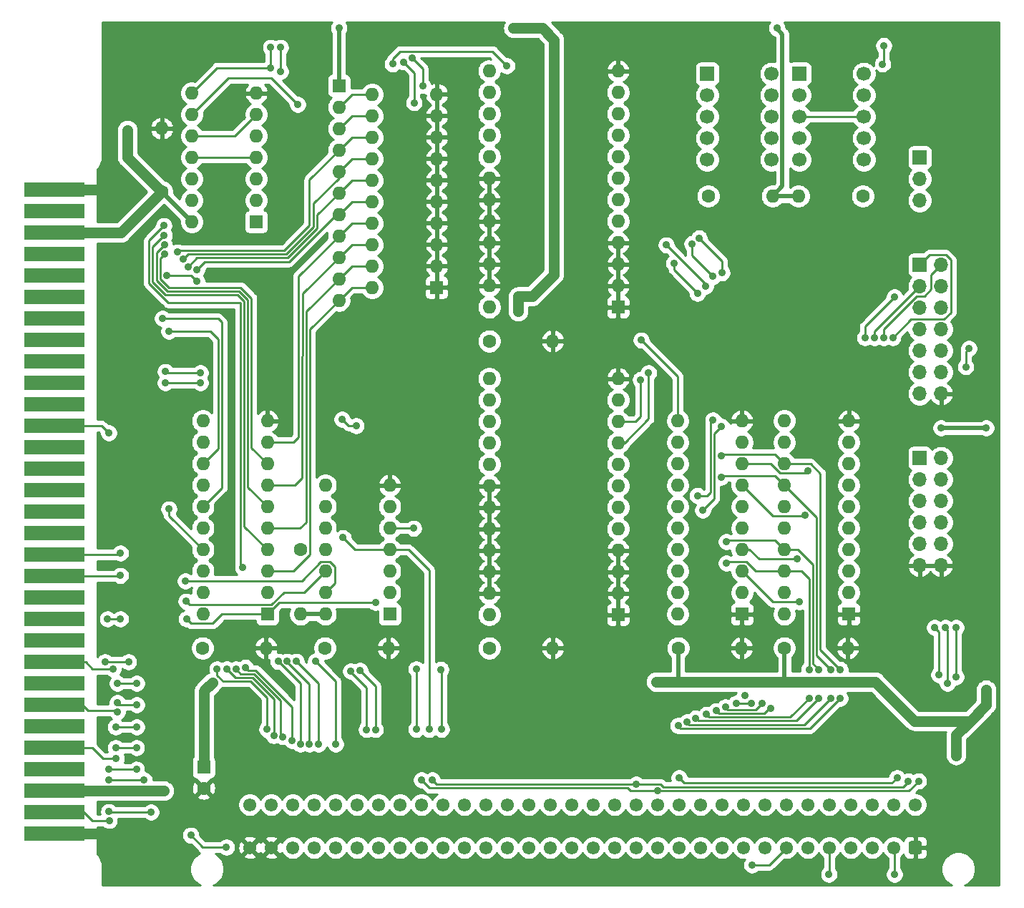
<source format=gbr>
%TF.GenerationSoftware,KiCad,Pcbnew,(5.1.12)-1*%
%TF.CreationDate,2022-05-03T20:15:26+02:00*%
%TF.ProjectId,ec1834-post,65633138-3334-42d7-906f-73742e6b6963,2*%
%TF.SameCoordinates,Original*%
%TF.FileFunction,Copper,L2,Bot*%
%TF.FilePolarity,Positive*%
%FSLAX46Y46*%
G04 Gerber Fmt 4.6, Leading zero omitted, Abs format (unit mm)*
G04 Created by KiCad (PCBNEW (5.1.12)-1) date 2022-05-03 20:15:26*
%MOMM*%
%LPD*%
G01*
G04 APERTURE LIST*
%TA.AperFunction,ComponentPad*%
%ADD10O,1.600000X1.600000*%
%TD*%
%TA.AperFunction,ComponentPad*%
%ADD11R,1.600000X1.600000*%
%TD*%
%TA.AperFunction,ComponentPad*%
%ADD12C,1.550000*%
%TD*%
%TA.AperFunction,ComponentPad*%
%ADD13C,1.600000*%
%TD*%
%TA.AperFunction,ComponentPad*%
%ADD14O,1.700000X1.700000*%
%TD*%
%TA.AperFunction,ComponentPad*%
%ADD15R,1.700000X1.700000*%
%TD*%
%TA.AperFunction,ConnectorPad*%
%ADD16R,7.112000X1.778000*%
%TD*%
%TA.AperFunction,ComponentPad*%
%ADD17C,1.700000*%
%TD*%
%TA.AperFunction,ViaPad*%
%ADD18C,0.889000*%
%TD*%
%TA.AperFunction,Conductor*%
%ADD19C,1.270000*%
%TD*%
%TA.AperFunction,Conductor*%
%ADD20C,0.500000*%
%TD*%
%TA.AperFunction,Conductor*%
%ADD21C,0.250000*%
%TD*%
%TA.AperFunction,Conductor*%
%ADD22C,0.254000*%
%TD*%
%TA.AperFunction,Conductor*%
%ADD23C,0.100000*%
%TD*%
G04 APERTURE END LIST*
D10*
%TO.P,U3,14*%
%TO.N,+5V*%
X70866000Y-73660000D03*
%TO.P,U3,7*%
%TO.N,GND*%
X78486000Y-58420000D03*
%TO.P,U3,13*%
%TO.N,/SELA9*%
X70866000Y-71120000D03*
%TO.P,U3,6*%
%TO.N,Net-(U3-Pad10)*%
X78486000Y-60960000D03*
%TO.P,U3,12*%
%TO.N,/SELA8*%
X70866000Y-68580000D03*
%TO.P,U3,5*%
%TO.N,/SEL_AD*%
X78486000Y-63500000D03*
%TO.P,U3,11*%
%TO.N,Net-(U3-Pad11)*%
X70866000Y-66040000D03*
%TO.P,U3,4*%
X78486000Y-66040000D03*
%TO.P,U3,10*%
%TO.N,Net-(U3-Pad10)*%
X70866000Y-63500000D03*
%TO.P,U3,3*%
%TO.N,Net-(U3-Pad3)*%
X78486000Y-68580000D03*
%TO.P,U3,9*%
%TO.N,ENLATCH*%
X70866000Y-60960000D03*
%TO.P,U3,2*%
%TO.N,IOWIOR*%
X78486000Y-71120000D03*
%TO.P,U3,8*%
%TO.N,Net-(U3-Pad1)*%
X70866000Y-58420000D03*
D11*
%TO.P,U3,1*%
X78486000Y-73660000D03*
%TD*%
D10*
%TO.P,U5,24*%
%TO.N,+5V*%
X106045000Y-83756500D03*
%TO.P,U5,12*%
%TO.N,GND*%
X121285000Y-55816500D03*
%TO.P,U5,23*%
X106045000Y-81216500D03*
%TO.P,U5,11*%
%TO.N,Net-(U5-Pad11)*%
X121285000Y-58356500D03*
%TO.P,U5,22*%
%TO.N,GND*%
X106045000Y-78676500D03*
%TO.P,U5,10*%
%TO.N,Net-(U5-Pad10)*%
X121285000Y-60896500D03*
%TO.P,U5,21*%
%TO.N,GND*%
X106045000Y-76136500D03*
%TO.P,U5,9*%
%TO.N,Net-(U5-Pad9)*%
X121285000Y-63436500D03*
%TO.P,U5,20*%
%TO.N,GND*%
X106045000Y-73596500D03*
%TO.P,U5,8*%
%TO.N,/DB0*%
X121285000Y-65976500D03*
%TO.P,U5,19*%
%TO.N,GND*%
X106045000Y-71056500D03*
%TO.P,U5,7*%
%TO.N,/DB1*%
X121285000Y-68516500D03*
%TO.P,U5,18*%
%TO.N,GND*%
X106045000Y-68516500D03*
%TO.P,U5,6*%
%TO.N,/DB2*%
X121285000Y-71056500D03*
%TO.P,U5,17*%
%TO.N,Net-(U5-Pad17)*%
X106045000Y-65976500D03*
%TO.P,U5,5*%
%TO.N,/DB3*%
X121285000Y-73596500D03*
%TO.P,U5,16*%
%TO.N,Net-(U5-Pad16)*%
X106045000Y-63436500D03*
%TO.P,U5,4*%
%TO.N,GND*%
X121285000Y-76136500D03*
%TO.P,U5,15*%
%TO.N,Net-(U5-Pad15)*%
X106045000Y-60896500D03*
%TO.P,U5,3*%
%TO.N,GND*%
X121285000Y-78676500D03*
%TO.P,U5,14*%
%TO.N,Net-(U5-Pad14)*%
X106045000Y-58356500D03*
%TO.P,U5,2*%
%TO.N,GND*%
X121285000Y-81216500D03*
%TO.P,U5,13*%
%TO.N,Net-(U5-Pad13)*%
X106045000Y-55816500D03*
D11*
%TO.P,U5,1*%
%TO.N,GND*%
X121285000Y-83756500D03*
%TD*%
D12*
%TO.P,J0,c32*%
%TO.N,Net-(J0-Padc32)*%
X77724000Y-142621000D03*
%TO.P,J0,c31*%
%TO.N,A0*%
X80264000Y-142621000D03*
%TO.P,J0,c30*%
%TO.N,A1*%
X82804000Y-142621000D03*
%TO.P,J0,c29*%
%TO.N,A2*%
X85344000Y-142621000D03*
%TO.P,J0,c28*%
%TO.N,A3*%
X87884000Y-142621000D03*
%TO.P,J0,c27*%
%TO.N,A4*%
X90424000Y-142621000D03*
%TO.P,J0,c26*%
%TO.N,A5*%
X92964000Y-142621000D03*
%TO.P,J0,c25*%
%TO.N,A6*%
X95504000Y-142621000D03*
%TO.P,J0,c24*%
%TO.N,A7*%
X98044000Y-142621000D03*
%TO.P,J0,c23*%
%TO.N,A8*%
X100584000Y-142621000D03*
%TO.P,J0,c22*%
%TO.N,A9*%
X103124000Y-142621000D03*
%TO.P,J0,c21*%
%TO.N,Net-(J0-Padc21)*%
X105664000Y-142621000D03*
%TO.P,J0,c20*%
%TO.N,Net-(J0-Padc20)*%
X108204000Y-142621000D03*
%TO.P,J0,c19*%
%TO.N,Net-(J0-Padc19)*%
X110744000Y-142621000D03*
%TO.P,J0,c18*%
%TO.N,Net-(J0-Padc18)*%
X113284000Y-142621000D03*
%TO.P,J0,c17*%
%TO.N,Net-(J0-Padc17)*%
X115824000Y-142621000D03*
%TO.P,J0,c16*%
%TO.N,Net-(J0-Padc16)*%
X118364000Y-142621000D03*
%TO.P,J0,c15*%
%TO.N,Net-(J0-Padc15)*%
X120904000Y-142621000D03*
%TO.P,J0,c14*%
%TO.N,Net-(J0-Padc14)*%
X123444000Y-142621000D03*
%TO.P,J0,c13*%
%TO.N,Net-(J0-Padc13)*%
X125984000Y-142621000D03*
%TO.P,J0,c12*%
%TO.N,Net-(J0-Padc12)*%
X128524000Y-142621000D03*
%TO.P,J0,c11*%
%TO.N,AEN*%
X131064000Y-142621000D03*
%TO.P,J0,c10*%
%TO.N,Net-(J0-Padc10)*%
X133604000Y-142621000D03*
%TO.P,J0,c9*%
%TO.N,D0*%
X136144000Y-142621000D03*
%TO.P,J0,c8*%
%TO.N,D1*%
X138684000Y-142621000D03*
%TO.P,J0,c7*%
%TO.N,D2*%
X141224000Y-142621000D03*
%TO.P,J0,c6*%
%TO.N,D3*%
X143764000Y-142621000D03*
%TO.P,J0,c5*%
%TO.N,D4*%
X146304000Y-142621000D03*
%TO.P,J0,c4*%
%TO.N,D5*%
X148844000Y-142621000D03*
%TO.P,J0,c3*%
%TO.N,D6*%
X151384000Y-142621000D03*
%TO.P,J0,c2*%
%TO.N,D7*%
X153924000Y-142621000D03*
%TO.P,J0,c1*%
%TO.N,Net-(J0-Padc1)*%
X156464000Y-142621000D03*
%TO.P,J0,a32*%
%TO.N,GND*%
X77724000Y-147701000D03*
%TO.P,J0,a31*%
X80264000Y-147701000D03*
%TO.P,J0,a30*%
%TO.N,Net-(J0-Pada30)*%
X82804000Y-147701000D03*
%TO.P,J0,a29*%
%TO.N,+5V*%
X85344000Y-147701000D03*
%TO.P,J0,a28*%
%TO.N,Net-(J0-Pada28)*%
X87884000Y-147701000D03*
%TO.P,J0,a27*%
%TO.N,Net-(J0-Pada27)*%
X90424000Y-147701000D03*
%TO.P,J0,a26*%
%TO.N,Net-(J0-Pada26)*%
X92964000Y-147701000D03*
%TO.P,J0,a25*%
%TO.N,Net-(J0-Pada25)*%
X95504000Y-147701000D03*
%TO.P,J0,a24*%
%TO.N,Net-(J0-Pada24)*%
X98044000Y-147701000D03*
%TO.P,J0,a23*%
%TO.N,Net-(J0-Pada23)*%
X100584000Y-147701000D03*
%TO.P,J0,a22*%
%TO.N,Net-(J0-Pada22)*%
X103124000Y-147701000D03*
%TO.P,J0,a21*%
%TO.N,Net-(J0-Pada21)*%
X105664000Y-147701000D03*
%TO.P,J0,a20*%
%TO.N,CLK*%
X108204000Y-147701000D03*
%TO.P,J0,a19*%
%TO.N,Net-(J0-Pada19)*%
X110744000Y-147701000D03*
%TO.P,J0,a18*%
%TO.N,Net-(J0-Pada18)*%
X113284000Y-147701000D03*
%TO.P,J0,a17*%
%TO.N,Net-(J0-Pada17)*%
X115824000Y-147701000D03*
%TO.P,J0,a16*%
%TO.N,Net-(J0-Pada16)*%
X118364000Y-147701000D03*
%TO.P,J0,a15*%
%TO.N,Net-(J0-Pada15)*%
X120904000Y-147701000D03*
%TO.P,J0,a14*%
%TO.N,IOR*%
X123444000Y-147701000D03*
%TO.P,J0,a13*%
%TO.N,IOW*%
X125984000Y-147701000D03*
%TO.P,J0,a12*%
%TO.N,Net-(J0-Pada12)*%
X128524000Y-147701000D03*
%TO.P,J0,a11*%
%TO.N,Net-(J0-Pada11)*%
X131064000Y-147701000D03*
%TO.P,J0,a10*%
%TO.N,Net-(J0-Pada10)*%
X133604000Y-147701000D03*
%TO.P,J0,a9*%
%TO.N,+12V*%
X136144000Y-147701000D03*
%TO.P,J0,a8*%
%TO.N,Net-(J0-Pada8)*%
X138684000Y-147701000D03*
%TO.P,J0,a7*%
%TO.N,-12V*%
X141224000Y-147701000D03*
%TO.P,J0,a6*%
%TO.N,Net-(J0-Pada6)*%
X143764000Y-147701000D03*
%TO.P,J0,a5*%
%TO.N,-5V*%
X146304000Y-147701000D03*
%TO.P,J0,a4*%
%TO.N,Net-(J0-Pada4)*%
X148844000Y-147701000D03*
%TO.P,J0,a3*%
%TO.N,+5V*%
X151384000Y-147701000D03*
%TO.P,J0,a2*%
%TO.N,RESET*%
X153924000Y-147701000D03*
%TO.P,J0,a1*%
%TO.N,GND*%
%TA.AperFunction,ComponentPad*%
G36*
G01*
X157239000Y-147175998D02*
X157239000Y-148226002D01*
G75*
G02*
X156989002Y-148476000I-249998J0D01*
G01*
X155938998Y-148476000D01*
G75*
G02*
X155689000Y-148226002I0J249998D01*
G01*
X155689000Y-147175998D01*
G75*
G02*
X155938998Y-146926000I249998J0D01*
G01*
X156989002Y-146926000D01*
G75*
G02*
X157239000Y-147175998I0J-249998D01*
G01*
G37*
%TD.AperFunction*%
%TD*%
D10*
%TO.P,U4,20*%
%TO.N,+5V*%
X128333500Y-120078500D03*
%TO.P,U4,10*%
%TO.N,GND*%
X135953500Y-97218500D03*
%TO.P,U4,19*%
%TO.N,/DB7*%
X128333500Y-117538500D03*
%TO.P,U4,9*%
%TO.N,/DB3*%
X135953500Y-99758500D03*
%TO.P,U4,18*%
%TO.N,D4*%
X128333500Y-114998500D03*
%TO.P,U4,8*%
%TO.N,D3*%
X135953500Y-102298500D03*
%TO.P,U4,17*%
%TO.N,D5*%
X128333500Y-112458500D03*
%TO.P,U4,7*%
%TO.N,D2*%
X135953500Y-104838500D03*
%TO.P,U4,16*%
%TO.N,/DB6*%
X128333500Y-109918500D03*
%TO.P,U4,6*%
%TO.N,/DB2*%
X135953500Y-107378500D03*
%TO.P,U4,15*%
%TO.N,/DB5*%
X128333500Y-107378500D03*
%TO.P,U4,5*%
%TO.N,/DB1*%
X135953500Y-109918500D03*
%TO.P,U4,14*%
%TO.N,D6*%
X128333500Y-104838500D03*
%TO.P,U4,4*%
%TO.N,D1*%
X135953500Y-112458500D03*
%TO.P,U4,13*%
%TO.N,D7*%
X128333500Y-102298500D03*
%TO.P,U4,3*%
%TO.N,D0*%
X135953500Y-114998500D03*
%TO.P,U4,12*%
%TO.N,/DB4*%
X128333500Y-99758500D03*
%TO.P,U4,2*%
%TO.N,/DB0*%
X135953500Y-117538500D03*
%TO.P,U4,11*%
%TO.N,Net-(U3-Pad3)*%
X128333500Y-97218500D03*
D11*
%TO.P,U4,1*%
%TO.N,GND*%
X135953500Y-120078500D03*
%TD*%
D10*
%TO.P,C4,2*%
%TO.N,GND*%
X135897000Y-124079000D03*
D13*
%TO.P,C4,1*%
%TO.N,+5V*%
X128397000Y-124079000D03*
%TD*%
D10*
%TO.P,U9,20*%
%TO.N,+5V*%
X140975000Y-120078500D03*
%TO.P,U9,10*%
%TO.N,GND*%
X148595000Y-97218500D03*
%TO.P,U9,19*%
%TO.N,/J2D7*%
X140975000Y-117538500D03*
%TO.P,U9,9*%
%TO.N,/J2D3*%
X148595000Y-99758500D03*
%TO.P,U9,18*%
%TO.N,D4*%
X140975000Y-114998500D03*
%TO.P,U9,8*%
%TO.N,D3*%
X148595000Y-102298500D03*
%TO.P,U9,17*%
%TO.N,D5*%
X140975000Y-112458500D03*
%TO.P,U9,7*%
%TO.N,D2*%
X148595000Y-104838500D03*
%TO.P,U9,16*%
%TO.N,/J2D6*%
X140975000Y-109918500D03*
%TO.P,U9,6*%
%TO.N,/J2D2*%
X148595000Y-107378500D03*
%TO.P,U9,15*%
%TO.N,/J2D5*%
X140975000Y-107378500D03*
%TO.P,U9,5*%
%TO.N,/J2D1*%
X148595000Y-109918500D03*
%TO.P,U9,14*%
%TO.N,D6*%
X140975000Y-104838500D03*
%TO.P,U9,4*%
%TO.N,D1*%
X148595000Y-112458500D03*
%TO.P,U9,13*%
%TO.N,D7*%
X140975000Y-102298500D03*
%TO.P,U9,3*%
%TO.N,D0*%
X148595000Y-114998500D03*
%TO.P,U9,12*%
%TO.N,/J2D4*%
X140975000Y-99758500D03*
%TO.P,U9,2*%
%TO.N,/J2D0*%
X148595000Y-117538500D03*
%TO.P,U9,11*%
%TO.N,Net-(U3-Pad1)*%
X140975000Y-97218500D03*
D11*
%TO.P,U9,1*%
%TO.N,GND*%
X148595000Y-120078500D03*
%TD*%
D10*
%TO.P,C8,2*%
%TO.N,GND*%
X148470000Y-124079000D03*
D13*
%TO.P,C8,1*%
%TO.N,+5V*%
X140970000Y-124079000D03*
%TD*%
%TO.P,C7,2*%
%TO.N,GND*%
X72263000Y-140676000D03*
D11*
%TO.P,C7,1*%
%TO.N,+5V*%
X72263000Y-138176000D03*
%TD*%
D10*
%TO.P,C6,2*%
%TO.N,GND*%
X113545000Y-124079000D03*
D13*
%TO.P,C6,1*%
%TO.N,+5V*%
X106045000Y-124079000D03*
%TD*%
D10*
%TO.P,C5,2*%
%TO.N,GND*%
X113545000Y-87757000D03*
D13*
%TO.P,C5,1*%
%TO.N,+5V*%
X106045000Y-87757000D03*
%TD*%
D14*
%TO.P,J4,12*%
%TO.N,GND*%
X159512000Y-114300000D03*
%TO.P,J4,11*%
X156972000Y-114300000D03*
%TO.P,J4,10*%
%TO.N,Net-(J4-Pad10)*%
X159512000Y-111760000D03*
%TO.P,J4,9*%
%TO.N,RESET*%
X156972000Y-111760000D03*
%TO.P,J4,8*%
%TO.N,-12V*%
X159512000Y-109220000D03*
%TO.P,J4,7*%
%TO.N,Net-(J4-Pad7)*%
X156972000Y-109220000D03*
%TO.P,J4,6*%
%TO.N,Net-(J4-Pad6)*%
X159512000Y-106680000D03*
%TO.P,J4,5*%
%TO.N,-5V*%
X156972000Y-106680000D03*
%TO.P,J4,4*%
%TO.N,+12V*%
X159512000Y-104140000D03*
%TO.P,J4,3*%
%TO.N,Net-(J4-Pad3)*%
X156972000Y-104140000D03*
%TO.P,J4,2*%
%TO.N,Net-(J4-Pad2)*%
X159512000Y-101600000D03*
D15*
%TO.P,J4,1*%
%TO.N,+5V*%
X156972000Y-101600000D03*
%TD*%
D14*
%TO.P,J3,3*%
%TO.N,IOR*%
X156972000Y-71120000D03*
%TO.P,J3,2*%
%TO.N,IOWIOR*%
X156972000Y-68580000D03*
D15*
%TO.P,J3,1*%
%TO.N,IOW*%
X156972000Y-66040000D03*
%TD*%
D14*
%TO.P,J2,14*%
%TO.N,GND*%
X159512000Y-93980000D03*
%TO.P,J2,13*%
%TO.N,+5V*%
X156972000Y-93980000D03*
%TO.P,J2,12*%
%TO.N,RESET*%
X159512000Y-91440000D03*
%TO.P,J2,11*%
%TO.N,CLK*%
X156972000Y-91440000D03*
%TO.P,J2,10*%
%TO.N,IOR*%
X159512000Y-88900000D03*
%TO.P,J2,9*%
%TO.N,IOW*%
X156972000Y-88900000D03*
%TO.P,J2,8*%
%TO.N,/J2D7*%
X159512000Y-86360000D03*
%TO.P,J2,7*%
%TO.N,/J2D6*%
X156972000Y-86360000D03*
%TO.P,J2,6*%
%TO.N,/J2D5*%
X159512000Y-83820000D03*
%TO.P,J2,5*%
%TO.N,/J2D4*%
X156972000Y-83820000D03*
%TO.P,J2,4*%
%TO.N,/J2D3*%
X159512000Y-81280000D03*
%TO.P,J2,3*%
%TO.N,/J2D2*%
X156972000Y-81280000D03*
%TO.P,J2,2*%
%TO.N,/J2D1*%
X159512000Y-78740000D03*
D15*
%TO.P,J2,1*%
%TO.N,/J2D0*%
X156972000Y-78740000D03*
%TD*%
D16*
%TO.P,J1,30*%
%TO.N,Net-(J1-Pad30)*%
X54610000Y-72390000D03*
%TO.P,J1,28*%
%TO.N,Net-(J1-Pad28)*%
X54610000Y-77470000D03*
%TO.P,J1,27*%
%TO.N,Net-(J1-Pad27)*%
X54610000Y-80010000D03*
%TO.P,J1,26*%
%TO.N,Net-(J1-Pad26)*%
X54610000Y-82550000D03*
%TO.P,J1,22*%
%TO.N,Net-(J1-Pad22)*%
X54610000Y-92710000D03*
%TO.P,J1,20*%
%TO.N,CLK*%
X54610000Y-97790000D03*
%TO.P,J1,19*%
%TO.N,Net-(J1-Pad19)*%
X54610000Y-100330000D03*
%TO.P,J1,18*%
%TO.N,Net-(J1-Pad18)*%
X54610000Y-102870000D03*
%TO.P,J1,17*%
%TO.N,Net-(J1-Pad17)*%
X54610000Y-105410000D03*
%TO.P,J1,16*%
%TO.N,Net-(J1-Pad16)*%
X54610000Y-107950000D03*
%TO.P,J1,15*%
%TO.N,Net-(J1-Pad15)*%
X54610000Y-110490000D03*
%TO.P,J1,10*%
%TO.N,Net-(J1-Pad10)*%
X54610000Y-123190000D03*
%TO.P,J1,9*%
%TO.N,+12V*%
X54610000Y-125730000D03*
%TO.P,J1,7*%
%TO.N,-12V*%
X54610000Y-130810000D03*
%TO.P,J1,6*%
%TO.N,Net-(J1-Pad6)*%
X54610000Y-133350000D03*
%TO.P,J1,5*%
%TO.N,-5V*%
X54610000Y-135890000D03*
%TO.P,J1,31*%
%TO.N,GND*%
X54610000Y-69850000D03*
%TO.P,J1,29*%
%TO.N,+5V*%
X54610000Y-74930000D03*
%TO.P,J1,25*%
%TO.N,Net-(J1-Pad25)*%
X54610000Y-85090000D03*
%TO.P,J1,24*%
%TO.N,Net-(J1-Pad24)*%
X54610000Y-87630000D03*
%TO.P,J1,23*%
%TO.N,Net-(J1-Pad23)*%
X54610000Y-90170000D03*
%TO.P,J1,21*%
%TO.N,Net-(J1-Pad21)*%
X54610000Y-95250000D03*
%TO.P,J1,14*%
%TO.N,IOR*%
X54610000Y-113030000D03*
%TO.P,J1,13*%
%TO.N,IOW*%
X54610000Y-115570000D03*
%TO.P,J1,12*%
%TO.N,Net-(J1-Pad12)*%
X54610000Y-118110000D03*
%TO.P,J1,11*%
%TO.N,Net-(J1-Pad11)*%
X54610000Y-120650000D03*
%TO.P,J1,8*%
%TO.N,Net-(J1-Pad8)*%
X54610000Y-128270000D03*
%TO.P,J1,4*%
%TO.N,Net-(J1-Pad4)*%
X54610000Y-138430000D03*
%TO.P,J1,3*%
%TO.N,+5V*%
X54610000Y-140970000D03*
%TO.P,J1,2*%
%TO.N,RESET*%
X54610000Y-143510000D03*
%TO.P,J1,1*%
%TO.N,GND*%
X54610000Y-146050000D03*
%TD*%
D17*
%TO.P,U8,10*%
%TO.N,Net-(U6-Pad9)*%
X150368000Y-56134000D03*
%TO.P,U8,9*%
%TO.N,Net-(U6-Pad10)*%
X150368000Y-58674000D03*
%TO.P,U8,8*%
%TO.N,Net-(R2-Pad1)*%
X150368000Y-61214000D03*
%TO.P,U8,7*%
%TO.N,Net-(U6-Pad11)*%
X150368000Y-63754000D03*
%TO.P,U8,6*%
%TO.N,Net-(U8-Pad6)*%
X150368000Y-66294000D03*
%TO.P,U8,5*%
%TO.N,Net-(U6-Pad13)*%
X142748000Y-66294000D03*
%TO.P,U8,4*%
%TO.N,Net-(U6-Pad14)*%
X142748000Y-63754000D03*
%TO.P,U8,3*%
%TO.N,Net-(R2-Pad1)*%
X142748000Y-61214000D03*
%TO.P,U8,2*%
%TO.N,Net-(U6-Pad15)*%
X142748000Y-58674000D03*
D15*
%TO.P,U8,1*%
%TO.N,Net-(U6-Pad16)*%
X142748000Y-56134000D03*
%TD*%
D17*
%TO.P,U7,10*%
%TO.N,Net-(U5-Pad9)*%
X139446000Y-56134000D03*
%TO.P,U7,9*%
%TO.N,Net-(U5-Pad10)*%
X139446000Y-58674000D03*
%TO.P,U7,8*%
%TO.N,Net-(R1-Pad1)*%
X139446000Y-61214000D03*
%TO.P,U7,7*%
%TO.N,Net-(U5-Pad11)*%
X139446000Y-63754000D03*
%TO.P,U7,6*%
%TO.N,Net-(U7-Pad6)*%
X139446000Y-66294000D03*
%TO.P,U7,5*%
%TO.N,Net-(U5-Pad13)*%
X131826000Y-66294000D03*
%TO.P,U7,4*%
%TO.N,Net-(U5-Pad14)*%
X131826000Y-63754000D03*
%TO.P,U7,3*%
%TO.N,Net-(R1-Pad1)*%
X131826000Y-61214000D03*
%TO.P,U7,2*%
%TO.N,Net-(U5-Pad15)*%
X131826000Y-58674000D03*
D15*
%TO.P,U7,1*%
%TO.N,Net-(U5-Pad16)*%
X131826000Y-56134000D03*
%TD*%
D10*
%TO.P,U6,24*%
%TO.N,+5V*%
X106045000Y-120142000D03*
%TO.P,U6,12*%
%TO.N,GND*%
X121285000Y-92202000D03*
%TO.P,U6,23*%
X106045000Y-117602000D03*
%TO.P,U6,11*%
%TO.N,Net-(U6-Pad11)*%
X121285000Y-94742000D03*
%TO.P,U6,22*%
%TO.N,GND*%
X106045000Y-115062000D03*
%TO.P,U6,10*%
%TO.N,Net-(U6-Pad10)*%
X121285000Y-97282000D03*
%TO.P,U6,21*%
%TO.N,GND*%
X106045000Y-112522000D03*
%TO.P,U6,9*%
%TO.N,Net-(U6-Pad9)*%
X121285000Y-99822000D03*
%TO.P,U6,20*%
%TO.N,GND*%
X106045000Y-109982000D03*
%TO.P,U6,8*%
%TO.N,/DB4*%
X121285000Y-102362000D03*
%TO.P,U6,19*%
%TO.N,GND*%
X106045000Y-107442000D03*
%TO.P,U6,7*%
%TO.N,/DB5*%
X121285000Y-104902000D03*
%TO.P,U6,18*%
%TO.N,GND*%
X106045000Y-104902000D03*
%TO.P,U6,6*%
%TO.N,/DB6*%
X121285000Y-107442000D03*
%TO.P,U6,17*%
%TO.N,Net-(U6-Pad17)*%
X106045000Y-102362000D03*
%TO.P,U6,5*%
%TO.N,/DB7*%
X121285000Y-109982000D03*
%TO.P,U6,16*%
%TO.N,Net-(U6-Pad16)*%
X106045000Y-99822000D03*
%TO.P,U6,4*%
%TO.N,GND*%
X121285000Y-112522000D03*
%TO.P,U6,15*%
%TO.N,Net-(U6-Pad15)*%
X106045000Y-97282000D03*
%TO.P,U6,3*%
%TO.N,GND*%
X121285000Y-115062000D03*
%TO.P,U6,14*%
%TO.N,Net-(U6-Pad14)*%
X106045000Y-94742000D03*
%TO.P,U6,2*%
%TO.N,GND*%
X121285000Y-117602000D03*
%TO.P,U6,13*%
%TO.N,Net-(U6-Pad13)*%
X106045000Y-92202000D03*
D11*
%TO.P,U6,1*%
%TO.N,GND*%
X121285000Y-120142000D03*
%TD*%
D10*
%TO.P,U2,14*%
%TO.N,+5V*%
X86652100Y-120078500D03*
%TO.P,U2,7*%
%TO.N,GND*%
X94272100Y-104838500D03*
%TO.P,U2,13*%
%TO.N,IOR*%
X86652100Y-117538500D03*
%TO.P,U2,6*%
%TO.N,/SELA9*%
X94272100Y-107378500D03*
%TO.P,U2,12*%
%TO.N,IOW*%
X86652100Y-114998500D03*
%TO.P,U2,5*%
%TO.N,/SW_A9*%
X94272100Y-109918500D03*
%TO.P,U2,11*%
%TO.N,ENLATCH*%
X86652100Y-112458500D03*
%TO.P,U2,4*%
%TO.N,A9*%
X94272100Y-112458500D03*
%TO.P,U2,10*%
%TO.N,Net-(R3-Pad1)*%
X86652100Y-109918500D03*
%TO.P,U2,3*%
%TO.N,/SELA8*%
X94272100Y-114998500D03*
%TO.P,U2,9*%
%TO.N,Net-(R3-Pad1)*%
X86652100Y-107378500D03*
%TO.P,U2,2*%
%TO.N,/SW_A8*%
X94272100Y-117538500D03*
%TO.P,U2,8*%
%TO.N,Net-(U2-Pad8)*%
X86652100Y-104838500D03*
D11*
%TO.P,U2,1*%
%TO.N,A8*%
X94272100Y-120078500D03*
%TD*%
D10*
%TO.P,U1,20*%
%TO.N,+5V*%
X72174100Y-120078500D03*
%TO.P,U1,10*%
%TO.N,GND*%
X79794100Y-97218500D03*
%TO.P,U1,19*%
%TO.N,/SEL_AD*%
X72174100Y-117538500D03*
%TO.P,U1,9*%
%TO.N,Net-(RN1-Pad8)*%
X79794100Y-99758500D03*
%TO.P,U1,18*%
%TO.N,Net-(RN1-Pad4)*%
X72174100Y-114998500D03*
%TO.P,U1,8*%
%TO.N,A3*%
X79794100Y-102298500D03*
%TO.P,U1,17*%
%TO.N,A7*%
X72174100Y-112458500D03*
%TO.P,U1,7*%
%TO.N,Net-(RN1-Pad9)*%
X79794100Y-104838500D03*
%TO.P,U1,16*%
%TO.N,Net-(RN1-Pad5)*%
X72174100Y-109918500D03*
%TO.P,U1,6*%
%TO.N,A2*%
X79794100Y-107378500D03*
%TO.P,U1,15*%
%TO.N,A6*%
X72174100Y-107378500D03*
%TO.P,U1,5*%
%TO.N,Net-(RN1-Pad10)*%
X79794100Y-109918500D03*
%TO.P,U1,14*%
%TO.N,Net-(RN1-Pad6)*%
X72174100Y-104838500D03*
%TO.P,U1,4*%
%TO.N,A1*%
X79794100Y-112458500D03*
%TO.P,U1,13*%
%TO.N,A5*%
X72174100Y-102298500D03*
%TO.P,U1,3*%
%TO.N,Net-(RN1-Pad11)*%
X79794100Y-114998500D03*
%TO.P,U1,12*%
%TO.N,Net-(RN1-Pad7)*%
X72174100Y-99758500D03*
%TO.P,U1,2*%
%TO.N,A0*%
X79794100Y-117538500D03*
%TO.P,U1,11*%
%TO.N,A4*%
X72174100Y-97218500D03*
D11*
%TO.P,U1,1*%
%TO.N,AEN*%
X79794100Y-120078500D03*
%TD*%
D10*
%TO.P,SW1,20*%
%TO.N,Net-(RN1-Pad11)*%
X92202000Y-81434000D03*
%TO.P,SW1,10*%
%TO.N,GND*%
X99822000Y-58574000D03*
%TO.P,SW1,19*%
%TO.N,Net-(RN1-Pad10)*%
X92202000Y-78894000D03*
%TO.P,SW1,9*%
%TO.N,GND*%
X99822000Y-61114000D03*
%TO.P,SW1,18*%
%TO.N,Net-(RN1-Pad9)*%
X92202000Y-76354000D03*
%TO.P,SW1,8*%
%TO.N,GND*%
X99822000Y-63654000D03*
%TO.P,SW1,17*%
%TO.N,Net-(RN1-Pad8)*%
X92202000Y-73814000D03*
%TO.P,SW1,7*%
%TO.N,GND*%
X99822000Y-66194000D03*
%TO.P,SW1,16*%
%TO.N,Net-(RN1-Pad7)*%
X92202000Y-71274000D03*
%TO.P,SW1,6*%
%TO.N,GND*%
X99822000Y-68734000D03*
%TO.P,SW1,15*%
%TO.N,Net-(RN1-Pad6)*%
X92202000Y-68734000D03*
%TO.P,SW1,5*%
%TO.N,GND*%
X99822000Y-71274000D03*
%TO.P,SW1,14*%
%TO.N,Net-(RN1-Pad5)*%
X92202000Y-66194000D03*
%TO.P,SW1,4*%
%TO.N,GND*%
X99822000Y-73814000D03*
%TO.P,SW1,13*%
%TO.N,Net-(RN1-Pad4)*%
X92202000Y-63654000D03*
%TO.P,SW1,3*%
%TO.N,GND*%
X99822000Y-76354000D03*
%TO.P,SW1,12*%
%TO.N,/SW_A8*%
X92202000Y-61114000D03*
%TO.P,SW1,2*%
%TO.N,GND*%
X99822000Y-78894000D03*
%TO.P,SW1,11*%
%TO.N,/SW_A9*%
X92202000Y-58574000D03*
D11*
%TO.P,SW1,1*%
%TO.N,GND*%
X99822000Y-81434000D03*
%TD*%
D10*
%TO.P,RN1,11*%
%TO.N,Net-(RN1-Pad11)*%
X88265000Y-82931000D03*
%TO.P,RN1,10*%
%TO.N,Net-(RN1-Pad10)*%
X88265000Y-80391000D03*
%TO.P,RN1,9*%
%TO.N,Net-(RN1-Pad9)*%
X88265000Y-77851000D03*
%TO.P,RN1,8*%
%TO.N,Net-(RN1-Pad8)*%
X88265000Y-75311000D03*
%TO.P,RN1,7*%
%TO.N,Net-(RN1-Pad7)*%
X88265000Y-72771000D03*
%TO.P,RN1,6*%
%TO.N,Net-(RN1-Pad6)*%
X88265000Y-70231000D03*
%TO.P,RN1,5*%
%TO.N,Net-(RN1-Pad5)*%
X88265000Y-67691000D03*
%TO.P,RN1,4*%
%TO.N,Net-(RN1-Pad4)*%
X88265000Y-65151000D03*
%TO.P,RN1,3*%
%TO.N,/SW_A8*%
X88265000Y-62611000D03*
%TO.P,RN1,2*%
%TO.N,/SW_A9*%
X88265000Y-60071000D03*
D11*
%TO.P,RN1,1*%
%TO.N,+5V*%
X88265000Y-57531000D03*
%TD*%
D10*
%TO.P,R3,2*%
%TO.N,+5V*%
X83731100Y-120078500D03*
D13*
%TO.P,R3,1*%
%TO.N,Net-(R3-Pad1)*%
X83731100Y-112458500D03*
%TD*%
D10*
%TO.P,R2,2*%
%TO.N,+5V*%
X142621000Y-70612000D03*
D13*
%TO.P,R2,1*%
%TO.N,Net-(R2-Pad1)*%
X150241000Y-70612000D03*
%TD*%
D10*
%TO.P,R1,2*%
%TO.N,+5V*%
X139573000Y-70612000D03*
D13*
%TO.P,R1,1*%
%TO.N,Net-(R1-Pad1)*%
X131953000Y-70612000D03*
%TD*%
D10*
%TO.P,C3,2*%
%TO.N,GND*%
X67310000Y-62604000D03*
D13*
%TO.P,C3,1*%
%TO.N,+5V*%
X67310000Y-70104000D03*
%TD*%
D10*
%TO.P,C2,2*%
%TO.N,GND*%
X94122100Y-124079000D03*
D13*
%TO.P,C2,1*%
%TO.N,+5V*%
X86622100Y-124079000D03*
%TD*%
D10*
%TO.P,C1,2*%
%TO.N,GND*%
X79644100Y-124079000D03*
D13*
%TO.P,C1,1*%
%TO.N,+5V*%
X72144100Y-124079000D03*
%TD*%
D18*
%TO.N,+5V*%
X67564000Y-140970000D03*
X164846000Y-98044000D03*
X159512000Y-98044000D03*
X125664009Y-128081991D03*
X126680009Y-128081991D03*
X127696009Y-128081991D03*
X161290000Y-135382000D03*
X161290000Y-136398000D03*
X164846000Y-130873500D03*
X164846000Y-129794000D03*
X72421750Y-129063750D03*
X73152000Y-128270000D03*
X88265000Y-50736500D03*
X63246000Y-65976500D03*
X63246000Y-64897000D03*
X63246000Y-63881000D03*
X108966000Y-50736500D03*
X109982000Y-50736500D03*
X110998000Y-50736500D03*
X109474000Y-84201000D03*
X109474000Y-83248500D03*
X140081000Y-50736500D03*
%TO.N,A0*%
X81064100Y-125666500D03*
X83692381Y-135467018D03*
X76898500Y-114554000D03*
X67564000Y-74104500D03*
%TO.N,A1*%
X82143600Y-125666500D03*
X84771382Y-135466090D03*
X67584156Y-75290844D03*
%TO.N,A2*%
X83223100Y-125666500D03*
X85850385Y-135466090D03*
X67610212Y-76390997D03*
%TO.N,A3*%
X85509100Y-125666500D03*
X87884000Y-135466090D03*
X67610212Y-77470000D03*
%TO.N,A4*%
X77218353Y-126380970D03*
X82707587Y-135026080D03*
X71435000Y-80645000D03*
X67868462Y-80022935D03*
%TO.N,A5*%
X76072503Y-126555500D03*
X81635589Y-134586070D03*
X68151470Y-86614000D03*
%TO.N,A6*%
X74993500Y-126555500D03*
X80557322Y-134465550D03*
X67391970Y-85090000D03*
%TO.N,A7*%
X73850500Y-126555500D03*
X79742454Y-133706050D03*
X68151470Y-107632500D03*
%TO.N,A8*%
X97409000Y-126555500D03*
X97409000Y-133706050D03*
X90297000Y-97790000D03*
X88643298Y-97030702D03*
X71882000Y-91503500D03*
X67711460Y-91376500D03*
%TO.N,A9*%
X98933000Y-133706050D03*
X88745202Y-111031202D03*
X71879500Y-92710000D03*
X67711460Y-92710000D03*
%TO.N,AEN*%
X100393500Y-133706050D03*
X100330000Y-126619000D03*
X92583000Y-118681500D03*
X70231000Y-120650000D03*
X62418000Y-120650000D03*
X60899000Y-120650000D03*
%TO.N,D0*%
X142748000Y-118618000D03*
X136271000Y-129730500D03*
X63373000Y-125730000D03*
X60579000Y-125730000D03*
%TO.N,D1*%
X142494000Y-113538000D03*
X137096500Y-130619500D03*
X135255000Y-130619500D03*
X64325500Y-128270000D03*
X62039500Y-128270000D03*
%TO.N,D2*%
X143383000Y-108331000D03*
X138366500Y-130619500D03*
X133985000Y-131057010D03*
X64325500Y-130810000D03*
X62039500Y-130556000D03*
%TO.N,D3*%
X143764000Y-103124000D03*
X139319000Y-131254500D03*
X132905500Y-131506000D03*
X64325500Y-133413500D03*
X61849000Y-133413500D03*
%TO.N,D4*%
X134112000Y-114046000D03*
X143891000Y-126619000D03*
X143891000Y-130048000D03*
X131762500Y-131946010D03*
X64311521Y-135890000D03*
X61849000Y-135890000D03*
%TO.N,D5*%
X134112000Y-111506000D03*
X145034000Y-126619000D03*
X145034000Y-130048000D03*
X130492500Y-132386020D03*
X64311521Y-138430000D03*
X61023500Y-138430000D03*
%TO.N,D6*%
X133477000Y-103886000D03*
X146431000Y-126619000D03*
X146431000Y-130048000D03*
X129424723Y-132826030D03*
X65214500Y-139700000D03*
X61023500Y-139700500D03*
%TO.N,D7*%
X133540500Y-101346000D03*
X147574000Y-126619000D03*
X147574000Y-130048000D03*
X128391149Y-133266040D03*
X66040000Y-143510000D03*
X61019694Y-143449099D03*
%TO.N,GND*%
X86169500Y-88011000D03*
X82105500Y-88011000D03*
X80772000Y-75184000D03*
X80772000Y-80073500D03*
%TO.N,IOW*%
X125984000Y-140970000D03*
X156845000Y-139827000D03*
X98044000Y-139700000D03*
X62418000Y-115506500D03*
X90737996Y-126732014D03*
X92583000Y-133731000D03*
X70167500Y-118554500D03*
%TO.N,CLK*%
X128524000Y-139446000D03*
X154305000Y-139446000D03*
X74963917Y-147667083D03*
X70739000Y-146240500D03*
X61023500Y-98615500D03*
%TO.N,IOR*%
X123444000Y-140208000D03*
X155575000Y-139827000D03*
X99314000Y-139700000D03*
X162433000Y-90805000D03*
X162814000Y-88646000D03*
X62418000Y-112839500D03*
X89662000Y-126812491D03*
X91503997Y-133731000D03*
X70104000Y-116141500D03*
%TO.N,+12V*%
X161290000Y-121666000D03*
X161290000Y-127508000D03*
X61531500Y-126555500D03*
%TO.N,-12V*%
X160020000Y-121666000D03*
X160274000Y-128270000D03*
X137130952Y-149762048D03*
X62039500Y-131635500D03*
%TO.N,-5V*%
X158750000Y-121666000D03*
X159258000Y-127254000D03*
X146240500Y-150870530D03*
X61912500Y-137160000D03*
%TO.N,RESET*%
X61087000Y-144526000D03*
X153987500Y-150876000D03*
%TO.N,/DB3*%
X127000000Y-76390500D03*
X131635500Y-81280000D03*
%TO.N,/DB2*%
X127889000Y-78549500D03*
X130683000Y-82105500D03*
%TO.N,/DB1*%
X130683000Y-106045000D03*
X130044588Y-76255760D03*
X132533959Y-80122137D03*
X132524500Y-97091500D03*
%TO.N,/DB0*%
X131318000Y-107759500D03*
X130873500Y-75565000D03*
X133604000Y-79692500D03*
X133540500Y-97853500D03*
%TO.N,IOWIOR*%
X81343500Y-53022500D03*
X81343500Y-55880000D03*
%TO.N,/SW_A9*%
X97089000Y-109918500D03*
%TO.N,Net-(RN1-Pad7)*%
X71437500Y-79311500D03*
%TO.N,Net-(RN1-Pad6)*%
X70413869Y-78970290D03*
%TO.N,Net-(RN1-Pad5)*%
X69827473Y-78064540D03*
%TO.N,Net-(RN1-Pad4)*%
X69129213Y-77241936D03*
%TO.N,/SELA9*%
X97155000Y-59563000D03*
X95885000Y-54737000D03*
%TO.N,ENLATCH*%
X83375500Y-59753500D03*
%TO.N,/SELA8*%
X98171000Y-57531000D03*
X96901000Y-54229000D03*
%TO.N,Net-(U3-Pad3)*%
X108140500Y-55179000D03*
X124037300Y-87651800D03*
X94615000Y-54984011D03*
%TO.N,Net-(U6-Pad10)*%
X123952000Y-92329000D03*
%TO.N,Net-(U6-Pad9)*%
X124904500Y-91503500D03*
%TO.N,/J2D3*%
X150495000Y-87376000D03*
X153987500Y-82550000D03*
%TO.N,/J2D2*%
X151638000Y-87376000D03*
%TO.N,/J2D1*%
X152717003Y-87376000D03*
%TO.N,/J2D0*%
X153797000Y-87376000D03*
%TO.N,Net-(U3-Pad1)*%
X80200500Y-55435500D03*
X80200500Y-53022500D03*
X152746548Y-52802952D03*
X152590500Y-54991000D03*
%TD*%
D19*
%TO.N,+5V*%
X62357000Y-74930000D02*
X62357000Y-74930000D01*
D20*
X86652100Y-120078500D02*
X83731100Y-120078500D01*
D19*
X55753000Y-74930000D02*
X56578500Y-74930000D01*
X54610000Y-74930000D02*
X62357000Y-74930000D01*
D20*
X164846000Y-98044000D02*
X159512000Y-98044000D01*
D19*
X161290000Y-134366000D02*
X162941000Y-132715000D01*
X162941000Y-132715000D02*
X164846000Y-130810000D01*
X156337000Y-132715000D02*
X162941000Y-132715000D01*
X151703991Y-128081991D02*
X156337000Y-132715000D01*
D20*
X140970000Y-127762000D02*
X140650009Y-128081991D01*
D19*
X140650009Y-128081991D02*
X151703991Y-128081991D01*
D20*
X140970000Y-124079000D02*
X140970000Y-127762000D01*
X128397000Y-124079000D02*
X128397000Y-127766982D01*
D19*
X128016000Y-128081991D02*
X140650009Y-128081991D01*
X128016000Y-128081991D02*
X127696009Y-128081991D01*
X126680009Y-128081991D02*
X125795991Y-128081991D01*
X127696009Y-128081991D02*
X126680009Y-128081991D01*
X161290000Y-134366000D02*
X161290000Y-136779000D01*
X164846000Y-130810000D02*
X164846000Y-129032000D01*
X72263000Y-138176000D02*
X72263000Y-129222500D01*
X72263000Y-129222500D02*
X72421750Y-129063750D01*
X72421750Y-129063750D02*
X73337492Y-128148008D01*
D20*
X88265000Y-57531000D02*
X88265000Y-50736500D01*
D19*
X65214500Y-140970000D02*
X67564000Y-140970000D01*
X54610000Y-140970000D02*
X65214500Y-140970000D01*
D20*
X88265000Y-50736500D02*
X88265000Y-50736500D01*
D19*
X62484000Y-74930000D02*
X67310000Y-70104000D01*
X62357000Y-74930000D02*
X62484000Y-74930000D01*
X67310000Y-70104000D02*
X63246000Y-66040000D01*
X63246000Y-66040000D02*
X63246000Y-62801500D01*
X109474000Y-82486500D02*
X109474000Y-82486500D01*
X111125000Y-82486500D02*
X113728500Y-79883000D01*
X113728500Y-79883000D02*
X113728500Y-52133500D01*
X113728500Y-52133500D02*
X112331500Y-50736500D01*
X112331500Y-50736500D02*
X110998000Y-50736500D01*
X108966000Y-50736500D02*
X108902500Y-50736500D01*
X109982000Y-50736500D02*
X108966000Y-50736500D01*
X110998000Y-50736500D02*
X109982000Y-50736500D01*
X109474000Y-82486500D02*
X109474000Y-83248500D01*
X109474000Y-84201000D02*
X109474000Y-84264500D01*
X109474000Y-83248500D02*
X109474000Y-84201000D01*
X109474000Y-82486500D02*
X111125000Y-82486500D01*
D20*
X142621000Y-70612000D02*
X139573000Y-70612000D01*
X140736001Y-69448999D02*
X140736001Y-51455001D01*
X139573000Y-70612000D02*
X140736001Y-69448999D01*
X140736001Y-51455001D02*
X140017500Y-50736500D01*
X67310000Y-70104000D02*
X70866000Y-73660000D01*
D21*
%TO.N,A0*%
X82166501Y-126768901D02*
X81064100Y-125666500D01*
X83692381Y-128294781D02*
X82166501Y-126768901D01*
X83692381Y-135467018D02*
X83692381Y-128294781D01*
X76898500Y-114554000D02*
X76594470Y-114249970D01*
X76594470Y-114249970D02*
X76594470Y-83236506D01*
X65788931Y-75879569D02*
X67564000Y-74104500D01*
X65788931Y-80934270D02*
X65788931Y-75879569D01*
X68091167Y-83236506D02*
X65788931Y-80934270D01*
X76594470Y-83236506D02*
X68091167Y-83236506D01*
%TO.N,A1*%
X82143600Y-125717268D02*
X82143600Y-125666500D01*
X84771382Y-128345050D02*
X82143600Y-125717268D01*
X84771382Y-135466090D02*
X84771382Y-128345050D01*
X79794100Y-112458500D02*
X77034480Y-109698880D01*
X77034480Y-83054248D02*
X76264752Y-82284520D01*
X77034480Y-109698880D02*
X77034480Y-83054248D01*
X66228941Y-76646059D02*
X67584156Y-75290844D01*
X66228941Y-80752012D02*
X66228941Y-76646059D01*
X67761448Y-82284519D02*
X66228941Y-80752012D01*
X76264752Y-82284520D02*
X67761448Y-82284519D01*
%TO.N,A2*%
X85850385Y-128293785D02*
X83223100Y-125666500D01*
X85850385Y-135466090D02*
X85850385Y-128293785D01*
X66668951Y-77332258D02*
X67610212Y-76390997D01*
X67943707Y-81844510D02*
X66668951Y-80569754D01*
X76447011Y-81844511D02*
X67943707Y-81844510D01*
X66668951Y-80569754D02*
X66668951Y-77332258D01*
X77461758Y-82859258D02*
X76447011Y-81844511D01*
X77474490Y-82859258D02*
X77461758Y-82859258D01*
X77474490Y-105058890D02*
X77474490Y-82859258D01*
X79794100Y-107378500D02*
X77474490Y-105058890D01*
%TO.N,A3*%
X87884000Y-128041400D02*
X85509100Y-125666500D01*
X87884000Y-135466090D02*
X87884000Y-128041400D01*
X79794100Y-102298500D02*
X77914500Y-100418900D01*
X77914500Y-100418900D02*
X77914500Y-82677000D01*
X76642001Y-81404501D02*
X68514001Y-81404501D01*
X77914500Y-82677000D02*
X76642001Y-81404501D01*
X67108961Y-77971251D02*
X67610212Y-77470000D01*
X67108961Y-80387496D02*
X67108961Y-77971251D01*
X68125966Y-81404501D02*
X67108961Y-80387496D01*
X68514001Y-81404501D02*
X68125966Y-81404501D01*
%TO.N,A4*%
X82280229Y-130599354D02*
X78381336Y-126700461D01*
X77537844Y-126700461D02*
X77218353Y-126380970D01*
X78381336Y-126700461D02*
X77537844Y-126700461D01*
X82707587Y-131026712D02*
X82707587Y-135026080D01*
X82280229Y-130599354D02*
X82707587Y-131026712D01*
X70812935Y-80022935D02*
X67868462Y-80022935D01*
X71435000Y-80645000D02*
X70812935Y-80022935D01*
%TO.N,A5*%
X81370765Y-130312158D02*
X78199077Y-127140470D01*
X76657473Y-127140470D02*
X76072503Y-126555500D01*
X78199077Y-127140470D02*
X76657473Y-127140470D01*
X81370765Y-134321246D02*
X81635589Y-134586070D01*
X81370765Y-130312158D02*
X81370765Y-134321246D01*
X68151470Y-86614000D02*
X73025000Y-86614000D01*
X73025000Y-86614000D02*
X73981990Y-87570990D01*
X73981990Y-100490610D02*
X72174100Y-102298500D01*
X73981990Y-87570990D02*
X73981990Y-100490610D01*
%TO.N,A6*%
X76018480Y-127580480D02*
X74993500Y-126555500D01*
X78016819Y-127580480D02*
X76018480Y-127580480D01*
X80557322Y-130120983D02*
X78016819Y-127580480D01*
X80557322Y-134465550D02*
X80557322Y-130120983D01*
X67391970Y-85090000D02*
X73977500Y-85090000D01*
X73977500Y-85090000D02*
X74422000Y-85534500D01*
X74422000Y-105130600D02*
X72174100Y-107378500D01*
X74422000Y-85534500D02*
X74422000Y-105130600D01*
%TO.N,A7*%
X73850500Y-127317500D02*
X73850500Y-126555500D01*
X74553490Y-128020490D02*
X73850500Y-127317500D01*
X77834561Y-128020490D02*
X74553490Y-128020490D01*
X79742454Y-129928383D02*
X77834561Y-128020490D01*
X79742454Y-133706050D02*
X79742454Y-129928383D01*
X68151470Y-108435870D02*
X68151470Y-107632500D01*
X72174100Y-112458500D02*
X68151470Y-108435870D01*
%TO.N,A8*%
X97409000Y-126555500D02*
X97409000Y-133706050D01*
X89402596Y-97790000D02*
X88643298Y-97030702D01*
X90297000Y-97790000D02*
X89402596Y-97790000D01*
X67838460Y-91503500D02*
X67711460Y-91376500D01*
X71882000Y-91503500D02*
X67838460Y-91503500D01*
%TO.N,A9*%
X94272100Y-112458500D02*
X96520000Y-112458500D01*
X98933000Y-114871500D02*
X98933000Y-133706050D01*
X96520000Y-112458500D02*
X98933000Y-114871500D01*
X90172500Y-112458500D02*
X88745202Y-111031202D01*
X94272100Y-112458500D02*
X90172500Y-112458500D01*
X71879500Y-92710000D02*
X67711460Y-92710000D01*
%TO.N,AEN*%
X100393500Y-126682500D02*
X100330000Y-126619000D01*
X100393500Y-133706050D02*
X100393500Y-126682500D01*
X81191100Y-118681500D02*
X79794100Y-120078500D01*
X92583000Y-118681500D02*
X81191100Y-118681500D01*
X79794100Y-120078500D02*
X74422000Y-120078500D01*
X70774501Y-121193501D02*
X70231000Y-120650000D01*
X73306999Y-121193501D02*
X70774501Y-121193501D01*
X74422000Y-120078500D02*
X73306999Y-121193501D01*
X62418000Y-120650000D02*
X60899000Y-120650000D01*
%TO.N,D0*%
X139608501Y-118653501D02*
X142712499Y-118653501D01*
X135953500Y-114998500D02*
X139608501Y-118653501D01*
X142712499Y-118653501D02*
X142748000Y-118618000D01*
X142748000Y-118618000D02*
X142748000Y-118618000D01*
X63373000Y-125730000D02*
X60579000Y-125730000D01*
%TO.N,D1*%
X135953500Y-112458500D02*
X136842500Y-112458500D01*
X137957501Y-113573501D02*
X142458499Y-113573501D01*
X136842500Y-112458500D02*
X137957501Y-113573501D01*
X142458499Y-113573501D02*
X142494000Y-113538000D01*
X142494000Y-113538000D02*
X142494000Y-113538000D01*
X137096500Y-130619500D02*
X135255000Y-130619500D01*
X64325500Y-128270000D02*
X62039500Y-128270000D01*
%TO.N,D2*%
X143220499Y-108493501D02*
X143383000Y-108331000D01*
X139608501Y-108493501D02*
X143220499Y-108493501D01*
X135953500Y-104838500D02*
X139608501Y-108493501D01*
X134306991Y-131379001D02*
X133985000Y-131057010D01*
X137606999Y-131379001D02*
X134306991Y-131379001D01*
X138366500Y-130619500D02*
X137606999Y-131379001D01*
X64325500Y-130810000D02*
X62483503Y-130810000D01*
X62293500Y-130810000D02*
X62039500Y-130556000D01*
X62483503Y-130810000D02*
X62293500Y-130810000D01*
%TO.N,D3*%
X143474499Y-103413501D02*
X143764000Y-103124000D01*
X140439799Y-103413501D02*
X143474499Y-103413501D01*
X139324798Y-102298500D02*
X140439799Y-103413501D01*
X135953500Y-102298500D02*
X139324798Y-102298500D01*
X133218511Y-131819011D02*
X132905500Y-131506000D01*
X138563989Y-131819011D02*
X133218511Y-131819011D01*
X139255500Y-131127500D02*
X138563989Y-131819011D01*
X64325500Y-133413500D02*
X61849000Y-133413500D01*
%TO.N,D4*%
X137603702Y-114998500D02*
X136488701Y-113883499D01*
X140975000Y-114998500D02*
X137603702Y-114998500D01*
X136488701Y-113883499D02*
X134274501Y-113883499D01*
X134274501Y-113883499D02*
X134112000Y-114046000D01*
X134112000Y-114046000D02*
X134112000Y-114046000D01*
X143891000Y-126619000D02*
X143891000Y-115887500D01*
X143002000Y-114998500D02*
X140975000Y-114998500D01*
X143891000Y-115887500D02*
X143002000Y-114998500D01*
X143891000Y-130048000D02*
X141679979Y-132259021D01*
X132081991Y-132265501D02*
X131762500Y-131946010D01*
X141673499Y-132265501D02*
X132081991Y-132265501D01*
X141679979Y-132259021D02*
X141673499Y-132265501D01*
X64311521Y-135890000D02*
X61849000Y-135890000D01*
%TO.N,D5*%
X139859999Y-111343499D02*
X134274501Y-111343499D01*
X140975000Y-112458500D02*
X139859999Y-111343499D01*
X134274501Y-111343499D02*
X134112000Y-111506000D01*
X134112000Y-111506000D02*
X134112000Y-111506000D01*
X145034000Y-126619000D02*
X144331010Y-125916010D01*
X142538562Y-112458500D02*
X140975000Y-112458500D01*
X144331010Y-114250948D02*
X142538562Y-112458500D01*
X144331010Y-125916010D02*
X144331010Y-114250948D01*
X142376489Y-132705511D02*
X130800511Y-132705511D01*
X145034000Y-130048000D02*
X142376489Y-132705511D01*
X130800511Y-132694031D02*
X130492500Y-132386020D01*
X130800511Y-132705511D02*
X130800511Y-132694031D01*
X64311521Y-138430000D02*
X61023500Y-138430000D01*
%TO.N,D6*%
X143380501Y-107244001D02*
X140975000Y-104838500D01*
X144771020Y-108634520D02*
X143380501Y-107244001D01*
X144771020Y-124959020D02*
X144771020Y-108634520D01*
X146431000Y-126619000D02*
X144771020Y-124959020D01*
X133639501Y-103723499D02*
X133477000Y-103886000D01*
X139859999Y-103723499D02*
X133639501Y-103723499D01*
X140975000Y-104838500D02*
X139859999Y-103723499D01*
X146431000Y-130048000D02*
X143333479Y-133145521D01*
X129744214Y-133145521D02*
X129424723Y-132826030D01*
X143333479Y-133145521D02*
X129744214Y-133145521D01*
X61024000Y-139700000D02*
X61023500Y-139700500D01*
X65214500Y-139700000D02*
X61024000Y-139700000D01*
%TO.N,D7*%
X143046562Y-102298500D02*
X140975000Y-102298500D01*
X144062562Y-102298500D02*
X143046562Y-102298500D01*
X145211030Y-103446968D02*
X144062562Y-102298500D01*
X145211030Y-124274968D02*
X145211030Y-103446968D01*
X147555062Y-126619000D02*
X145211030Y-124274968D01*
X147574000Y-126619000D02*
X147555062Y-126619000D01*
X133703001Y-101183499D02*
X133540500Y-101346000D01*
X139859999Y-101183499D02*
X133703001Y-101183499D01*
X140975000Y-102298500D02*
X139859999Y-101183499D01*
X147574000Y-130048000D02*
X144036469Y-133585531D01*
X128710640Y-133585531D02*
X128391149Y-133266040D01*
X144036469Y-133585531D02*
X128710640Y-133585531D01*
X61080595Y-143510000D02*
X61019694Y-143449099D01*
X66040000Y-143510000D02*
X61080595Y-143510000D01*
D19*
%TO.N,GND*%
X54610000Y-69850000D02*
X62674500Y-69850000D01*
X54610000Y-146050000D02*
X66357500Y-146050000D01*
D21*
%TO.N,IOW*%
X125984000Y-140970000D02*
X155556063Y-140969999D01*
X125984000Y-140970000D02*
X122749990Y-140970000D01*
X122428000Y-140648010D02*
X98992010Y-140648010D01*
X122749990Y-140970000D02*
X122428000Y-140648010D01*
X98992010Y-140648010D02*
X98044000Y-139700000D01*
X98044000Y-139700000D02*
X98044000Y-139700000D01*
X155702001Y-140969999D02*
X155556063Y-140969999D01*
X156845000Y-139827000D02*
X155702001Y-140969999D01*
X62354500Y-115570000D02*
X62418000Y-115506500D01*
X54610000Y-115570000D02*
X62354500Y-115570000D01*
X92583000Y-128577018D02*
X92583000Y-133731000D01*
X90737996Y-126732014D02*
X92583000Y-128577018D01*
X84175600Y-117475000D02*
X86652100Y-114998500D01*
X81775332Y-117475000D02*
X84175600Y-117475000D01*
X80286833Y-118963499D02*
X81775332Y-117475000D01*
X70576499Y-118963499D02*
X80286833Y-118963499D01*
X70167500Y-118554500D02*
X70576499Y-118963499D01*
%TO.N,CLK*%
X129147980Y-140069980D02*
X128524000Y-139446000D01*
X153681020Y-140069980D02*
X129147980Y-140069980D01*
X154305000Y-139446000D02*
X153681020Y-140069980D01*
X72165583Y-147667083D02*
X70739000Y-146240500D01*
X74963917Y-147667083D02*
X72165583Y-147667083D01*
X60198000Y-97790000D02*
X54610000Y-97790000D01*
X61023500Y-98615500D02*
X60198000Y-97790000D01*
%TO.N,IOR*%
X155009010Y-140519990D02*
X155575000Y-139954000D01*
X155575000Y-139954000D02*
X155575000Y-139827000D01*
X126672852Y-140519990D02*
X155009010Y-140519990D01*
X126353361Y-140200499D02*
X126672852Y-140519990D01*
X123451501Y-140200499D02*
X126353361Y-140200499D01*
X123444000Y-140208000D02*
X109111938Y-140208000D01*
X109111938Y-140208000D02*
X99822000Y-140208000D01*
X99822000Y-140208000D02*
X99314000Y-139700000D01*
X99314000Y-139700000D02*
X99314000Y-139700000D01*
X162433000Y-90805000D02*
X162433000Y-89027000D01*
X162433000Y-89027000D02*
X162814000Y-88646000D01*
X162814000Y-88646000D02*
X162814000Y-88646000D01*
X62227500Y-113030000D02*
X62418000Y-112839500D01*
X54610000Y-113030000D02*
X62227500Y-113030000D01*
X91503997Y-133731000D02*
X91503997Y-128778497D01*
X89662000Y-126936500D02*
X89662000Y-126812491D01*
X91503997Y-128778497D02*
X89662000Y-126936500D01*
X83858898Y-116141500D02*
X70104000Y-116141500D01*
X86116899Y-113883499D02*
X83858898Y-116141500D01*
X87187301Y-113883499D02*
X86116899Y-113883499D01*
X87767101Y-114463299D02*
X87187301Y-113883499D01*
X87767101Y-116423499D02*
X87767101Y-114463299D01*
X86652100Y-117538500D02*
X87767101Y-116423499D01*
%TO.N,+12V*%
X161290000Y-127508000D02*
X161290000Y-121666000D01*
X61531500Y-126555500D02*
X59118500Y-126555500D01*
X58293000Y-125730000D02*
X54610000Y-125730000D01*
X59118500Y-126555500D02*
X58293000Y-125730000D01*
%TO.N,-12V*%
X160274000Y-121920000D02*
X160020000Y-121666000D01*
X160274000Y-128270000D02*
X160274000Y-121920000D01*
X139162952Y-149762048D02*
X137130952Y-149762048D01*
X141224000Y-147701000D02*
X139162952Y-149762048D01*
X62103000Y-131508500D02*
X58610500Y-131508500D01*
X57912000Y-130810000D02*
X54610000Y-130810000D01*
X58610500Y-131508500D02*
X57912000Y-130810000D01*
%TO.N,-5V*%
X159258000Y-122174000D02*
X158750000Y-121666000D01*
X159258000Y-127254000D02*
X159258000Y-122174000D01*
X146304000Y-150807030D02*
X146240500Y-150870530D01*
X146304000Y-147701000D02*
X146304000Y-150807030D01*
X61912500Y-137160000D02*
X60325000Y-137160000D01*
X59055000Y-135890000D02*
X54610000Y-135890000D01*
X60325000Y-137160000D02*
X59055000Y-135890000D01*
%TO.N,RESET*%
X54610000Y-143510000D02*
X58039000Y-143510000D01*
X59055000Y-144526000D02*
X61087000Y-144526000D01*
X58039000Y-143510000D02*
X59055000Y-144526000D01*
X153987500Y-147764500D02*
X153924000Y-147701000D01*
X153987500Y-150876000D02*
X153987500Y-147764500D01*
%TO.N,/DB3*%
X131635500Y-81026000D02*
X131635500Y-81280000D01*
X127000000Y-76390500D02*
X131635500Y-81026000D01*
%TO.N,/DB2*%
X127889000Y-79311500D02*
X130683000Y-82105500D01*
X127889000Y-78549500D02*
X127889000Y-79311500D01*
%TO.N,/DB1*%
X130044588Y-77632766D02*
X132533959Y-80122137D01*
X130044588Y-76255760D02*
X130044588Y-77632766D01*
X132524500Y-97091500D02*
X132211490Y-97404510D01*
X132211490Y-97404510D02*
X132211490Y-105659510D01*
X131826000Y-106045000D02*
X130683000Y-106045000D01*
X132211490Y-105659510D02*
X131826000Y-106045000D01*
%TO.N,/DB0*%
X133604000Y-78295500D02*
X133604000Y-79692500D01*
X130873500Y-75565000D02*
X133604000Y-78295500D01*
X133540500Y-97853500D02*
X132651500Y-98742500D01*
X132651500Y-106426000D02*
X131318000Y-107759500D01*
X132651500Y-98742500D02*
X132651500Y-106426000D01*
%TO.N,IOWIOR*%
X81343500Y-53022500D02*
X81343500Y-55880000D01*
%TO.N,Net-(R2-Pad1)*%
X142748000Y-61214000D02*
X150368000Y-61214000D01*
%TO.N,/SW_A8*%
X89789000Y-61087000D02*
X88265000Y-62611000D01*
X92202000Y-61087000D02*
X89789000Y-61087000D01*
%TO.N,/SW_A9*%
X89789000Y-58547000D02*
X88265000Y-60071000D01*
X92202000Y-58547000D02*
X89789000Y-58547000D01*
X97089000Y-109918500D02*
X94272100Y-109918500D01*
%TO.N,Net-(RN1-Pad9)*%
X89789000Y-76327000D02*
X88265000Y-77851000D01*
X92202000Y-76327000D02*
X89789000Y-76327000D01*
X83966081Y-89515919D02*
X83966081Y-82149919D01*
X83921600Y-89560400D02*
X83966081Y-89515919D01*
X83921600Y-103949500D02*
X83921600Y-89560400D01*
X83032600Y-104838500D02*
X83921600Y-103949500D01*
X83966081Y-82149919D02*
X88265000Y-77851000D01*
X79794100Y-104838500D02*
X83032600Y-104838500D01*
%TO.N,Net-(RN1-Pad8)*%
X89789000Y-73787000D02*
X88265000Y-75311000D01*
X92202000Y-73787000D02*
X89789000Y-73787000D01*
X88265000Y-75311000D02*
X83481590Y-80094410D01*
X83481590Y-80094410D02*
X83481590Y-99144410D01*
X82867500Y-99758500D02*
X79794100Y-99758500D01*
X83481590Y-99144410D02*
X82867500Y-99758500D01*
%TO.N,Net-(RN1-Pad7)*%
X89789000Y-71247000D02*
X88265000Y-72771000D01*
X92202000Y-71247000D02*
X89789000Y-71247000D01*
X72387501Y-78361499D02*
X82357001Y-78361499D01*
X71437500Y-79311500D02*
X72387501Y-78361499D01*
X87947500Y-72771000D02*
X88265000Y-72771000D01*
X82357001Y-78361499D02*
X87947500Y-72771000D01*
%TO.N,Net-(RN1-Pad6)*%
X89789000Y-68707000D02*
X88265000Y-70231000D01*
X92202000Y-68707000D02*
X89789000Y-68707000D01*
X71462670Y-77921489D02*
X70413869Y-78970290D01*
X82174743Y-77921489D02*
X71462670Y-77921489D01*
X85661500Y-74434732D02*
X82174743Y-77921489D01*
X85661500Y-72834500D02*
X85661500Y-74434732D01*
X88265000Y-70231000D02*
X85661500Y-72834500D01*
%TO.N,Net-(RN1-Pad5)*%
X89789000Y-66167000D02*
X88265000Y-67691000D01*
X92202000Y-66167000D02*
X89789000Y-66167000D01*
X69827473Y-78064540D02*
X70410534Y-77481479D01*
X70410534Y-77481479D02*
X81992485Y-77481479D01*
X85221490Y-74252474D02*
X85221490Y-71496510D01*
X81992485Y-77481479D02*
X85221490Y-74252474D01*
X88265000Y-68453000D02*
X88265000Y-67691000D01*
X85221490Y-71496510D02*
X88265000Y-68453000D01*
%TO.N,Net-(RN1-Pad4)*%
X89789000Y-63627000D02*
X88265000Y-65151000D01*
X92202000Y-63627000D02*
X89789000Y-63627000D01*
X69129213Y-77241936D02*
X69329680Y-77041469D01*
X69329680Y-77041469D02*
X81810227Y-77041469D01*
X84781480Y-68634520D02*
X88265000Y-65151000D01*
X84781480Y-74070216D02*
X84781480Y-68634520D01*
X81810227Y-77041469D02*
X84781480Y-74070216D01*
%TO.N,/SELA9*%
X97155000Y-59563000D02*
X97155000Y-56007000D01*
X97155000Y-56007000D02*
X95885000Y-54737000D01*
X95885000Y-54737000D02*
X95885000Y-54737000D01*
%TO.N,ENLATCH*%
X75184000Y-56642000D02*
X70866000Y-60960000D01*
X80264000Y-56642000D02*
X75184000Y-56642000D01*
X83375500Y-59753500D02*
X80264000Y-56642000D01*
%TO.N,/SELA8*%
X98171000Y-57531000D02*
X98171000Y-55499000D01*
X98171000Y-55499000D02*
X96901000Y-54229000D01*
X96901000Y-54229000D02*
X96901000Y-54229000D01*
%TO.N,Net-(U3-Pad10)*%
X75946000Y-63500000D02*
X78486000Y-60960000D01*
X70866000Y-63500000D02*
X75946000Y-63500000D01*
%TO.N,Net-(U3-Pad11)*%
X70866000Y-66040000D02*
X78486000Y-66040000D01*
%TO.N,Net-(U3-Pad3)*%
X106430999Y-53469499D02*
X108140500Y-55179000D01*
X128333500Y-91948000D02*
X128333500Y-97218500D01*
X124037300Y-87651800D02*
X128333500Y-91948000D01*
X95500895Y-53469499D02*
X106430999Y-53469499D01*
X94615000Y-54355394D02*
X95500895Y-53469499D01*
X94615000Y-54984011D02*
X94615000Y-54355394D01*
%TO.N,Net-(U6-Pad10)*%
X123952000Y-92329000D02*
X123952000Y-96710500D01*
X123380500Y-97282000D02*
X121285000Y-97282000D01*
X123952000Y-96710500D02*
X123380500Y-97282000D01*
%TO.N,Net-(U6-Pad9)*%
X124904500Y-91503500D02*
X124904500Y-96964500D01*
X122047000Y-99822000D02*
X121285000Y-99822000D01*
X124904500Y-96964500D02*
X122047000Y-99822000D01*
%TO.N,Net-(RN1-Pad11)*%
X89789000Y-81407000D02*
X88265000Y-82931000D01*
X92202000Y-81407000D02*
X89789000Y-81407000D01*
X84846101Y-86349899D02*
X88265000Y-82931000D01*
X84846101Y-112993701D02*
X84846101Y-86349899D01*
X82841302Y-114998500D02*
X84846101Y-112993701D01*
X79794100Y-114998500D02*
X82841302Y-114998500D01*
%TO.N,Net-(RN1-Pad10)*%
X89789000Y-78867000D02*
X88265000Y-80391000D01*
X92202000Y-78867000D02*
X89789000Y-78867000D01*
X84406091Y-84249909D02*
X88265000Y-80391000D01*
X84406091Y-109180009D02*
X84406091Y-84249909D01*
X83667600Y-109918500D02*
X84406091Y-109180009D01*
X79794100Y-109918500D02*
X83667600Y-109918500D01*
%TO.N,/J2D3*%
X150495000Y-86042500D02*
X153987500Y-82550000D01*
X150495000Y-87376000D02*
X150495000Y-86042500D01*
%TO.N,/J2D2*%
X151638000Y-86614000D02*
X156972000Y-81280000D01*
X151638000Y-87376000D02*
X151638000Y-86614000D01*
%TO.N,/J2D1*%
X158346999Y-81629203D02*
X158346999Y-79905001D01*
X157531201Y-82445001D02*
X158346999Y-81629203D01*
X156622797Y-82445001D02*
X157531201Y-82445001D01*
X152717003Y-86350795D02*
X156622797Y-82445001D01*
X158346999Y-79905001D02*
X159512000Y-78740000D01*
X152717003Y-87376000D02*
X152717003Y-86350795D01*
%TO.N,/J2D0*%
X158137001Y-77574999D02*
X156972000Y-78740000D01*
X160677001Y-78180799D02*
X160071201Y-77574999D01*
X160677001Y-84379201D02*
X160677001Y-78180799D01*
X159861203Y-85194999D02*
X160677001Y-84379201D01*
X160071201Y-77574999D02*
X158137001Y-77574999D01*
X155978001Y-85194999D02*
X159861203Y-85194999D01*
X153797000Y-87376000D02*
X155978001Y-85194999D01*
%TO.N,Net-(U3-Pad1)*%
X80200500Y-55435500D02*
X80200500Y-53022500D01*
X152746548Y-54834952D02*
X152590500Y-54991000D01*
X152746548Y-52802952D02*
X152746548Y-54834952D01*
X73850500Y-55435500D02*
X70866000Y-58420000D01*
X80200500Y-55435500D02*
X73850500Y-55435500D01*
%TD*%
D22*
%TO.N,GND*%
X87308360Y-50225165D02*
X87226985Y-50421622D01*
X87185500Y-50630179D01*
X87185500Y-50842821D01*
X87226985Y-51051378D01*
X87308360Y-51247835D01*
X87380001Y-51355053D01*
X87380000Y-56101299D01*
X87340518Y-56105188D01*
X87220820Y-56141498D01*
X87110506Y-56200463D01*
X87013815Y-56279815D01*
X86934463Y-56376506D01*
X86875498Y-56486820D01*
X86839188Y-56606518D01*
X86826928Y-56731000D01*
X86826928Y-58331000D01*
X86839188Y-58455482D01*
X86875498Y-58575180D01*
X86934463Y-58685494D01*
X87013815Y-58782185D01*
X87110506Y-58861537D01*
X87220820Y-58920502D01*
X87340518Y-58956812D01*
X87348961Y-58957643D01*
X87150363Y-59156241D01*
X86993320Y-59391273D01*
X86885147Y-59652426D01*
X86830000Y-59929665D01*
X86830000Y-60212335D01*
X86885147Y-60489574D01*
X86993320Y-60750727D01*
X87150363Y-60985759D01*
X87350241Y-61185637D01*
X87582759Y-61341000D01*
X87350241Y-61496363D01*
X87150363Y-61696241D01*
X86993320Y-61931273D01*
X86885147Y-62192426D01*
X86830000Y-62469665D01*
X86830000Y-62752335D01*
X86885147Y-63029574D01*
X86993320Y-63290727D01*
X87150363Y-63525759D01*
X87350241Y-63725637D01*
X87582759Y-63881000D01*
X87350241Y-64036363D01*
X87150363Y-64236241D01*
X86993320Y-64471273D01*
X86885147Y-64732426D01*
X86830000Y-65009665D01*
X86830000Y-65292335D01*
X86866312Y-65474886D01*
X84270478Y-68070721D01*
X84241480Y-68094519D01*
X84217682Y-68123517D01*
X84217681Y-68123518D01*
X84146506Y-68210244D01*
X84075934Y-68342274D01*
X84048189Y-68433740D01*
X84032478Y-68485534D01*
X84032005Y-68490333D01*
X84017804Y-68634520D01*
X84021481Y-68671852D01*
X84021480Y-73755414D01*
X81495426Y-76281469D01*
X69631309Y-76281469D01*
X69444091Y-76203921D01*
X69235534Y-76162436D01*
X69022892Y-76162436D01*
X68814335Y-76203921D01*
X68684358Y-76257759D01*
X68648227Y-76076119D01*
X68566852Y-75879662D01*
X68527938Y-75821423D01*
X68540796Y-75802179D01*
X68622171Y-75605722D01*
X68663656Y-75397165D01*
X68663656Y-75184523D01*
X68622171Y-74975966D01*
X68540796Y-74779509D01*
X68476036Y-74682589D01*
X68520640Y-74615835D01*
X68602015Y-74419378D01*
X68643500Y-74210821D01*
X68643500Y-73998179D01*
X68602015Y-73789622D01*
X68520640Y-73593165D01*
X68402502Y-73416359D01*
X68252141Y-73265998D01*
X68075335Y-73147860D01*
X67878878Y-73066485D01*
X67670321Y-73025000D01*
X67457679Y-73025000D01*
X67249122Y-73066485D01*
X67052665Y-73147860D01*
X66875859Y-73265998D01*
X66725498Y-73416359D01*
X66607360Y-73593165D01*
X66525985Y-73789622D01*
X66484500Y-73998179D01*
X66484500Y-74109198D01*
X65277929Y-75315770D01*
X65248931Y-75339568D01*
X65225133Y-75368566D01*
X65225132Y-75368567D01*
X65153957Y-75455293D01*
X65083385Y-75587323D01*
X65066952Y-75641498D01*
X65039929Y-75730583D01*
X65034372Y-75787000D01*
X65025255Y-75879569D01*
X65028932Y-75916901D01*
X65028931Y-80896947D01*
X65025255Y-80934270D01*
X65028931Y-80971592D01*
X65028931Y-80971602D01*
X65039928Y-81083255D01*
X65068149Y-81176288D01*
X65083385Y-81226516D01*
X65153957Y-81358546D01*
X65183056Y-81394003D01*
X65248930Y-81474271D01*
X65277933Y-81498074D01*
X67527372Y-83747514D01*
X67551166Y-83776507D01*
X67580159Y-83800301D01*
X67580163Y-83800305D01*
X67635550Y-83845759D01*
X67666891Y-83871480D01*
X67798920Y-83942052D01*
X67942181Y-83985509D01*
X68053834Y-83996506D01*
X68053843Y-83996506D01*
X68091166Y-84000182D01*
X68128489Y-83996506D01*
X75834471Y-83996506D01*
X75834470Y-114212648D01*
X75830794Y-114249970D01*
X75834470Y-114287292D01*
X75834470Y-114287302D01*
X75839912Y-114342551D01*
X75819000Y-114447679D01*
X75819000Y-114660321D01*
X75860485Y-114868878D01*
X75941860Y-115065335D01*
X76059998Y-115242141D01*
X76199357Y-115381500D01*
X73561029Y-115381500D01*
X73609100Y-115139835D01*
X73609100Y-114857165D01*
X73553953Y-114579926D01*
X73445780Y-114318773D01*
X73288737Y-114083741D01*
X73088859Y-113883863D01*
X72856341Y-113728500D01*
X73088859Y-113573137D01*
X73288737Y-113373259D01*
X73445780Y-113138227D01*
X73553953Y-112877074D01*
X73609100Y-112599835D01*
X73609100Y-112317165D01*
X73553953Y-112039926D01*
X73445780Y-111778773D01*
X73288737Y-111543741D01*
X73088859Y-111343863D01*
X72856341Y-111188500D01*
X73088859Y-111033137D01*
X73288737Y-110833259D01*
X73445780Y-110598227D01*
X73553953Y-110337074D01*
X73609100Y-110059835D01*
X73609100Y-109777165D01*
X73553953Y-109499926D01*
X73445780Y-109238773D01*
X73288737Y-109003741D01*
X73088859Y-108803863D01*
X72856341Y-108648500D01*
X73088859Y-108493137D01*
X73288737Y-108293259D01*
X73445780Y-108058227D01*
X73553953Y-107797074D01*
X73609100Y-107519835D01*
X73609100Y-107237165D01*
X73572788Y-107054614D01*
X74933003Y-105694399D01*
X74962001Y-105670601D01*
X75056974Y-105554876D01*
X75127546Y-105422847D01*
X75171003Y-105279586D01*
X75182000Y-105167933D01*
X75182000Y-105167925D01*
X75185676Y-105130600D01*
X75182000Y-105093275D01*
X75182000Y-85571823D01*
X75185676Y-85534500D01*
X75182000Y-85497177D01*
X75182000Y-85497167D01*
X75171003Y-85385514D01*
X75127546Y-85242253D01*
X75108449Y-85206525D01*
X75056974Y-85110223D01*
X75004277Y-85046013D01*
X74962001Y-84994499D01*
X74932998Y-84970697D01*
X74541304Y-84579003D01*
X74517501Y-84549999D01*
X74401776Y-84455026D01*
X74269747Y-84384454D01*
X74126486Y-84340997D01*
X74014833Y-84330000D01*
X74014822Y-84330000D01*
X73977500Y-84326324D01*
X73940178Y-84330000D01*
X68158613Y-84330000D01*
X68080111Y-84251498D01*
X67903305Y-84133360D01*
X67706848Y-84051985D01*
X67498291Y-84010500D01*
X67285649Y-84010500D01*
X67077092Y-84051985D01*
X66880635Y-84133360D01*
X66703829Y-84251498D01*
X66553468Y-84401859D01*
X66435330Y-84578665D01*
X66353955Y-84775122D01*
X66312470Y-84983679D01*
X66312470Y-85196321D01*
X66353955Y-85404878D01*
X66435330Y-85601335D01*
X66553468Y-85778141D01*
X66703829Y-85928502D01*
X66880635Y-86046640D01*
X67077092Y-86128015D01*
X67176167Y-86147722D01*
X67113455Y-86299122D01*
X67071970Y-86507679D01*
X67071970Y-86720321D01*
X67113455Y-86928878D01*
X67194830Y-87125335D01*
X67312968Y-87302141D01*
X67463329Y-87452502D01*
X67640135Y-87570640D01*
X67836592Y-87652015D01*
X68045149Y-87693500D01*
X68257791Y-87693500D01*
X68466348Y-87652015D01*
X68662805Y-87570640D01*
X68839611Y-87452502D01*
X68918113Y-87374000D01*
X72710199Y-87374000D01*
X73221990Y-87885792D01*
X73221991Y-96236995D01*
X73088859Y-96103863D01*
X72853827Y-95946820D01*
X72592674Y-95838647D01*
X72315435Y-95783500D01*
X72032765Y-95783500D01*
X71755526Y-95838647D01*
X71494373Y-95946820D01*
X71259341Y-96103863D01*
X71059463Y-96303741D01*
X70902420Y-96538773D01*
X70794247Y-96799926D01*
X70739100Y-97077165D01*
X70739100Y-97359835D01*
X70794247Y-97637074D01*
X70902420Y-97898227D01*
X71059463Y-98133259D01*
X71259341Y-98333137D01*
X71491859Y-98488500D01*
X71259341Y-98643863D01*
X71059463Y-98843741D01*
X70902420Y-99078773D01*
X70794247Y-99339926D01*
X70739100Y-99617165D01*
X70739100Y-99899835D01*
X70794247Y-100177074D01*
X70902420Y-100438227D01*
X71059463Y-100673259D01*
X71259341Y-100873137D01*
X71491859Y-101028500D01*
X71259341Y-101183863D01*
X71059463Y-101383741D01*
X70902420Y-101618773D01*
X70794247Y-101879926D01*
X70739100Y-102157165D01*
X70739100Y-102439835D01*
X70794247Y-102717074D01*
X70902420Y-102978227D01*
X71059463Y-103213259D01*
X71259341Y-103413137D01*
X71491859Y-103568500D01*
X71259341Y-103723863D01*
X71059463Y-103923741D01*
X70902420Y-104158773D01*
X70794247Y-104419926D01*
X70739100Y-104697165D01*
X70739100Y-104979835D01*
X70794247Y-105257074D01*
X70902420Y-105518227D01*
X71059463Y-105753259D01*
X71259341Y-105953137D01*
X71491859Y-106108500D01*
X71259341Y-106263863D01*
X71059463Y-106463741D01*
X70902420Y-106698773D01*
X70794247Y-106959926D01*
X70739100Y-107237165D01*
X70739100Y-107519835D01*
X70794247Y-107797074D01*
X70902420Y-108058227D01*
X71059463Y-108293259D01*
X71259341Y-108493137D01*
X71491859Y-108648500D01*
X71259341Y-108803863D01*
X71059463Y-109003741D01*
X70902420Y-109238773D01*
X70794247Y-109499926D01*
X70739100Y-109777165D01*
X70739100Y-109948698D01*
X69038466Y-108248065D01*
X69108110Y-108143835D01*
X69189485Y-107947378D01*
X69230970Y-107738821D01*
X69230970Y-107526179D01*
X69189485Y-107317622D01*
X69108110Y-107121165D01*
X68989972Y-106944359D01*
X68839611Y-106793998D01*
X68662805Y-106675860D01*
X68466348Y-106594485D01*
X68257791Y-106553000D01*
X68045149Y-106553000D01*
X67836592Y-106594485D01*
X67640135Y-106675860D01*
X67463329Y-106793998D01*
X67312968Y-106944359D01*
X67194830Y-107121165D01*
X67113455Y-107317622D01*
X67071970Y-107526179D01*
X67071970Y-107738821D01*
X67113455Y-107947378D01*
X67194830Y-108143835D01*
X67312968Y-108320641D01*
X67391417Y-108399090D01*
X67387794Y-108435870D01*
X67391470Y-108473192D01*
X67391470Y-108473202D01*
X67402467Y-108584855D01*
X67432824Y-108684930D01*
X67445924Y-108728116D01*
X67516496Y-108860146D01*
X67530328Y-108877000D01*
X67611469Y-108975871D01*
X67640473Y-108999674D01*
X70775412Y-112134614D01*
X70739100Y-112317165D01*
X70739100Y-112599835D01*
X70794247Y-112877074D01*
X70902420Y-113138227D01*
X71059463Y-113373259D01*
X71259341Y-113573137D01*
X71491859Y-113728500D01*
X71259341Y-113883863D01*
X71059463Y-114083741D01*
X70902420Y-114318773D01*
X70794247Y-114579926D01*
X70739100Y-114857165D01*
X70739100Y-115139835D01*
X70768400Y-115287135D01*
X70615335Y-115184860D01*
X70418878Y-115103485D01*
X70210321Y-115062000D01*
X69997679Y-115062000D01*
X69789122Y-115103485D01*
X69592665Y-115184860D01*
X69415859Y-115302998D01*
X69265498Y-115453359D01*
X69147360Y-115630165D01*
X69065985Y-115826622D01*
X69024500Y-116035179D01*
X69024500Y-116247821D01*
X69065985Y-116456378D01*
X69147360Y-116652835D01*
X69265498Y-116829641D01*
X69415859Y-116980002D01*
X69592665Y-117098140D01*
X69789122Y-117179515D01*
X69997679Y-117221000D01*
X70210321Y-117221000D01*
X70418878Y-117179515D01*
X70615335Y-117098140D01*
X70792141Y-116980002D01*
X70870643Y-116901500D01*
X70884722Y-116901500D01*
X70794247Y-117119926D01*
X70739100Y-117397165D01*
X70739100Y-117638128D01*
X70678835Y-117597860D01*
X70482378Y-117516485D01*
X70273821Y-117475000D01*
X70061179Y-117475000D01*
X69852622Y-117516485D01*
X69656165Y-117597860D01*
X69479359Y-117715998D01*
X69328998Y-117866359D01*
X69210860Y-118043165D01*
X69129485Y-118239622D01*
X69088000Y-118448179D01*
X69088000Y-118660821D01*
X69129485Y-118869378D01*
X69210860Y-119065835D01*
X69328998Y-119242641D01*
X69479359Y-119393002D01*
X69656165Y-119511140D01*
X69852622Y-119592515D01*
X69933313Y-119608566D01*
X69916122Y-119611985D01*
X69719665Y-119693360D01*
X69542859Y-119811498D01*
X69392498Y-119961859D01*
X69274360Y-120138665D01*
X69192985Y-120335122D01*
X69151500Y-120543679D01*
X69151500Y-120756321D01*
X69192985Y-120964878D01*
X69274360Y-121161335D01*
X69392498Y-121338141D01*
X69542859Y-121488502D01*
X69719665Y-121606640D01*
X69916122Y-121688015D01*
X70124679Y-121729500D01*
X70231216Y-121729500D01*
X70234500Y-121733502D01*
X70263493Y-121757296D01*
X70263497Y-121757300D01*
X70333787Y-121814985D01*
X70350225Y-121828475D01*
X70482254Y-121899047D01*
X70625515Y-121942504D01*
X70737168Y-121953501D01*
X70737177Y-121953501D01*
X70774500Y-121957177D01*
X70811823Y-121953501D01*
X73269677Y-121953501D01*
X73306999Y-121957177D01*
X73344321Y-121953501D01*
X73344332Y-121953501D01*
X73455985Y-121942504D01*
X73599246Y-121899047D01*
X73731275Y-121828475D01*
X73847000Y-121733502D01*
X73870803Y-121704499D01*
X74736802Y-120838500D01*
X78356028Y-120838500D01*
X78356028Y-120878500D01*
X78368288Y-121002982D01*
X78404598Y-121122680D01*
X78463563Y-121232994D01*
X78542915Y-121329685D01*
X78639606Y-121409037D01*
X78749920Y-121468002D01*
X78869618Y-121504312D01*
X78994100Y-121516572D01*
X80594100Y-121516572D01*
X80718582Y-121504312D01*
X80838280Y-121468002D01*
X80948594Y-121409037D01*
X81045285Y-121329685D01*
X81124637Y-121232994D01*
X81183602Y-121122680D01*
X81219912Y-121002982D01*
X81232172Y-120878500D01*
X81232172Y-119715230D01*
X81505902Y-119441500D01*
X82441722Y-119441500D01*
X82351247Y-119659926D01*
X82296100Y-119937165D01*
X82296100Y-120219835D01*
X82351247Y-120497074D01*
X82459420Y-120758227D01*
X82616463Y-120993259D01*
X82816341Y-121193137D01*
X83051373Y-121350180D01*
X83312526Y-121458353D01*
X83589765Y-121513500D01*
X83872435Y-121513500D01*
X84149674Y-121458353D01*
X84410827Y-121350180D01*
X84645859Y-121193137D01*
X84845737Y-120993259D01*
X84865621Y-120963500D01*
X85517579Y-120963500D01*
X85537463Y-120993259D01*
X85737341Y-121193137D01*
X85972373Y-121350180D01*
X86233526Y-121458353D01*
X86510765Y-121513500D01*
X86793435Y-121513500D01*
X87070674Y-121458353D01*
X87331827Y-121350180D01*
X87566859Y-121193137D01*
X87766737Y-120993259D01*
X87923780Y-120758227D01*
X88031953Y-120497074D01*
X88087100Y-120219835D01*
X88087100Y-119937165D01*
X88031953Y-119659926D01*
X87941478Y-119441500D01*
X91816357Y-119441500D01*
X91894859Y-119520002D01*
X92071665Y-119638140D01*
X92268122Y-119719515D01*
X92476679Y-119761000D01*
X92689321Y-119761000D01*
X92834028Y-119732216D01*
X92834028Y-120878500D01*
X92846288Y-121002982D01*
X92882598Y-121122680D01*
X92941563Y-121232994D01*
X93020915Y-121329685D01*
X93117606Y-121409037D01*
X93227920Y-121468002D01*
X93347618Y-121504312D01*
X93472100Y-121516572D01*
X95072100Y-121516572D01*
X95196582Y-121504312D01*
X95316280Y-121468002D01*
X95426594Y-121409037D01*
X95523285Y-121329685D01*
X95602637Y-121232994D01*
X95661602Y-121122680D01*
X95697912Y-121002982D01*
X95710172Y-120878500D01*
X95710172Y-119278500D01*
X95697912Y-119154018D01*
X95661602Y-119034320D01*
X95602637Y-118924006D01*
X95523285Y-118827315D01*
X95426594Y-118747963D01*
X95316280Y-118688998D01*
X95196582Y-118652688D01*
X95188139Y-118651857D01*
X95386737Y-118453259D01*
X95543780Y-118218227D01*
X95651953Y-117957074D01*
X95707100Y-117679835D01*
X95707100Y-117397165D01*
X95651953Y-117119926D01*
X95543780Y-116858773D01*
X95386737Y-116623741D01*
X95186859Y-116423863D01*
X94954341Y-116268500D01*
X95186859Y-116113137D01*
X95386737Y-115913259D01*
X95543780Y-115678227D01*
X95651953Y-115417074D01*
X95707100Y-115139835D01*
X95707100Y-114857165D01*
X95651953Y-114579926D01*
X95543780Y-114318773D01*
X95386737Y-114083741D01*
X95186859Y-113883863D01*
X94954341Y-113728500D01*
X95186859Y-113573137D01*
X95386737Y-113373259D01*
X95490143Y-113218500D01*
X96205199Y-113218500D01*
X98173000Y-115186302D01*
X98173001Y-125792858D01*
X98097141Y-125716998D01*
X97920335Y-125598860D01*
X97723878Y-125517485D01*
X97515321Y-125476000D01*
X97302679Y-125476000D01*
X97094122Y-125517485D01*
X96897665Y-125598860D01*
X96720859Y-125716998D01*
X96570498Y-125867359D01*
X96452360Y-126044165D01*
X96370985Y-126240622D01*
X96329500Y-126449179D01*
X96329500Y-126661821D01*
X96370985Y-126870378D01*
X96452360Y-127066835D01*
X96570498Y-127243641D01*
X96649000Y-127322143D01*
X96649001Y-132939406D01*
X96570498Y-133017909D01*
X96452360Y-133194715D01*
X96370985Y-133391172D01*
X96329500Y-133599729D01*
X96329500Y-133812371D01*
X96370985Y-134020928D01*
X96452360Y-134217385D01*
X96570498Y-134394191D01*
X96720859Y-134544552D01*
X96897665Y-134662690D01*
X97094122Y-134744065D01*
X97302679Y-134785550D01*
X97515321Y-134785550D01*
X97723878Y-134744065D01*
X97920335Y-134662690D01*
X98097141Y-134544552D01*
X98171000Y-134470693D01*
X98244859Y-134544552D01*
X98421665Y-134662690D01*
X98618122Y-134744065D01*
X98826679Y-134785550D01*
X99039321Y-134785550D01*
X99247878Y-134744065D01*
X99444335Y-134662690D01*
X99621141Y-134544552D01*
X99663250Y-134502443D01*
X99705359Y-134544552D01*
X99882165Y-134662690D01*
X100078622Y-134744065D01*
X100287179Y-134785550D01*
X100499821Y-134785550D01*
X100708378Y-134744065D01*
X100904835Y-134662690D01*
X101081641Y-134544552D01*
X101232002Y-134394191D01*
X101350140Y-134217385D01*
X101431515Y-134020928D01*
X101473000Y-133812371D01*
X101473000Y-133599729D01*
X101431515Y-133391172D01*
X101350140Y-133194715D01*
X101232002Y-133017909D01*
X101153500Y-132939407D01*
X101153500Y-128081991D01*
X124519847Y-128081991D01*
X124544368Y-128330954D01*
X124616988Y-128570350D01*
X124734916Y-128790979D01*
X124893621Y-128984361D01*
X125087003Y-129143066D01*
X125307632Y-129260994D01*
X125547028Y-129333614D01*
X125733611Y-129351991D01*
X135259342Y-129351991D01*
X135232985Y-129415622D01*
X135208244Y-129540000D01*
X135148679Y-129540000D01*
X134940122Y-129581485D01*
X134743665Y-129662860D01*
X134566859Y-129780998D01*
X134416498Y-129931359D01*
X134345355Y-130037832D01*
X134299878Y-130018995D01*
X134091321Y-129977510D01*
X133878679Y-129977510D01*
X133670122Y-130018995D01*
X133473665Y-130100370D01*
X133296859Y-130218508D01*
X133146498Y-130368869D01*
X133096708Y-130443385D01*
X133011821Y-130426500D01*
X132799179Y-130426500D01*
X132590622Y-130467985D01*
X132394165Y-130549360D01*
X132217359Y-130667498D01*
X132066998Y-130817859D01*
X132015054Y-130895598D01*
X131868821Y-130866510D01*
X131656179Y-130866510D01*
X131447622Y-130907995D01*
X131251165Y-130989370D01*
X131074359Y-131107508D01*
X130923998Y-131257869D01*
X130851547Y-131366300D01*
X130807378Y-131348005D01*
X130598821Y-131306520D01*
X130386179Y-131306520D01*
X130177622Y-131348005D01*
X129981165Y-131429380D01*
X129804359Y-131547518D01*
X129653998Y-131697879D01*
X129610879Y-131762410D01*
X129531044Y-131746530D01*
X129318402Y-131746530D01*
X129109845Y-131788015D01*
X128913388Y-131869390D01*
X128736582Y-131987528D01*
X128586221Y-132137889D01*
X128547115Y-132196415D01*
X128497470Y-132186540D01*
X128284828Y-132186540D01*
X128076271Y-132228025D01*
X127879814Y-132309400D01*
X127703008Y-132427538D01*
X127552647Y-132577899D01*
X127434509Y-132754705D01*
X127353134Y-132951162D01*
X127311649Y-133159719D01*
X127311649Y-133372361D01*
X127353134Y-133580918D01*
X127434509Y-133777375D01*
X127552647Y-133954181D01*
X127703008Y-134104542D01*
X127879814Y-134222680D01*
X128076271Y-134304055D01*
X128284828Y-134345540D01*
X128497470Y-134345540D01*
X128558148Y-134333470D01*
X128561654Y-134334534D01*
X128657611Y-134343985D01*
X128710640Y-134349208D01*
X128747973Y-134345531D01*
X143999147Y-134345531D01*
X144036469Y-134349207D01*
X144073791Y-134345531D01*
X144073802Y-134345531D01*
X144185455Y-134334534D01*
X144328716Y-134291077D01*
X144460745Y-134220505D01*
X144576470Y-134125532D01*
X144600273Y-134096528D01*
X147569302Y-131127500D01*
X147680321Y-131127500D01*
X147888878Y-131086015D01*
X148085335Y-131004640D01*
X148262141Y-130886502D01*
X148412502Y-130736141D01*
X148530640Y-130559335D01*
X148612015Y-130362878D01*
X148653500Y-130154321D01*
X148653500Y-129941679D01*
X148612015Y-129733122D01*
X148530640Y-129536665D01*
X148412502Y-129359859D01*
X148404634Y-129351991D01*
X151177941Y-129351991D01*
X155394863Y-133568914D01*
X155434630Y-133617370D01*
X155628012Y-133776075D01*
X155848641Y-133894003D01*
X156015416Y-133944594D01*
X156088036Y-133966623D01*
X156113755Y-133969156D01*
X156274620Y-133985000D01*
X156274626Y-133985000D01*
X156336999Y-133991143D01*
X156399372Y-133985000D01*
X160078430Y-133985000D01*
X160066828Y-134023247D01*
X160042168Y-134104542D01*
X160038377Y-134117038D01*
X160020000Y-134303621D01*
X160020000Y-134303627D01*
X160013857Y-134366000D01*
X160020000Y-134428373D01*
X160020001Y-136841380D01*
X160038378Y-137027963D01*
X160110998Y-137267359D01*
X160228926Y-137487988D01*
X160387631Y-137681370D01*
X160581013Y-137840075D01*
X160801642Y-137958003D01*
X161041038Y-138030623D01*
X161290000Y-138055144D01*
X161538963Y-138030623D01*
X161778359Y-137958003D01*
X161998988Y-137840075D01*
X162192370Y-137681370D01*
X162351075Y-137487988D01*
X162469003Y-137267359D01*
X162541623Y-137027963D01*
X162560000Y-136841380D01*
X162560000Y-134892050D01*
X163794919Y-133657133D01*
X163843370Y-133617370D01*
X163883132Y-133568920D01*
X163883135Y-133568917D01*
X163883144Y-133568906D01*
X165699921Y-131752131D01*
X165748370Y-131712370D01*
X165788132Y-131663920D01*
X165788135Y-131663917D01*
X165860171Y-131576140D01*
X165907075Y-131518988D01*
X166025003Y-131298359D01*
X166097623Y-131058963D01*
X166104476Y-130989380D01*
X166122144Y-130810000D01*
X166116000Y-130747620D01*
X166116000Y-128969620D01*
X166097623Y-128783037D01*
X166025003Y-128543641D01*
X165907075Y-128323012D01*
X165748370Y-128129630D01*
X165554988Y-127970925D01*
X165334359Y-127852997D01*
X165094963Y-127780377D01*
X164846000Y-127755856D01*
X164597038Y-127780377D01*
X164357642Y-127852997D01*
X164137013Y-127970925D01*
X163943631Y-128129630D01*
X163784926Y-128323012D01*
X163666998Y-128543641D01*
X163594378Y-128783037D01*
X163576000Y-128969620D01*
X163576000Y-130283948D01*
X162414950Y-131445000D01*
X156863051Y-131445000D01*
X152646132Y-127228082D01*
X152606361Y-127179621D01*
X152412979Y-127020916D01*
X152192350Y-126902988D01*
X151952954Y-126830368D01*
X151766371Y-126811991D01*
X151766364Y-126811991D01*
X151703991Y-126805848D01*
X151641618Y-126811991D01*
X148636260Y-126811991D01*
X148653500Y-126725321D01*
X148653500Y-126512679D01*
X148612015Y-126304122D01*
X148530640Y-126107665D01*
X148412502Y-125930859D01*
X148262141Y-125780498D01*
X148085335Y-125662360D01*
X147888878Y-125580985D01*
X147680321Y-125539500D01*
X147550364Y-125539500D01*
X146438903Y-124428039D01*
X147078096Y-124428039D01*
X147118754Y-124562087D01*
X147238963Y-124816420D01*
X147406481Y-125042414D01*
X147614869Y-125231385D01*
X147856119Y-125376070D01*
X148120960Y-125470909D01*
X148343000Y-125349624D01*
X148343000Y-124206000D01*
X148597000Y-124206000D01*
X148597000Y-125349624D01*
X148819040Y-125470909D01*
X149083881Y-125376070D01*
X149325131Y-125231385D01*
X149533519Y-125042414D01*
X149701037Y-124816420D01*
X149821246Y-124562087D01*
X149861904Y-124428039D01*
X149739915Y-124206000D01*
X148597000Y-124206000D01*
X148343000Y-124206000D01*
X147200085Y-124206000D01*
X147078096Y-124428039D01*
X146438903Y-124428039D01*
X145971030Y-123960167D01*
X145971030Y-123729961D01*
X147078096Y-123729961D01*
X147200085Y-123952000D01*
X148343000Y-123952000D01*
X148343000Y-122808376D01*
X148597000Y-122808376D01*
X148597000Y-123952000D01*
X149739915Y-123952000D01*
X149861904Y-123729961D01*
X149821246Y-123595913D01*
X149701037Y-123341580D01*
X149533519Y-123115586D01*
X149325131Y-122926615D01*
X149083881Y-122781930D01*
X148819040Y-122687091D01*
X148597000Y-122808376D01*
X148343000Y-122808376D01*
X148120960Y-122687091D01*
X147856119Y-122781930D01*
X147614869Y-122926615D01*
X147406481Y-123115586D01*
X147238963Y-123341580D01*
X147118754Y-123595913D01*
X147078096Y-123729961D01*
X145971030Y-123729961D01*
X145971030Y-121559679D01*
X157670500Y-121559679D01*
X157670500Y-121772321D01*
X157711985Y-121980878D01*
X157793360Y-122177335D01*
X157911498Y-122354141D01*
X158061859Y-122504502D01*
X158238665Y-122622640D01*
X158435122Y-122704015D01*
X158498001Y-122716523D01*
X158498000Y-126487357D01*
X158419498Y-126565859D01*
X158301360Y-126742665D01*
X158219985Y-126939122D01*
X158178500Y-127147679D01*
X158178500Y-127360321D01*
X158219985Y-127568878D01*
X158301360Y-127765335D01*
X158419498Y-127942141D01*
X158569859Y-128092502D01*
X158746665Y-128210640D01*
X158943122Y-128292015D01*
X159151679Y-128333500D01*
X159194500Y-128333500D01*
X159194500Y-128376321D01*
X159235985Y-128584878D01*
X159317360Y-128781335D01*
X159435498Y-128958141D01*
X159585859Y-129108502D01*
X159762665Y-129226640D01*
X159959122Y-129308015D01*
X160167679Y-129349500D01*
X160380321Y-129349500D01*
X160588878Y-129308015D01*
X160785335Y-129226640D01*
X160962141Y-129108502D01*
X161112502Y-128958141D01*
X161230640Y-128781335D01*
X161310929Y-128587500D01*
X161396321Y-128587500D01*
X161604878Y-128546015D01*
X161801335Y-128464640D01*
X161978141Y-128346502D01*
X162128502Y-128196141D01*
X162246640Y-128019335D01*
X162328015Y-127822878D01*
X162369500Y-127614321D01*
X162369500Y-127401679D01*
X162328015Y-127193122D01*
X162246640Y-126996665D01*
X162128502Y-126819859D01*
X162050000Y-126741357D01*
X162050000Y-122432643D01*
X162128502Y-122354141D01*
X162246640Y-122177335D01*
X162328015Y-121980878D01*
X162369500Y-121772321D01*
X162369500Y-121559679D01*
X162328015Y-121351122D01*
X162246640Y-121154665D01*
X162128502Y-120977859D01*
X161978141Y-120827498D01*
X161801335Y-120709360D01*
X161604878Y-120627985D01*
X161396321Y-120586500D01*
X161183679Y-120586500D01*
X160975122Y-120627985D01*
X160778665Y-120709360D01*
X160655000Y-120791990D01*
X160531335Y-120709360D01*
X160334878Y-120627985D01*
X160126321Y-120586500D01*
X159913679Y-120586500D01*
X159705122Y-120627985D01*
X159508665Y-120709360D01*
X159385000Y-120791990D01*
X159261335Y-120709360D01*
X159064878Y-120627985D01*
X158856321Y-120586500D01*
X158643679Y-120586500D01*
X158435122Y-120627985D01*
X158238665Y-120709360D01*
X158061859Y-120827498D01*
X157911498Y-120977859D01*
X157793360Y-121154665D01*
X157711985Y-121351122D01*
X157670500Y-121559679D01*
X145971030Y-121559679D01*
X145971030Y-120878500D01*
X147156928Y-120878500D01*
X147169188Y-121002982D01*
X147205498Y-121122680D01*
X147264463Y-121232994D01*
X147343815Y-121329685D01*
X147440506Y-121409037D01*
X147550820Y-121468002D01*
X147670518Y-121504312D01*
X147795000Y-121516572D01*
X148309250Y-121513500D01*
X148468000Y-121354750D01*
X148468000Y-120205500D01*
X148722000Y-120205500D01*
X148722000Y-121354750D01*
X148880750Y-121513500D01*
X149395000Y-121516572D01*
X149519482Y-121504312D01*
X149639180Y-121468002D01*
X149749494Y-121409037D01*
X149846185Y-121329685D01*
X149925537Y-121232994D01*
X149984502Y-121122680D01*
X150020812Y-121002982D01*
X150033072Y-120878500D01*
X150030000Y-120364250D01*
X149871250Y-120205500D01*
X148722000Y-120205500D01*
X148468000Y-120205500D01*
X147318750Y-120205500D01*
X147160000Y-120364250D01*
X147156928Y-120878500D01*
X145971030Y-120878500D01*
X145971030Y-119278500D01*
X147156928Y-119278500D01*
X147160000Y-119792750D01*
X147318750Y-119951500D01*
X148468000Y-119951500D01*
X148468000Y-119931500D01*
X148722000Y-119931500D01*
X148722000Y-119951500D01*
X149871250Y-119951500D01*
X150030000Y-119792750D01*
X150033072Y-119278500D01*
X150020812Y-119154018D01*
X149984502Y-119034320D01*
X149925537Y-118924006D01*
X149846185Y-118827315D01*
X149749494Y-118747963D01*
X149639180Y-118688998D01*
X149519482Y-118652688D01*
X149511039Y-118651857D01*
X149709637Y-118453259D01*
X149866680Y-118218227D01*
X149974853Y-117957074D01*
X150030000Y-117679835D01*
X150030000Y-117397165D01*
X149974853Y-117119926D01*
X149866680Y-116858773D01*
X149709637Y-116623741D01*
X149509759Y-116423863D01*
X149277241Y-116268500D01*
X149509759Y-116113137D01*
X149709637Y-115913259D01*
X149866680Y-115678227D01*
X149974853Y-115417074D01*
X150030000Y-115139835D01*
X150030000Y-114857165D01*
X149990163Y-114656890D01*
X155530524Y-114656890D01*
X155575175Y-114804099D01*
X155700359Y-115066920D01*
X155874412Y-115300269D01*
X156090645Y-115495178D01*
X156340748Y-115644157D01*
X156615109Y-115741481D01*
X156845000Y-115620814D01*
X156845000Y-114427000D01*
X157099000Y-114427000D01*
X157099000Y-115620814D01*
X157328891Y-115741481D01*
X157603252Y-115644157D01*
X157853355Y-115495178D01*
X158069588Y-115300269D01*
X158242000Y-115069120D01*
X158414412Y-115300269D01*
X158630645Y-115495178D01*
X158880748Y-115644157D01*
X159155109Y-115741481D01*
X159385000Y-115620814D01*
X159385000Y-114427000D01*
X159639000Y-114427000D01*
X159639000Y-115620814D01*
X159868891Y-115741481D01*
X160143252Y-115644157D01*
X160393355Y-115495178D01*
X160609588Y-115300269D01*
X160783641Y-115066920D01*
X160908825Y-114804099D01*
X160953476Y-114656890D01*
X160832155Y-114427000D01*
X159639000Y-114427000D01*
X159385000Y-114427000D01*
X157099000Y-114427000D01*
X156845000Y-114427000D01*
X155651845Y-114427000D01*
X155530524Y-114656890D01*
X149990163Y-114656890D01*
X149974853Y-114579926D01*
X149866680Y-114318773D01*
X149709637Y-114083741D01*
X149509759Y-113883863D01*
X149277241Y-113728500D01*
X149509759Y-113573137D01*
X149709637Y-113373259D01*
X149866680Y-113138227D01*
X149974853Y-112877074D01*
X150030000Y-112599835D01*
X150030000Y-112317165D01*
X149974853Y-112039926D01*
X149866680Y-111778773D01*
X149709637Y-111543741D01*
X149509759Y-111343863D01*
X149277241Y-111188500D01*
X149509759Y-111033137D01*
X149709637Y-110833259D01*
X149866680Y-110598227D01*
X149974853Y-110337074D01*
X150030000Y-110059835D01*
X150030000Y-109777165D01*
X149974853Y-109499926D01*
X149866680Y-109238773D01*
X149709637Y-109003741D01*
X149509759Y-108803863D01*
X149277241Y-108648500D01*
X149509759Y-108493137D01*
X149709637Y-108293259D01*
X149866680Y-108058227D01*
X149974853Y-107797074D01*
X150030000Y-107519835D01*
X150030000Y-107237165D01*
X149974853Y-106959926D01*
X149866680Y-106698773D01*
X149709637Y-106463741D01*
X149509759Y-106263863D01*
X149277241Y-106108500D01*
X149509759Y-105953137D01*
X149709637Y-105753259D01*
X149866680Y-105518227D01*
X149974853Y-105257074D01*
X150030000Y-104979835D01*
X150030000Y-104697165D01*
X149974853Y-104419926D01*
X149866680Y-104158773D01*
X149709637Y-103923741D01*
X149509759Y-103723863D01*
X149277241Y-103568500D01*
X149509759Y-103413137D01*
X149709637Y-103213259D01*
X149866680Y-102978227D01*
X149974853Y-102717074D01*
X150030000Y-102439835D01*
X150030000Y-102157165D01*
X149974853Y-101879926D01*
X149866680Y-101618773D01*
X149709637Y-101383741D01*
X149509759Y-101183863D01*
X149277241Y-101028500D01*
X149509759Y-100873137D01*
X149632896Y-100750000D01*
X155483928Y-100750000D01*
X155483928Y-102450000D01*
X155496188Y-102574482D01*
X155532498Y-102694180D01*
X155591463Y-102804494D01*
X155670815Y-102901185D01*
X155767506Y-102980537D01*
X155877820Y-103039502D01*
X155950380Y-103061513D01*
X155818525Y-103193368D01*
X155656010Y-103436589D01*
X155544068Y-103706842D01*
X155487000Y-103993740D01*
X155487000Y-104286260D01*
X155544068Y-104573158D01*
X155656010Y-104843411D01*
X155818525Y-105086632D01*
X156025368Y-105293475D01*
X156199760Y-105410000D01*
X156025368Y-105526525D01*
X155818525Y-105733368D01*
X155656010Y-105976589D01*
X155544068Y-106246842D01*
X155487000Y-106533740D01*
X155487000Y-106826260D01*
X155544068Y-107113158D01*
X155656010Y-107383411D01*
X155818525Y-107626632D01*
X156025368Y-107833475D01*
X156199760Y-107950000D01*
X156025368Y-108066525D01*
X155818525Y-108273368D01*
X155656010Y-108516589D01*
X155544068Y-108786842D01*
X155487000Y-109073740D01*
X155487000Y-109366260D01*
X155544068Y-109653158D01*
X155656010Y-109923411D01*
X155818525Y-110166632D01*
X156025368Y-110373475D01*
X156199760Y-110490000D01*
X156025368Y-110606525D01*
X155818525Y-110813368D01*
X155656010Y-111056589D01*
X155544068Y-111326842D01*
X155487000Y-111613740D01*
X155487000Y-111906260D01*
X155544068Y-112193158D01*
X155656010Y-112463411D01*
X155818525Y-112706632D01*
X156025368Y-112913475D01*
X156207534Y-113035195D01*
X156090645Y-113104822D01*
X155874412Y-113299731D01*
X155700359Y-113533080D01*
X155575175Y-113795901D01*
X155530524Y-113943110D01*
X155651845Y-114173000D01*
X156845000Y-114173000D01*
X156845000Y-114153000D01*
X157099000Y-114153000D01*
X157099000Y-114173000D01*
X159385000Y-114173000D01*
X159385000Y-114153000D01*
X159639000Y-114153000D01*
X159639000Y-114173000D01*
X160832155Y-114173000D01*
X160953476Y-113943110D01*
X160908825Y-113795901D01*
X160783641Y-113533080D01*
X160609588Y-113299731D01*
X160393355Y-113104822D01*
X160276466Y-113035195D01*
X160458632Y-112913475D01*
X160665475Y-112706632D01*
X160827990Y-112463411D01*
X160939932Y-112193158D01*
X160997000Y-111906260D01*
X160997000Y-111613740D01*
X160939932Y-111326842D01*
X160827990Y-111056589D01*
X160665475Y-110813368D01*
X160458632Y-110606525D01*
X160284240Y-110490000D01*
X160458632Y-110373475D01*
X160665475Y-110166632D01*
X160827990Y-109923411D01*
X160939932Y-109653158D01*
X160997000Y-109366260D01*
X160997000Y-109073740D01*
X160939932Y-108786842D01*
X160827990Y-108516589D01*
X160665475Y-108273368D01*
X160458632Y-108066525D01*
X160284240Y-107950000D01*
X160458632Y-107833475D01*
X160665475Y-107626632D01*
X160827990Y-107383411D01*
X160939932Y-107113158D01*
X160997000Y-106826260D01*
X160997000Y-106533740D01*
X160939932Y-106246842D01*
X160827990Y-105976589D01*
X160665475Y-105733368D01*
X160458632Y-105526525D01*
X160284240Y-105410000D01*
X160458632Y-105293475D01*
X160665475Y-105086632D01*
X160827990Y-104843411D01*
X160939932Y-104573158D01*
X160997000Y-104286260D01*
X160997000Y-103993740D01*
X160939932Y-103706842D01*
X160827990Y-103436589D01*
X160665475Y-103193368D01*
X160458632Y-102986525D01*
X160284240Y-102870000D01*
X160458632Y-102753475D01*
X160665475Y-102546632D01*
X160827990Y-102303411D01*
X160939932Y-102033158D01*
X160997000Y-101746260D01*
X160997000Y-101453740D01*
X160939932Y-101166842D01*
X160827990Y-100896589D01*
X160665475Y-100653368D01*
X160458632Y-100446525D01*
X160215411Y-100284010D01*
X159945158Y-100172068D01*
X159658260Y-100115000D01*
X159365740Y-100115000D01*
X159078842Y-100172068D01*
X158808589Y-100284010D01*
X158565368Y-100446525D01*
X158433513Y-100578380D01*
X158411502Y-100505820D01*
X158352537Y-100395506D01*
X158273185Y-100298815D01*
X158176494Y-100219463D01*
X158066180Y-100160498D01*
X157946482Y-100124188D01*
X157822000Y-100111928D01*
X156122000Y-100111928D01*
X155997518Y-100124188D01*
X155877820Y-100160498D01*
X155767506Y-100219463D01*
X155670815Y-100298815D01*
X155591463Y-100395506D01*
X155532498Y-100505820D01*
X155496188Y-100625518D01*
X155483928Y-100750000D01*
X149632896Y-100750000D01*
X149709637Y-100673259D01*
X149866680Y-100438227D01*
X149974853Y-100177074D01*
X150030000Y-99899835D01*
X150030000Y-99617165D01*
X149974853Y-99339926D01*
X149866680Y-99078773D01*
X149709637Y-98843741D01*
X149509759Y-98643863D01*
X149274727Y-98486820D01*
X149264135Y-98482433D01*
X149450131Y-98370885D01*
X149658519Y-98181914D01*
X149826037Y-97955920D01*
X149834658Y-97937679D01*
X158432500Y-97937679D01*
X158432500Y-98150321D01*
X158473985Y-98358878D01*
X158555360Y-98555335D01*
X158673498Y-98732141D01*
X158823859Y-98882502D01*
X159000665Y-99000640D01*
X159197122Y-99082015D01*
X159405679Y-99123500D01*
X159618321Y-99123500D01*
X159826878Y-99082015D01*
X160023335Y-99000640D01*
X160130552Y-98929000D01*
X164227448Y-98929000D01*
X164334665Y-99000640D01*
X164531122Y-99082015D01*
X164739679Y-99123500D01*
X164952321Y-99123500D01*
X165160878Y-99082015D01*
X165357335Y-99000640D01*
X165534141Y-98882502D01*
X165684502Y-98732141D01*
X165802640Y-98555335D01*
X165884015Y-98358878D01*
X165925500Y-98150321D01*
X165925500Y-97937679D01*
X165884015Y-97729122D01*
X165802640Y-97532665D01*
X165684502Y-97355859D01*
X165534141Y-97205498D01*
X165357335Y-97087360D01*
X165160878Y-97005985D01*
X164952321Y-96964500D01*
X164739679Y-96964500D01*
X164531122Y-97005985D01*
X164334665Y-97087360D01*
X164227448Y-97159000D01*
X160130552Y-97159000D01*
X160023335Y-97087360D01*
X159826878Y-97005985D01*
X159618321Y-96964500D01*
X159405679Y-96964500D01*
X159197122Y-97005985D01*
X159000665Y-97087360D01*
X158823859Y-97205498D01*
X158673498Y-97355859D01*
X158555360Y-97532665D01*
X158473985Y-97729122D01*
X158432500Y-97937679D01*
X149834658Y-97937679D01*
X149946246Y-97701587D01*
X149986904Y-97567539D01*
X149864915Y-97345500D01*
X148722000Y-97345500D01*
X148722000Y-97365500D01*
X148468000Y-97365500D01*
X148468000Y-97345500D01*
X147325085Y-97345500D01*
X147203096Y-97567539D01*
X147243754Y-97701587D01*
X147363963Y-97955920D01*
X147531481Y-98181914D01*
X147739869Y-98370885D01*
X147925865Y-98482433D01*
X147915273Y-98486820D01*
X147680241Y-98643863D01*
X147480363Y-98843741D01*
X147323320Y-99078773D01*
X147215147Y-99339926D01*
X147160000Y-99617165D01*
X147160000Y-99899835D01*
X147215147Y-100177074D01*
X147323320Y-100438227D01*
X147480363Y-100673259D01*
X147680241Y-100873137D01*
X147912759Y-101028500D01*
X147680241Y-101183863D01*
X147480363Y-101383741D01*
X147323320Y-101618773D01*
X147215147Y-101879926D01*
X147160000Y-102157165D01*
X147160000Y-102439835D01*
X147215147Y-102717074D01*
X147323320Y-102978227D01*
X147480363Y-103213259D01*
X147680241Y-103413137D01*
X147912759Y-103568500D01*
X147680241Y-103723863D01*
X147480363Y-103923741D01*
X147323320Y-104158773D01*
X147215147Y-104419926D01*
X147160000Y-104697165D01*
X147160000Y-104979835D01*
X147215147Y-105257074D01*
X147323320Y-105518227D01*
X147480363Y-105753259D01*
X147680241Y-105953137D01*
X147912759Y-106108500D01*
X147680241Y-106263863D01*
X147480363Y-106463741D01*
X147323320Y-106698773D01*
X147215147Y-106959926D01*
X147160000Y-107237165D01*
X147160000Y-107519835D01*
X147215147Y-107797074D01*
X147323320Y-108058227D01*
X147480363Y-108293259D01*
X147680241Y-108493137D01*
X147912759Y-108648500D01*
X147680241Y-108803863D01*
X147480363Y-109003741D01*
X147323320Y-109238773D01*
X147215147Y-109499926D01*
X147160000Y-109777165D01*
X147160000Y-110059835D01*
X147215147Y-110337074D01*
X147323320Y-110598227D01*
X147480363Y-110833259D01*
X147680241Y-111033137D01*
X147912759Y-111188500D01*
X147680241Y-111343863D01*
X147480363Y-111543741D01*
X147323320Y-111778773D01*
X147215147Y-112039926D01*
X147160000Y-112317165D01*
X147160000Y-112599835D01*
X147215147Y-112877074D01*
X147323320Y-113138227D01*
X147480363Y-113373259D01*
X147680241Y-113573137D01*
X147912759Y-113728500D01*
X147680241Y-113883863D01*
X147480363Y-114083741D01*
X147323320Y-114318773D01*
X147215147Y-114579926D01*
X147160000Y-114857165D01*
X147160000Y-115139835D01*
X147215147Y-115417074D01*
X147323320Y-115678227D01*
X147480363Y-115913259D01*
X147680241Y-116113137D01*
X147912759Y-116268500D01*
X147680241Y-116423863D01*
X147480363Y-116623741D01*
X147323320Y-116858773D01*
X147215147Y-117119926D01*
X147160000Y-117397165D01*
X147160000Y-117679835D01*
X147215147Y-117957074D01*
X147323320Y-118218227D01*
X147480363Y-118453259D01*
X147678961Y-118651857D01*
X147670518Y-118652688D01*
X147550820Y-118688998D01*
X147440506Y-118747963D01*
X147343815Y-118827315D01*
X147264463Y-118924006D01*
X147205498Y-119034320D01*
X147169188Y-119154018D01*
X147156928Y-119278500D01*
X145971030Y-119278500D01*
X145971030Y-103484290D01*
X145974706Y-103446967D01*
X145971030Y-103409645D01*
X145971030Y-103409635D01*
X145960033Y-103297982D01*
X145916576Y-103154721D01*
X145874398Y-103075812D01*
X145846004Y-103022691D01*
X145774829Y-102935965D01*
X145751031Y-102906967D01*
X145722033Y-102883169D01*
X144626366Y-101787503D01*
X144602563Y-101758499D01*
X144486838Y-101663526D01*
X144354809Y-101592954D01*
X144211548Y-101549497D01*
X144099895Y-101538500D01*
X144099884Y-101538500D01*
X144062562Y-101534824D01*
X144025240Y-101538500D01*
X142193043Y-101538500D01*
X142089637Y-101383741D01*
X141889759Y-101183863D01*
X141657241Y-101028500D01*
X141889759Y-100873137D01*
X142089637Y-100673259D01*
X142246680Y-100438227D01*
X142354853Y-100177074D01*
X142410000Y-99899835D01*
X142410000Y-99617165D01*
X142354853Y-99339926D01*
X142246680Y-99078773D01*
X142089637Y-98843741D01*
X141889759Y-98643863D01*
X141657241Y-98488500D01*
X141889759Y-98333137D01*
X142089637Y-98133259D01*
X142246680Y-97898227D01*
X142354853Y-97637074D01*
X142410000Y-97359835D01*
X142410000Y-97077165D01*
X142368685Y-96869461D01*
X147203096Y-96869461D01*
X147325085Y-97091500D01*
X148468000Y-97091500D01*
X148468000Y-95947876D01*
X148722000Y-95947876D01*
X148722000Y-97091500D01*
X149864915Y-97091500D01*
X149986904Y-96869461D01*
X149946246Y-96735413D01*
X149826037Y-96481080D01*
X149658519Y-96255086D01*
X149450131Y-96066115D01*
X149208881Y-95921430D01*
X148944040Y-95826591D01*
X148722000Y-95947876D01*
X148468000Y-95947876D01*
X148245960Y-95826591D01*
X147981119Y-95921430D01*
X147739869Y-96066115D01*
X147531481Y-96255086D01*
X147363963Y-96481080D01*
X147243754Y-96735413D01*
X147203096Y-96869461D01*
X142368685Y-96869461D01*
X142354853Y-96799926D01*
X142246680Y-96538773D01*
X142089637Y-96303741D01*
X141889759Y-96103863D01*
X141654727Y-95946820D01*
X141393574Y-95838647D01*
X141116335Y-95783500D01*
X140833665Y-95783500D01*
X140556426Y-95838647D01*
X140295273Y-95946820D01*
X140060241Y-96103863D01*
X139860363Y-96303741D01*
X139703320Y-96538773D01*
X139595147Y-96799926D01*
X139540000Y-97077165D01*
X139540000Y-97359835D01*
X139595147Y-97637074D01*
X139703320Y-97898227D01*
X139860363Y-98133259D01*
X140060241Y-98333137D01*
X140292759Y-98488500D01*
X140060241Y-98643863D01*
X139860363Y-98843741D01*
X139703320Y-99078773D01*
X139595147Y-99339926D01*
X139540000Y-99617165D01*
X139540000Y-99899835D01*
X139595147Y-100177074D01*
X139697219Y-100423499D01*
X137231281Y-100423499D01*
X137333353Y-100177074D01*
X137388500Y-99899835D01*
X137388500Y-99617165D01*
X137333353Y-99339926D01*
X137225180Y-99078773D01*
X137068137Y-98843741D01*
X136868259Y-98643863D01*
X136633227Y-98486820D01*
X136622635Y-98482433D01*
X136808631Y-98370885D01*
X137017019Y-98181914D01*
X137184537Y-97955920D01*
X137304746Y-97701587D01*
X137345404Y-97567539D01*
X137223415Y-97345500D01*
X136080500Y-97345500D01*
X136080500Y-97365500D01*
X135826500Y-97365500D01*
X135826500Y-97345500D01*
X134683585Y-97345500D01*
X134578071Y-97537551D01*
X134497140Y-97342165D01*
X134379002Y-97165359D01*
X134228641Y-97014998D01*
X134051835Y-96896860D01*
X133985688Y-96869461D01*
X134561596Y-96869461D01*
X134683585Y-97091500D01*
X135826500Y-97091500D01*
X135826500Y-95947876D01*
X136080500Y-95947876D01*
X136080500Y-97091500D01*
X137223415Y-97091500D01*
X137345404Y-96869461D01*
X137304746Y-96735413D01*
X137184537Y-96481080D01*
X137017019Y-96255086D01*
X136808631Y-96066115D01*
X136567381Y-95921430D01*
X136302540Y-95826591D01*
X136080500Y-95947876D01*
X135826500Y-95947876D01*
X135604460Y-95826591D01*
X135339619Y-95921430D01*
X135098369Y-96066115D01*
X134889981Y-96255086D01*
X134722463Y-96481080D01*
X134602254Y-96735413D01*
X134561596Y-96869461D01*
X133985688Y-96869461D01*
X133855378Y-96815485D01*
X133646821Y-96774000D01*
X133561429Y-96774000D01*
X133481140Y-96580165D01*
X133363002Y-96403359D01*
X133212641Y-96252998D01*
X133035835Y-96134860D01*
X132839378Y-96053485D01*
X132630821Y-96012000D01*
X132418179Y-96012000D01*
X132209622Y-96053485D01*
X132013165Y-96134860D01*
X131836359Y-96252998D01*
X131685998Y-96403359D01*
X131567860Y-96580165D01*
X131486485Y-96776622D01*
X131445000Y-96985179D01*
X131445000Y-97197821D01*
X131460497Y-97275729D01*
X131451490Y-97367178D01*
X131451490Y-97367188D01*
X131447814Y-97404510D01*
X131451490Y-97441832D01*
X131451491Y-105285000D01*
X131449643Y-105285000D01*
X131371141Y-105206498D01*
X131194335Y-105088360D01*
X130997878Y-105006985D01*
X130789321Y-104965500D01*
X130576679Y-104965500D01*
X130368122Y-105006985D01*
X130171665Y-105088360D01*
X129994859Y-105206498D01*
X129844498Y-105356859D01*
X129726360Y-105533665D01*
X129644985Y-105730122D01*
X129603500Y-105938679D01*
X129603500Y-106151321D01*
X129644985Y-106359878D01*
X129726360Y-106556335D01*
X129844498Y-106733141D01*
X129994859Y-106883502D01*
X130171665Y-107001640D01*
X130368122Y-107083015D01*
X130459557Y-107101203D01*
X130361360Y-107248165D01*
X130279985Y-107444622D01*
X130238500Y-107653179D01*
X130238500Y-107865821D01*
X130279985Y-108074378D01*
X130361360Y-108270835D01*
X130479498Y-108447641D01*
X130629859Y-108598002D01*
X130806665Y-108716140D01*
X131003122Y-108797515D01*
X131211679Y-108839000D01*
X131424321Y-108839000D01*
X131632878Y-108797515D01*
X131829335Y-108716140D01*
X132006141Y-108598002D01*
X132156502Y-108447641D01*
X132274640Y-108270835D01*
X132356015Y-108074378D01*
X132397500Y-107865821D01*
X132397500Y-107754801D01*
X133162503Y-106989799D01*
X133191501Y-106966001D01*
X133286474Y-106850276D01*
X133357046Y-106718247D01*
X133400503Y-106574986D01*
X133411500Y-106463333D01*
X133411500Y-106463325D01*
X133415176Y-106426000D01*
X133411500Y-106388675D01*
X133411500Y-104965500D01*
X133583321Y-104965500D01*
X133791878Y-104924015D01*
X133988335Y-104842640D01*
X134165141Y-104724502D01*
X134315502Y-104574141D01*
X134376067Y-104483499D01*
X134561001Y-104483499D01*
X134518500Y-104697165D01*
X134518500Y-104979835D01*
X134573647Y-105257074D01*
X134681820Y-105518227D01*
X134838863Y-105753259D01*
X135038741Y-105953137D01*
X135271259Y-106108500D01*
X135038741Y-106263863D01*
X134838863Y-106463741D01*
X134681820Y-106698773D01*
X134573647Y-106959926D01*
X134518500Y-107237165D01*
X134518500Y-107519835D01*
X134573647Y-107797074D01*
X134681820Y-108058227D01*
X134838863Y-108293259D01*
X135038741Y-108493137D01*
X135271259Y-108648500D01*
X135038741Y-108803863D01*
X134838863Y-109003741D01*
X134681820Y-109238773D01*
X134573647Y-109499926D01*
X134518500Y-109777165D01*
X134518500Y-110059835D01*
X134573647Y-110337074D01*
X134675719Y-110583499D01*
X134674428Y-110583499D01*
X134623335Y-110549360D01*
X134426878Y-110467985D01*
X134218321Y-110426500D01*
X134005679Y-110426500D01*
X133797122Y-110467985D01*
X133600665Y-110549360D01*
X133423859Y-110667498D01*
X133273498Y-110817859D01*
X133155360Y-110994665D01*
X133073985Y-111191122D01*
X133032500Y-111399679D01*
X133032500Y-111612321D01*
X133073985Y-111820878D01*
X133155360Y-112017335D01*
X133273498Y-112194141D01*
X133423859Y-112344502D01*
X133600665Y-112462640D01*
X133797122Y-112544015D01*
X134005679Y-112585500D01*
X134218321Y-112585500D01*
X134426878Y-112544015D01*
X134518500Y-112506064D01*
X134518500Y-112599835D01*
X134573647Y-112877074D01*
X134675719Y-113123499D01*
X134674428Y-113123499D01*
X134623335Y-113089360D01*
X134426878Y-113007985D01*
X134218321Y-112966500D01*
X134005679Y-112966500D01*
X133797122Y-113007985D01*
X133600665Y-113089360D01*
X133423859Y-113207498D01*
X133273498Y-113357859D01*
X133155360Y-113534665D01*
X133073985Y-113731122D01*
X133032500Y-113939679D01*
X133032500Y-114152321D01*
X133073985Y-114360878D01*
X133155360Y-114557335D01*
X133273498Y-114734141D01*
X133423859Y-114884502D01*
X133600665Y-115002640D01*
X133797122Y-115084015D01*
X134005679Y-115125500D01*
X134218321Y-115125500D01*
X134426878Y-115084015D01*
X134518500Y-115046064D01*
X134518500Y-115139835D01*
X134573647Y-115417074D01*
X134681820Y-115678227D01*
X134838863Y-115913259D01*
X135038741Y-116113137D01*
X135271259Y-116268500D01*
X135038741Y-116423863D01*
X134838863Y-116623741D01*
X134681820Y-116858773D01*
X134573647Y-117119926D01*
X134518500Y-117397165D01*
X134518500Y-117679835D01*
X134573647Y-117957074D01*
X134681820Y-118218227D01*
X134838863Y-118453259D01*
X135037461Y-118651857D01*
X135029018Y-118652688D01*
X134909320Y-118688998D01*
X134799006Y-118747963D01*
X134702315Y-118827315D01*
X134622963Y-118924006D01*
X134563998Y-119034320D01*
X134527688Y-119154018D01*
X134515428Y-119278500D01*
X134518500Y-119792750D01*
X134677250Y-119951500D01*
X135826500Y-119951500D01*
X135826500Y-119931500D01*
X136080500Y-119931500D01*
X136080500Y-119951500D01*
X137229750Y-119951500D01*
X137388500Y-119792750D01*
X137391572Y-119278500D01*
X137379312Y-119154018D01*
X137343002Y-119034320D01*
X137284037Y-118924006D01*
X137204685Y-118827315D01*
X137107994Y-118747963D01*
X136997680Y-118688998D01*
X136877982Y-118652688D01*
X136869539Y-118651857D01*
X137068137Y-118453259D01*
X137225180Y-118218227D01*
X137333353Y-117957074D01*
X137388500Y-117679835D01*
X137388500Y-117508302D01*
X139044702Y-119164504D01*
X139068500Y-119193502D01*
X139097498Y-119217300D01*
X139184224Y-119288475D01*
X139284362Y-119342000D01*
X139316254Y-119359047D01*
X139459515Y-119402504D01*
X139571168Y-119413501D01*
X139571178Y-119413501D01*
X139608501Y-119417177D01*
X139645823Y-119413501D01*
X139697219Y-119413501D01*
X139595147Y-119659926D01*
X139540000Y-119937165D01*
X139540000Y-120219835D01*
X139595147Y-120497074D01*
X139703320Y-120758227D01*
X139860363Y-120993259D01*
X140060241Y-121193137D01*
X140295273Y-121350180D01*
X140556426Y-121458353D01*
X140833665Y-121513500D01*
X141116335Y-121513500D01*
X141393574Y-121458353D01*
X141654727Y-121350180D01*
X141889759Y-121193137D01*
X142089637Y-120993259D01*
X142246680Y-120758227D01*
X142354853Y-120497074D01*
X142410000Y-120219835D01*
X142410000Y-119937165D01*
X142354853Y-119659926D01*
X142336688Y-119616071D01*
X142433122Y-119656015D01*
X142641679Y-119697500D01*
X142854321Y-119697500D01*
X143062878Y-119656015D01*
X143131001Y-119627798D01*
X143131000Y-125852357D01*
X143052498Y-125930859D01*
X142934360Y-126107665D01*
X142852985Y-126304122D01*
X142811500Y-126512679D01*
X142811500Y-126725321D01*
X142828740Y-126811991D01*
X141855000Y-126811991D01*
X141855000Y-125213521D01*
X141884759Y-125193637D01*
X142084637Y-124993759D01*
X142241680Y-124758727D01*
X142349853Y-124497574D01*
X142405000Y-124220335D01*
X142405000Y-123937665D01*
X142349853Y-123660426D01*
X142241680Y-123399273D01*
X142084637Y-123164241D01*
X141884759Y-122964363D01*
X141649727Y-122807320D01*
X141388574Y-122699147D01*
X141111335Y-122644000D01*
X140828665Y-122644000D01*
X140551426Y-122699147D01*
X140290273Y-122807320D01*
X140055241Y-122964363D01*
X139855363Y-123164241D01*
X139698320Y-123399273D01*
X139590147Y-123660426D01*
X139535000Y-123937665D01*
X139535000Y-124220335D01*
X139590147Y-124497574D01*
X139698320Y-124758727D01*
X139855363Y-124993759D01*
X140055241Y-125193637D01*
X140085000Y-125213521D01*
X140085001Y-126811991D01*
X129282000Y-126811991D01*
X129282000Y-125213521D01*
X129311759Y-125193637D01*
X129511637Y-124993759D01*
X129668680Y-124758727D01*
X129776853Y-124497574D01*
X129790684Y-124428039D01*
X134505096Y-124428039D01*
X134545754Y-124562087D01*
X134665963Y-124816420D01*
X134833481Y-125042414D01*
X135041869Y-125231385D01*
X135283119Y-125376070D01*
X135547960Y-125470909D01*
X135770000Y-125349624D01*
X135770000Y-124206000D01*
X136024000Y-124206000D01*
X136024000Y-125349624D01*
X136246040Y-125470909D01*
X136510881Y-125376070D01*
X136752131Y-125231385D01*
X136960519Y-125042414D01*
X137128037Y-124816420D01*
X137248246Y-124562087D01*
X137288904Y-124428039D01*
X137166915Y-124206000D01*
X136024000Y-124206000D01*
X135770000Y-124206000D01*
X134627085Y-124206000D01*
X134505096Y-124428039D01*
X129790684Y-124428039D01*
X129832000Y-124220335D01*
X129832000Y-123937665D01*
X129790685Y-123729961D01*
X134505096Y-123729961D01*
X134627085Y-123952000D01*
X135770000Y-123952000D01*
X135770000Y-122808376D01*
X136024000Y-122808376D01*
X136024000Y-123952000D01*
X137166915Y-123952000D01*
X137288904Y-123729961D01*
X137248246Y-123595913D01*
X137128037Y-123341580D01*
X136960519Y-123115586D01*
X136752131Y-122926615D01*
X136510881Y-122781930D01*
X136246040Y-122687091D01*
X136024000Y-122808376D01*
X135770000Y-122808376D01*
X135547960Y-122687091D01*
X135283119Y-122781930D01*
X135041869Y-122926615D01*
X134833481Y-123115586D01*
X134665963Y-123341580D01*
X134545754Y-123595913D01*
X134505096Y-123729961D01*
X129790685Y-123729961D01*
X129776853Y-123660426D01*
X129668680Y-123399273D01*
X129511637Y-123164241D01*
X129311759Y-122964363D01*
X129076727Y-122807320D01*
X128815574Y-122699147D01*
X128538335Y-122644000D01*
X128255665Y-122644000D01*
X127978426Y-122699147D01*
X127717273Y-122807320D01*
X127482241Y-122964363D01*
X127282363Y-123164241D01*
X127125320Y-123399273D01*
X127017147Y-123660426D01*
X126962000Y-123937665D01*
X126962000Y-124220335D01*
X127017147Y-124497574D01*
X127125320Y-124758727D01*
X127282363Y-124993759D01*
X127482241Y-125193637D01*
X127512000Y-125213521D01*
X127512001Y-126811991D01*
X125733611Y-126811991D01*
X125547028Y-126830368D01*
X125307632Y-126902988D01*
X125087003Y-127020916D01*
X124893621Y-127179621D01*
X124734916Y-127373003D01*
X124616988Y-127593632D01*
X124544368Y-127833028D01*
X124519847Y-128081991D01*
X101153500Y-128081991D01*
X101153500Y-127322143D01*
X101168502Y-127307141D01*
X101286640Y-127130335D01*
X101368015Y-126933878D01*
X101409500Y-126725321D01*
X101409500Y-126512679D01*
X101368015Y-126304122D01*
X101286640Y-126107665D01*
X101168502Y-125930859D01*
X101018141Y-125780498D01*
X100841335Y-125662360D01*
X100644878Y-125580985D01*
X100436321Y-125539500D01*
X100223679Y-125539500D01*
X100015122Y-125580985D01*
X99818665Y-125662360D01*
X99693000Y-125746327D01*
X99693000Y-123937665D01*
X104610000Y-123937665D01*
X104610000Y-124220335D01*
X104665147Y-124497574D01*
X104773320Y-124758727D01*
X104930363Y-124993759D01*
X105130241Y-125193637D01*
X105365273Y-125350680D01*
X105626426Y-125458853D01*
X105903665Y-125514000D01*
X106186335Y-125514000D01*
X106463574Y-125458853D01*
X106724727Y-125350680D01*
X106959759Y-125193637D01*
X107159637Y-124993759D01*
X107316680Y-124758727D01*
X107424853Y-124497574D01*
X107438684Y-124428039D01*
X112153096Y-124428039D01*
X112193754Y-124562087D01*
X112313963Y-124816420D01*
X112481481Y-125042414D01*
X112689869Y-125231385D01*
X112931119Y-125376070D01*
X113195960Y-125470909D01*
X113418000Y-125349624D01*
X113418000Y-124206000D01*
X113672000Y-124206000D01*
X113672000Y-125349624D01*
X113894040Y-125470909D01*
X114158881Y-125376070D01*
X114400131Y-125231385D01*
X114608519Y-125042414D01*
X114776037Y-124816420D01*
X114896246Y-124562087D01*
X114936904Y-124428039D01*
X114814915Y-124206000D01*
X113672000Y-124206000D01*
X113418000Y-124206000D01*
X112275085Y-124206000D01*
X112153096Y-124428039D01*
X107438684Y-124428039D01*
X107480000Y-124220335D01*
X107480000Y-123937665D01*
X107438685Y-123729961D01*
X112153096Y-123729961D01*
X112275085Y-123952000D01*
X113418000Y-123952000D01*
X113418000Y-122808376D01*
X113672000Y-122808376D01*
X113672000Y-123952000D01*
X114814915Y-123952000D01*
X114936904Y-123729961D01*
X114896246Y-123595913D01*
X114776037Y-123341580D01*
X114608519Y-123115586D01*
X114400131Y-122926615D01*
X114158881Y-122781930D01*
X113894040Y-122687091D01*
X113672000Y-122808376D01*
X113418000Y-122808376D01*
X113195960Y-122687091D01*
X112931119Y-122781930D01*
X112689869Y-122926615D01*
X112481481Y-123115586D01*
X112313963Y-123341580D01*
X112193754Y-123595913D01*
X112153096Y-123729961D01*
X107438685Y-123729961D01*
X107424853Y-123660426D01*
X107316680Y-123399273D01*
X107159637Y-123164241D01*
X106959759Y-122964363D01*
X106724727Y-122807320D01*
X106463574Y-122699147D01*
X106186335Y-122644000D01*
X105903665Y-122644000D01*
X105626426Y-122699147D01*
X105365273Y-122807320D01*
X105130241Y-122964363D01*
X104930363Y-123164241D01*
X104773320Y-123399273D01*
X104665147Y-123660426D01*
X104610000Y-123937665D01*
X99693000Y-123937665D01*
X99693000Y-120000665D01*
X104610000Y-120000665D01*
X104610000Y-120283335D01*
X104665147Y-120560574D01*
X104773320Y-120821727D01*
X104930363Y-121056759D01*
X105130241Y-121256637D01*
X105365273Y-121413680D01*
X105626426Y-121521853D01*
X105903665Y-121577000D01*
X106186335Y-121577000D01*
X106463574Y-121521853D01*
X106724727Y-121413680D01*
X106959759Y-121256637D01*
X107159637Y-121056759D01*
X107236316Y-120942000D01*
X119846928Y-120942000D01*
X119859188Y-121066482D01*
X119895498Y-121186180D01*
X119954463Y-121296494D01*
X120033815Y-121393185D01*
X120130506Y-121472537D01*
X120240820Y-121531502D01*
X120360518Y-121567812D01*
X120485000Y-121580072D01*
X120999250Y-121577000D01*
X121158000Y-121418250D01*
X121158000Y-120269000D01*
X121412000Y-120269000D01*
X121412000Y-121418250D01*
X121570750Y-121577000D01*
X122085000Y-121580072D01*
X122209482Y-121567812D01*
X122329180Y-121531502D01*
X122439494Y-121472537D01*
X122536185Y-121393185D01*
X122615537Y-121296494D01*
X122674502Y-121186180D01*
X122710812Y-121066482D01*
X122723072Y-120942000D01*
X122720000Y-120427750D01*
X122561250Y-120269000D01*
X121412000Y-120269000D01*
X121158000Y-120269000D01*
X120008750Y-120269000D01*
X119850000Y-120427750D01*
X119846928Y-120942000D01*
X107236316Y-120942000D01*
X107316680Y-120821727D01*
X107424853Y-120560574D01*
X107480000Y-120283335D01*
X107480000Y-120000665D01*
X107424853Y-119723426D01*
X107316680Y-119462273D01*
X107236317Y-119342000D01*
X119846928Y-119342000D01*
X119850000Y-119856250D01*
X120008750Y-120015000D01*
X121158000Y-120015000D01*
X121158000Y-117729000D01*
X121412000Y-117729000D01*
X121412000Y-120015000D01*
X122561250Y-120015000D01*
X122720000Y-119856250D01*
X122723072Y-119342000D01*
X122710812Y-119217518D01*
X122674502Y-119097820D01*
X122615537Y-118987506D01*
X122536185Y-118890815D01*
X122439494Y-118811463D01*
X122329180Y-118752498D01*
X122209482Y-118716188D01*
X122184920Y-118713769D01*
X122348519Y-118565414D01*
X122516037Y-118339420D01*
X122636246Y-118085087D01*
X122676904Y-117951039D01*
X122554915Y-117729000D01*
X121412000Y-117729000D01*
X121158000Y-117729000D01*
X120015085Y-117729000D01*
X119893096Y-117951039D01*
X119933754Y-118085087D01*
X120053963Y-118339420D01*
X120221481Y-118565414D01*
X120385080Y-118713769D01*
X120360518Y-118716188D01*
X120240820Y-118752498D01*
X120130506Y-118811463D01*
X120033815Y-118890815D01*
X119954463Y-118987506D01*
X119895498Y-119097820D01*
X119859188Y-119217518D01*
X119846928Y-119342000D01*
X107236317Y-119342000D01*
X107159637Y-119227241D01*
X106959759Y-119027363D01*
X106724727Y-118870320D01*
X106714135Y-118865933D01*
X106900131Y-118754385D01*
X107108519Y-118565414D01*
X107276037Y-118339420D01*
X107396246Y-118085087D01*
X107436904Y-117951039D01*
X107314915Y-117729000D01*
X106172000Y-117729000D01*
X106172000Y-117749000D01*
X105918000Y-117749000D01*
X105918000Y-117729000D01*
X104775085Y-117729000D01*
X104653096Y-117951039D01*
X104693754Y-118085087D01*
X104813963Y-118339420D01*
X104981481Y-118565414D01*
X105189869Y-118754385D01*
X105375865Y-118865933D01*
X105365273Y-118870320D01*
X105130241Y-119027363D01*
X104930363Y-119227241D01*
X104773320Y-119462273D01*
X104665147Y-119723426D01*
X104610000Y-120000665D01*
X99693000Y-120000665D01*
X99693000Y-115411039D01*
X104653096Y-115411039D01*
X104693754Y-115545087D01*
X104813963Y-115799420D01*
X104981481Y-116025414D01*
X105189869Y-116214385D01*
X105385982Y-116332000D01*
X105189869Y-116449615D01*
X104981481Y-116638586D01*
X104813963Y-116864580D01*
X104693754Y-117118913D01*
X104653096Y-117252961D01*
X104775085Y-117475000D01*
X105918000Y-117475000D01*
X105918000Y-115189000D01*
X106172000Y-115189000D01*
X106172000Y-117475000D01*
X107314915Y-117475000D01*
X107436904Y-117252961D01*
X107396246Y-117118913D01*
X107276037Y-116864580D01*
X107108519Y-116638586D01*
X106900131Y-116449615D01*
X106704018Y-116332000D01*
X106900131Y-116214385D01*
X107108519Y-116025414D01*
X107276037Y-115799420D01*
X107396246Y-115545087D01*
X107436904Y-115411039D01*
X119893096Y-115411039D01*
X119933754Y-115545087D01*
X120053963Y-115799420D01*
X120221481Y-116025414D01*
X120429869Y-116214385D01*
X120625982Y-116332000D01*
X120429869Y-116449615D01*
X120221481Y-116638586D01*
X120053963Y-116864580D01*
X119933754Y-117118913D01*
X119893096Y-117252961D01*
X120015085Y-117475000D01*
X121158000Y-117475000D01*
X121158000Y-115189000D01*
X121412000Y-115189000D01*
X121412000Y-117475000D01*
X122554915Y-117475000D01*
X122676904Y-117252961D01*
X122636246Y-117118913D01*
X122516037Y-116864580D01*
X122348519Y-116638586D01*
X122140131Y-116449615D01*
X121944018Y-116332000D01*
X122140131Y-116214385D01*
X122348519Y-116025414D01*
X122516037Y-115799420D01*
X122636246Y-115545087D01*
X122676904Y-115411039D01*
X122554915Y-115189000D01*
X121412000Y-115189000D01*
X121158000Y-115189000D01*
X120015085Y-115189000D01*
X119893096Y-115411039D01*
X107436904Y-115411039D01*
X107314915Y-115189000D01*
X106172000Y-115189000D01*
X105918000Y-115189000D01*
X104775085Y-115189000D01*
X104653096Y-115411039D01*
X99693000Y-115411039D01*
X99693000Y-114908822D01*
X99696676Y-114871499D01*
X99693000Y-114834176D01*
X99693000Y-114834167D01*
X99682003Y-114722514D01*
X99638546Y-114579253D01*
X99567974Y-114447224D01*
X99473001Y-114331499D01*
X99444004Y-114307702D01*
X98007341Y-112871039D01*
X104653096Y-112871039D01*
X104693754Y-113005087D01*
X104813963Y-113259420D01*
X104981481Y-113485414D01*
X105189869Y-113674385D01*
X105385982Y-113792000D01*
X105189869Y-113909615D01*
X104981481Y-114098586D01*
X104813963Y-114324580D01*
X104693754Y-114578913D01*
X104653096Y-114712961D01*
X104775085Y-114935000D01*
X105918000Y-114935000D01*
X105918000Y-112649000D01*
X106172000Y-112649000D01*
X106172000Y-114935000D01*
X107314915Y-114935000D01*
X107436904Y-114712961D01*
X107396246Y-114578913D01*
X107276037Y-114324580D01*
X107108519Y-114098586D01*
X106900131Y-113909615D01*
X106704018Y-113792000D01*
X106900131Y-113674385D01*
X107108519Y-113485414D01*
X107276037Y-113259420D01*
X107396246Y-113005087D01*
X107436904Y-112871039D01*
X119893096Y-112871039D01*
X119933754Y-113005087D01*
X120053963Y-113259420D01*
X120221481Y-113485414D01*
X120429869Y-113674385D01*
X120625982Y-113792000D01*
X120429869Y-113909615D01*
X120221481Y-114098586D01*
X120053963Y-114324580D01*
X119933754Y-114578913D01*
X119893096Y-114712961D01*
X120015085Y-114935000D01*
X121158000Y-114935000D01*
X121158000Y-112649000D01*
X121412000Y-112649000D01*
X121412000Y-114935000D01*
X122554915Y-114935000D01*
X122676904Y-114712961D01*
X122636246Y-114578913D01*
X122516037Y-114324580D01*
X122348519Y-114098586D01*
X122140131Y-113909615D01*
X121944018Y-113792000D01*
X122140131Y-113674385D01*
X122348519Y-113485414D01*
X122516037Y-113259420D01*
X122636246Y-113005087D01*
X122676904Y-112871039D01*
X122554915Y-112649000D01*
X121412000Y-112649000D01*
X121158000Y-112649000D01*
X120015085Y-112649000D01*
X119893096Y-112871039D01*
X107436904Y-112871039D01*
X107314915Y-112649000D01*
X106172000Y-112649000D01*
X105918000Y-112649000D01*
X104775085Y-112649000D01*
X104653096Y-112871039D01*
X98007341Y-112871039D01*
X97083804Y-111947503D01*
X97060001Y-111918499D01*
X96944276Y-111823526D01*
X96812247Y-111752954D01*
X96668986Y-111709497D01*
X96557333Y-111698500D01*
X96557322Y-111698500D01*
X96520000Y-111694824D01*
X96482678Y-111698500D01*
X95490143Y-111698500D01*
X95386737Y-111543741D01*
X95186859Y-111343863D01*
X94954341Y-111188500D01*
X95186859Y-111033137D01*
X95386737Y-110833259D01*
X95490143Y-110678500D01*
X96322357Y-110678500D01*
X96400859Y-110757002D01*
X96577665Y-110875140D01*
X96774122Y-110956515D01*
X96982679Y-110998000D01*
X97195321Y-110998000D01*
X97403878Y-110956515D01*
X97600335Y-110875140D01*
X97777141Y-110757002D01*
X97927502Y-110606641D01*
X98045640Y-110429835D01*
X98086562Y-110331039D01*
X104653096Y-110331039D01*
X104693754Y-110465087D01*
X104813963Y-110719420D01*
X104981481Y-110945414D01*
X105189869Y-111134385D01*
X105385982Y-111252000D01*
X105189869Y-111369615D01*
X104981481Y-111558586D01*
X104813963Y-111784580D01*
X104693754Y-112038913D01*
X104653096Y-112172961D01*
X104775085Y-112395000D01*
X105918000Y-112395000D01*
X105918000Y-110109000D01*
X106172000Y-110109000D01*
X106172000Y-112395000D01*
X107314915Y-112395000D01*
X107436904Y-112172961D01*
X107396246Y-112038913D01*
X107276037Y-111784580D01*
X107108519Y-111558586D01*
X106900131Y-111369615D01*
X106704018Y-111252000D01*
X106900131Y-111134385D01*
X107108519Y-110945414D01*
X107276037Y-110719420D01*
X107396246Y-110465087D01*
X107436904Y-110331039D01*
X107314915Y-110109000D01*
X106172000Y-110109000D01*
X105918000Y-110109000D01*
X104775085Y-110109000D01*
X104653096Y-110331039D01*
X98086562Y-110331039D01*
X98127015Y-110233378D01*
X98168500Y-110024821D01*
X98168500Y-109812179D01*
X98127015Y-109603622D01*
X98045640Y-109407165D01*
X97927502Y-109230359D01*
X97777141Y-109079998D01*
X97600335Y-108961860D01*
X97403878Y-108880485D01*
X97195321Y-108839000D01*
X96982679Y-108839000D01*
X96774122Y-108880485D01*
X96577665Y-108961860D01*
X96400859Y-109079998D01*
X96322357Y-109158500D01*
X95490143Y-109158500D01*
X95386737Y-109003741D01*
X95186859Y-108803863D01*
X94954341Y-108648500D01*
X95186859Y-108493137D01*
X95386737Y-108293259D01*
X95543780Y-108058227D01*
X95651953Y-107797074D01*
X95653153Y-107791039D01*
X104653096Y-107791039D01*
X104693754Y-107925087D01*
X104813963Y-108179420D01*
X104981481Y-108405414D01*
X105189869Y-108594385D01*
X105385982Y-108712000D01*
X105189869Y-108829615D01*
X104981481Y-109018586D01*
X104813963Y-109244580D01*
X104693754Y-109498913D01*
X104653096Y-109632961D01*
X104775085Y-109855000D01*
X105918000Y-109855000D01*
X105918000Y-107569000D01*
X106172000Y-107569000D01*
X106172000Y-109855000D01*
X107314915Y-109855000D01*
X107436904Y-109632961D01*
X107396246Y-109498913D01*
X107276037Y-109244580D01*
X107108519Y-109018586D01*
X106900131Y-108829615D01*
X106704018Y-108712000D01*
X106900131Y-108594385D01*
X107108519Y-108405414D01*
X107276037Y-108179420D01*
X107396246Y-107925087D01*
X107436904Y-107791039D01*
X107314915Y-107569000D01*
X106172000Y-107569000D01*
X105918000Y-107569000D01*
X104775085Y-107569000D01*
X104653096Y-107791039D01*
X95653153Y-107791039D01*
X95707100Y-107519835D01*
X95707100Y-107237165D01*
X95651953Y-106959926D01*
X95543780Y-106698773D01*
X95386737Y-106463741D01*
X95186859Y-106263863D01*
X94951827Y-106106820D01*
X94941235Y-106102433D01*
X95127231Y-105990885D01*
X95335619Y-105801914D01*
X95503137Y-105575920D01*
X95623346Y-105321587D01*
X95644743Y-105251039D01*
X104653096Y-105251039D01*
X104693754Y-105385087D01*
X104813963Y-105639420D01*
X104981481Y-105865414D01*
X105189869Y-106054385D01*
X105385982Y-106172000D01*
X105189869Y-106289615D01*
X104981481Y-106478586D01*
X104813963Y-106704580D01*
X104693754Y-106958913D01*
X104653096Y-107092961D01*
X104775085Y-107315000D01*
X105918000Y-107315000D01*
X105918000Y-105029000D01*
X106172000Y-105029000D01*
X106172000Y-107315000D01*
X107314915Y-107315000D01*
X107436904Y-107092961D01*
X107396246Y-106958913D01*
X107276037Y-106704580D01*
X107108519Y-106478586D01*
X106900131Y-106289615D01*
X106704018Y-106172000D01*
X106900131Y-106054385D01*
X107108519Y-105865414D01*
X107276037Y-105639420D01*
X107396246Y-105385087D01*
X107436904Y-105251039D01*
X107314915Y-105029000D01*
X106172000Y-105029000D01*
X105918000Y-105029000D01*
X104775085Y-105029000D01*
X104653096Y-105251039D01*
X95644743Y-105251039D01*
X95664004Y-105187539D01*
X95542015Y-104965500D01*
X94399100Y-104965500D01*
X94399100Y-104985500D01*
X94145100Y-104985500D01*
X94145100Y-104965500D01*
X93002185Y-104965500D01*
X92880196Y-105187539D01*
X92920854Y-105321587D01*
X93041063Y-105575920D01*
X93208581Y-105801914D01*
X93416969Y-105990885D01*
X93602965Y-106102433D01*
X93592373Y-106106820D01*
X93357341Y-106263863D01*
X93157463Y-106463741D01*
X93000420Y-106698773D01*
X92892247Y-106959926D01*
X92837100Y-107237165D01*
X92837100Y-107519835D01*
X92892247Y-107797074D01*
X93000420Y-108058227D01*
X93157463Y-108293259D01*
X93357341Y-108493137D01*
X93589859Y-108648500D01*
X93357341Y-108803863D01*
X93157463Y-109003741D01*
X93000420Y-109238773D01*
X92892247Y-109499926D01*
X92837100Y-109777165D01*
X92837100Y-110059835D01*
X92892247Y-110337074D01*
X93000420Y-110598227D01*
X93157463Y-110833259D01*
X93357341Y-111033137D01*
X93589859Y-111188500D01*
X93357341Y-111343863D01*
X93157463Y-111543741D01*
X93054057Y-111698500D01*
X90487302Y-111698500D01*
X89824702Y-111035901D01*
X89824702Y-110924881D01*
X89783217Y-110716324D01*
X89701842Y-110519867D01*
X89583704Y-110343061D01*
X89433343Y-110192700D01*
X89256537Y-110074562D01*
X89060080Y-109993187D01*
X88851523Y-109951702D01*
X88638881Y-109951702D01*
X88430324Y-109993187D01*
X88233867Y-110074562D01*
X88061225Y-110189918D01*
X88087100Y-110059835D01*
X88087100Y-109777165D01*
X88031953Y-109499926D01*
X87923780Y-109238773D01*
X87766737Y-109003741D01*
X87566859Y-108803863D01*
X87334341Y-108648500D01*
X87566859Y-108493137D01*
X87766737Y-108293259D01*
X87923780Y-108058227D01*
X88031953Y-107797074D01*
X88087100Y-107519835D01*
X88087100Y-107237165D01*
X88031953Y-106959926D01*
X87923780Y-106698773D01*
X87766737Y-106463741D01*
X87566859Y-106263863D01*
X87334341Y-106108500D01*
X87566859Y-105953137D01*
X87766737Y-105753259D01*
X87923780Y-105518227D01*
X88031953Y-105257074D01*
X88087100Y-104979835D01*
X88087100Y-104697165D01*
X88045785Y-104489461D01*
X92880196Y-104489461D01*
X93002185Y-104711500D01*
X94145100Y-104711500D01*
X94145100Y-103567876D01*
X94399100Y-103567876D01*
X94399100Y-104711500D01*
X95542015Y-104711500D01*
X95664004Y-104489461D01*
X95623346Y-104355413D01*
X95503137Y-104101080D01*
X95335619Y-103875086D01*
X95127231Y-103686115D01*
X94885981Y-103541430D01*
X94621140Y-103446591D01*
X94399100Y-103567876D01*
X94145100Y-103567876D01*
X93923060Y-103446591D01*
X93658219Y-103541430D01*
X93416969Y-103686115D01*
X93208581Y-103875086D01*
X93041063Y-104101080D01*
X92920854Y-104355413D01*
X92880196Y-104489461D01*
X88045785Y-104489461D01*
X88031953Y-104419926D01*
X87923780Y-104158773D01*
X87766737Y-103923741D01*
X87566859Y-103723863D01*
X87331827Y-103566820D01*
X87070674Y-103458647D01*
X86793435Y-103403500D01*
X86510765Y-103403500D01*
X86233526Y-103458647D01*
X85972373Y-103566820D01*
X85737341Y-103723863D01*
X85606101Y-103855103D01*
X85606101Y-96924381D01*
X87563798Y-96924381D01*
X87563798Y-97137023D01*
X87605283Y-97345580D01*
X87686658Y-97542037D01*
X87804796Y-97718843D01*
X87955157Y-97869204D01*
X88131963Y-97987342D01*
X88328420Y-98068717D01*
X88536977Y-98110202D01*
X88647996Y-98110202D01*
X88838797Y-98301002D01*
X88862595Y-98330001D01*
X88891593Y-98353799D01*
X88978320Y-98424974D01*
X89110349Y-98495546D01*
X89253610Y-98539003D01*
X89402596Y-98553677D01*
X89439929Y-98550000D01*
X89530357Y-98550000D01*
X89608859Y-98628502D01*
X89785665Y-98746640D01*
X89982122Y-98828015D01*
X90190679Y-98869500D01*
X90403321Y-98869500D01*
X90611878Y-98828015D01*
X90808335Y-98746640D01*
X90985141Y-98628502D01*
X91135502Y-98478141D01*
X91253640Y-98301335D01*
X91335015Y-98104878D01*
X91376500Y-97896321D01*
X91376500Y-97683679D01*
X91335015Y-97475122D01*
X91253640Y-97278665D01*
X91135502Y-97101859D01*
X90985141Y-96951498D01*
X90808335Y-96833360D01*
X90611878Y-96751985D01*
X90403321Y-96710500D01*
X90190679Y-96710500D01*
X89982122Y-96751985D01*
X89785665Y-96833360D01*
X89714192Y-96881117D01*
X89681313Y-96715824D01*
X89599938Y-96519367D01*
X89481800Y-96342561D01*
X89331439Y-96192200D01*
X89154633Y-96074062D01*
X88958176Y-95992687D01*
X88749619Y-95951202D01*
X88536977Y-95951202D01*
X88328420Y-95992687D01*
X88131963Y-96074062D01*
X87955157Y-96192200D01*
X87804796Y-96342561D01*
X87686658Y-96519367D01*
X87605283Y-96715824D01*
X87563798Y-96924381D01*
X85606101Y-96924381D01*
X85606101Y-92060665D01*
X104610000Y-92060665D01*
X104610000Y-92343335D01*
X104665147Y-92620574D01*
X104773320Y-92881727D01*
X104930363Y-93116759D01*
X105130241Y-93316637D01*
X105362759Y-93472000D01*
X105130241Y-93627363D01*
X104930363Y-93827241D01*
X104773320Y-94062273D01*
X104665147Y-94323426D01*
X104610000Y-94600665D01*
X104610000Y-94883335D01*
X104665147Y-95160574D01*
X104773320Y-95421727D01*
X104930363Y-95656759D01*
X105130241Y-95856637D01*
X105362759Y-96012000D01*
X105130241Y-96167363D01*
X104930363Y-96367241D01*
X104773320Y-96602273D01*
X104665147Y-96863426D01*
X104610000Y-97140665D01*
X104610000Y-97423335D01*
X104665147Y-97700574D01*
X104773320Y-97961727D01*
X104930363Y-98196759D01*
X105130241Y-98396637D01*
X105362759Y-98552000D01*
X105130241Y-98707363D01*
X104930363Y-98907241D01*
X104773320Y-99142273D01*
X104665147Y-99403426D01*
X104610000Y-99680665D01*
X104610000Y-99963335D01*
X104665147Y-100240574D01*
X104773320Y-100501727D01*
X104930363Y-100736759D01*
X105130241Y-100936637D01*
X105362759Y-101092000D01*
X105130241Y-101247363D01*
X104930363Y-101447241D01*
X104773320Y-101682273D01*
X104665147Y-101943426D01*
X104610000Y-102220665D01*
X104610000Y-102503335D01*
X104665147Y-102780574D01*
X104773320Y-103041727D01*
X104930363Y-103276759D01*
X105130241Y-103476637D01*
X105365273Y-103633680D01*
X105375865Y-103638067D01*
X105189869Y-103749615D01*
X104981481Y-103938586D01*
X104813963Y-104164580D01*
X104693754Y-104418913D01*
X104653096Y-104552961D01*
X104775085Y-104775000D01*
X105918000Y-104775000D01*
X105918000Y-104755000D01*
X106172000Y-104755000D01*
X106172000Y-104775000D01*
X107314915Y-104775000D01*
X107436904Y-104552961D01*
X107396246Y-104418913D01*
X107276037Y-104164580D01*
X107108519Y-103938586D01*
X106900131Y-103749615D01*
X106714135Y-103638067D01*
X106724727Y-103633680D01*
X106959759Y-103476637D01*
X107159637Y-103276759D01*
X107316680Y-103041727D01*
X107424853Y-102780574D01*
X107480000Y-102503335D01*
X107480000Y-102220665D01*
X107424853Y-101943426D01*
X107316680Y-101682273D01*
X107159637Y-101447241D01*
X106959759Y-101247363D01*
X106727241Y-101092000D01*
X106959759Y-100936637D01*
X107159637Y-100736759D01*
X107316680Y-100501727D01*
X107424853Y-100240574D01*
X107480000Y-99963335D01*
X107480000Y-99680665D01*
X107424853Y-99403426D01*
X107316680Y-99142273D01*
X107159637Y-98907241D01*
X106959759Y-98707363D01*
X106727241Y-98552000D01*
X106959759Y-98396637D01*
X107159637Y-98196759D01*
X107316680Y-97961727D01*
X107424853Y-97700574D01*
X107480000Y-97423335D01*
X107480000Y-97140665D01*
X107424853Y-96863426D01*
X107316680Y-96602273D01*
X107159637Y-96367241D01*
X106959759Y-96167363D01*
X106727241Y-96012000D01*
X106959759Y-95856637D01*
X107159637Y-95656759D01*
X107316680Y-95421727D01*
X107424853Y-95160574D01*
X107480000Y-94883335D01*
X107480000Y-94600665D01*
X119850000Y-94600665D01*
X119850000Y-94883335D01*
X119905147Y-95160574D01*
X120013320Y-95421727D01*
X120170363Y-95656759D01*
X120370241Y-95856637D01*
X120602759Y-96012000D01*
X120370241Y-96167363D01*
X120170363Y-96367241D01*
X120013320Y-96602273D01*
X119905147Y-96863426D01*
X119850000Y-97140665D01*
X119850000Y-97423335D01*
X119905147Y-97700574D01*
X120013320Y-97961727D01*
X120170363Y-98196759D01*
X120370241Y-98396637D01*
X120602759Y-98552000D01*
X120370241Y-98707363D01*
X120170363Y-98907241D01*
X120013320Y-99142273D01*
X119905147Y-99403426D01*
X119850000Y-99680665D01*
X119850000Y-99963335D01*
X119905147Y-100240574D01*
X120013320Y-100501727D01*
X120170363Y-100736759D01*
X120370241Y-100936637D01*
X120602759Y-101092000D01*
X120370241Y-101247363D01*
X120170363Y-101447241D01*
X120013320Y-101682273D01*
X119905147Y-101943426D01*
X119850000Y-102220665D01*
X119850000Y-102503335D01*
X119905147Y-102780574D01*
X120013320Y-103041727D01*
X120170363Y-103276759D01*
X120370241Y-103476637D01*
X120602759Y-103632000D01*
X120370241Y-103787363D01*
X120170363Y-103987241D01*
X120013320Y-104222273D01*
X119905147Y-104483426D01*
X119850000Y-104760665D01*
X119850000Y-105043335D01*
X119905147Y-105320574D01*
X120013320Y-105581727D01*
X120170363Y-105816759D01*
X120370241Y-106016637D01*
X120602759Y-106172000D01*
X120370241Y-106327363D01*
X120170363Y-106527241D01*
X120013320Y-106762273D01*
X119905147Y-107023426D01*
X119850000Y-107300665D01*
X119850000Y-107583335D01*
X119905147Y-107860574D01*
X120013320Y-108121727D01*
X120170363Y-108356759D01*
X120370241Y-108556637D01*
X120602759Y-108712000D01*
X120370241Y-108867363D01*
X120170363Y-109067241D01*
X120013320Y-109302273D01*
X119905147Y-109563426D01*
X119850000Y-109840665D01*
X119850000Y-110123335D01*
X119905147Y-110400574D01*
X120013320Y-110661727D01*
X120170363Y-110896759D01*
X120370241Y-111096637D01*
X120605273Y-111253680D01*
X120615865Y-111258067D01*
X120429869Y-111369615D01*
X120221481Y-111558586D01*
X120053963Y-111784580D01*
X119933754Y-112038913D01*
X119893096Y-112172961D01*
X120015085Y-112395000D01*
X121158000Y-112395000D01*
X121158000Y-112375000D01*
X121412000Y-112375000D01*
X121412000Y-112395000D01*
X122554915Y-112395000D01*
X122676904Y-112172961D01*
X122636246Y-112038913D01*
X122516037Y-111784580D01*
X122348519Y-111558586D01*
X122140131Y-111369615D01*
X121954135Y-111258067D01*
X121964727Y-111253680D01*
X122199759Y-111096637D01*
X122399637Y-110896759D01*
X122556680Y-110661727D01*
X122664853Y-110400574D01*
X122720000Y-110123335D01*
X122720000Y-109840665D01*
X122664853Y-109563426D01*
X122556680Y-109302273D01*
X122399637Y-109067241D01*
X122199759Y-108867363D01*
X121967241Y-108712000D01*
X122199759Y-108556637D01*
X122399637Y-108356759D01*
X122556680Y-108121727D01*
X122664853Y-107860574D01*
X122720000Y-107583335D01*
X122720000Y-107300665D01*
X122664853Y-107023426D01*
X122556680Y-106762273D01*
X122399637Y-106527241D01*
X122199759Y-106327363D01*
X121967241Y-106172000D01*
X122199759Y-106016637D01*
X122399637Y-105816759D01*
X122556680Y-105581727D01*
X122664853Y-105320574D01*
X122720000Y-105043335D01*
X122720000Y-104760665D01*
X122664853Y-104483426D01*
X122556680Y-104222273D01*
X122399637Y-103987241D01*
X122199759Y-103787363D01*
X121967241Y-103632000D01*
X122199759Y-103476637D01*
X122399637Y-103276759D01*
X122556680Y-103041727D01*
X122664853Y-102780574D01*
X122720000Y-102503335D01*
X122720000Y-102220665D01*
X122664853Y-101943426D01*
X122556680Y-101682273D01*
X122399637Y-101447241D01*
X122199759Y-101247363D01*
X121967241Y-101092000D01*
X122199759Y-100936637D01*
X122399637Y-100736759D01*
X122556680Y-100501727D01*
X122637719Y-100306083D01*
X125415503Y-97528299D01*
X125444501Y-97504501D01*
X125539474Y-97388776D01*
X125610046Y-97256747D01*
X125653503Y-97113486D01*
X125664500Y-97001833D01*
X125664500Y-97001824D01*
X125668176Y-96964501D01*
X125664500Y-96927178D01*
X125664500Y-92270143D01*
X125743002Y-92191641D01*
X125861140Y-92014835D01*
X125942515Y-91818378D01*
X125984000Y-91609821D01*
X125984000Y-91397179D01*
X125942515Y-91188622D01*
X125861140Y-90992165D01*
X125743002Y-90815359D01*
X125592641Y-90664998D01*
X125415835Y-90546860D01*
X125219378Y-90465485D01*
X125010821Y-90424000D01*
X124798179Y-90424000D01*
X124589622Y-90465485D01*
X124393165Y-90546860D01*
X124216359Y-90664998D01*
X124065998Y-90815359D01*
X123947860Y-90992165D01*
X123866485Y-91188622D01*
X123854375Y-91249500D01*
X123845679Y-91249500D01*
X123637122Y-91290985D01*
X123440665Y-91372360D01*
X123263859Y-91490498D01*
X123113498Y-91640859D01*
X122995360Y-91817665D01*
X122913985Y-92014122D01*
X122872500Y-92222679D01*
X122872500Y-92435321D01*
X122913985Y-92643878D01*
X122995360Y-92840335D01*
X123113498Y-93017141D01*
X123192000Y-93095643D01*
X123192001Y-96395697D01*
X123065699Y-96522000D01*
X122503043Y-96522000D01*
X122399637Y-96367241D01*
X122199759Y-96167363D01*
X121967241Y-96012000D01*
X122199759Y-95856637D01*
X122399637Y-95656759D01*
X122556680Y-95421727D01*
X122664853Y-95160574D01*
X122720000Y-94883335D01*
X122720000Y-94600665D01*
X122664853Y-94323426D01*
X122556680Y-94062273D01*
X122399637Y-93827241D01*
X122199759Y-93627363D01*
X121964727Y-93470320D01*
X121954135Y-93465933D01*
X122140131Y-93354385D01*
X122348519Y-93165414D01*
X122516037Y-92939420D01*
X122636246Y-92685087D01*
X122676904Y-92551039D01*
X122554915Y-92329000D01*
X121412000Y-92329000D01*
X121412000Y-92349000D01*
X121158000Y-92349000D01*
X121158000Y-92329000D01*
X120015085Y-92329000D01*
X119893096Y-92551039D01*
X119933754Y-92685087D01*
X120053963Y-92939420D01*
X120221481Y-93165414D01*
X120429869Y-93354385D01*
X120615865Y-93465933D01*
X120605273Y-93470320D01*
X120370241Y-93627363D01*
X120170363Y-93827241D01*
X120013320Y-94062273D01*
X119905147Y-94323426D01*
X119850000Y-94600665D01*
X107480000Y-94600665D01*
X107424853Y-94323426D01*
X107316680Y-94062273D01*
X107159637Y-93827241D01*
X106959759Y-93627363D01*
X106727241Y-93472000D01*
X106959759Y-93316637D01*
X107159637Y-93116759D01*
X107316680Y-92881727D01*
X107424853Y-92620574D01*
X107480000Y-92343335D01*
X107480000Y-92060665D01*
X107438685Y-91852961D01*
X119893096Y-91852961D01*
X120015085Y-92075000D01*
X121158000Y-92075000D01*
X121158000Y-90931376D01*
X121412000Y-90931376D01*
X121412000Y-92075000D01*
X122554915Y-92075000D01*
X122676904Y-91852961D01*
X122636246Y-91718913D01*
X122516037Y-91464580D01*
X122348519Y-91238586D01*
X122140131Y-91049615D01*
X121898881Y-90904930D01*
X121634040Y-90810091D01*
X121412000Y-90931376D01*
X121158000Y-90931376D01*
X120935960Y-90810091D01*
X120671119Y-90904930D01*
X120429869Y-91049615D01*
X120221481Y-91238586D01*
X120053963Y-91464580D01*
X119933754Y-91718913D01*
X119893096Y-91852961D01*
X107438685Y-91852961D01*
X107424853Y-91783426D01*
X107316680Y-91522273D01*
X107159637Y-91287241D01*
X106959759Y-91087363D01*
X106724727Y-90930320D01*
X106463574Y-90822147D01*
X106186335Y-90767000D01*
X105903665Y-90767000D01*
X105626426Y-90822147D01*
X105365273Y-90930320D01*
X105130241Y-91087363D01*
X104930363Y-91287241D01*
X104773320Y-91522273D01*
X104665147Y-91783426D01*
X104610000Y-92060665D01*
X85606101Y-92060665D01*
X85606101Y-87615665D01*
X104610000Y-87615665D01*
X104610000Y-87898335D01*
X104665147Y-88175574D01*
X104773320Y-88436727D01*
X104930363Y-88671759D01*
X105130241Y-88871637D01*
X105365273Y-89028680D01*
X105626426Y-89136853D01*
X105903665Y-89192000D01*
X106186335Y-89192000D01*
X106463574Y-89136853D01*
X106724727Y-89028680D01*
X106959759Y-88871637D01*
X107159637Y-88671759D01*
X107316680Y-88436727D01*
X107424853Y-88175574D01*
X107438684Y-88106039D01*
X112153096Y-88106039D01*
X112193754Y-88240087D01*
X112313963Y-88494420D01*
X112481481Y-88720414D01*
X112689869Y-88909385D01*
X112931119Y-89054070D01*
X113195960Y-89148909D01*
X113418000Y-89027624D01*
X113418000Y-87884000D01*
X113672000Y-87884000D01*
X113672000Y-89027624D01*
X113894040Y-89148909D01*
X114158881Y-89054070D01*
X114400131Y-88909385D01*
X114608519Y-88720414D01*
X114776037Y-88494420D01*
X114896246Y-88240087D01*
X114936904Y-88106039D01*
X114814915Y-87884000D01*
X113672000Y-87884000D01*
X113418000Y-87884000D01*
X112275085Y-87884000D01*
X112153096Y-88106039D01*
X107438684Y-88106039D01*
X107480000Y-87898335D01*
X107480000Y-87615665D01*
X107438685Y-87407961D01*
X112153096Y-87407961D01*
X112275085Y-87630000D01*
X113418000Y-87630000D01*
X113418000Y-86486376D01*
X113672000Y-86486376D01*
X113672000Y-87630000D01*
X114814915Y-87630000D01*
X114861351Y-87545479D01*
X122957800Y-87545479D01*
X122957800Y-87758121D01*
X122999285Y-87966678D01*
X123080660Y-88163135D01*
X123198798Y-88339941D01*
X123349159Y-88490302D01*
X123525965Y-88608440D01*
X123722422Y-88689815D01*
X123930979Y-88731300D01*
X124041999Y-88731300D01*
X127573500Y-92262802D01*
X127573501Y-96000456D01*
X127418741Y-96103863D01*
X127218863Y-96303741D01*
X127061820Y-96538773D01*
X126953647Y-96799926D01*
X126898500Y-97077165D01*
X126898500Y-97359835D01*
X126953647Y-97637074D01*
X127061820Y-97898227D01*
X127218863Y-98133259D01*
X127418741Y-98333137D01*
X127651259Y-98488500D01*
X127418741Y-98643863D01*
X127218863Y-98843741D01*
X127061820Y-99078773D01*
X126953647Y-99339926D01*
X126898500Y-99617165D01*
X126898500Y-99899835D01*
X126953647Y-100177074D01*
X127061820Y-100438227D01*
X127218863Y-100673259D01*
X127418741Y-100873137D01*
X127651259Y-101028500D01*
X127418741Y-101183863D01*
X127218863Y-101383741D01*
X127061820Y-101618773D01*
X126953647Y-101879926D01*
X126898500Y-102157165D01*
X126898500Y-102439835D01*
X126953647Y-102717074D01*
X127061820Y-102978227D01*
X127218863Y-103213259D01*
X127418741Y-103413137D01*
X127651259Y-103568500D01*
X127418741Y-103723863D01*
X127218863Y-103923741D01*
X127061820Y-104158773D01*
X126953647Y-104419926D01*
X126898500Y-104697165D01*
X126898500Y-104979835D01*
X126953647Y-105257074D01*
X127061820Y-105518227D01*
X127218863Y-105753259D01*
X127418741Y-105953137D01*
X127651259Y-106108500D01*
X127418741Y-106263863D01*
X127218863Y-106463741D01*
X127061820Y-106698773D01*
X126953647Y-106959926D01*
X126898500Y-107237165D01*
X126898500Y-107519835D01*
X126953647Y-107797074D01*
X127061820Y-108058227D01*
X127218863Y-108293259D01*
X127418741Y-108493137D01*
X127651259Y-108648500D01*
X127418741Y-108803863D01*
X127218863Y-109003741D01*
X127061820Y-109238773D01*
X126953647Y-109499926D01*
X126898500Y-109777165D01*
X126898500Y-110059835D01*
X126953647Y-110337074D01*
X127061820Y-110598227D01*
X127218863Y-110833259D01*
X127418741Y-111033137D01*
X127651259Y-111188500D01*
X127418741Y-111343863D01*
X127218863Y-111543741D01*
X127061820Y-111778773D01*
X126953647Y-112039926D01*
X126898500Y-112317165D01*
X126898500Y-112599835D01*
X126953647Y-112877074D01*
X127061820Y-113138227D01*
X127218863Y-113373259D01*
X127418741Y-113573137D01*
X127651259Y-113728500D01*
X127418741Y-113883863D01*
X127218863Y-114083741D01*
X127061820Y-114318773D01*
X126953647Y-114579926D01*
X126898500Y-114857165D01*
X126898500Y-115139835D01*
X126953647Y-115417074D01*
X127061820Y-115678227D01*
X127218863Y-115913259D01*
X127418741Y-116113137D01*
X127651259Y-116268500D01*
X127418741Y-116423863D01*
X127218863Y-116623741D01*
X127061820Y-116858773D01*
X126953647Y-117119926D01*
X126898500Y-117397165D01*
X126898500Y-117679835D01*
X126953647Y-117957074D01*
X127061820Y-118218227D01*
X127218863Y-118453259D01*
X127418741Y-118653137D01*
X127651259Y-118808500D01*
X127418741Y-118963863D01*
X127218863Y-119163741D01*
X127061820Y-119398773D01*
X126953647Y-119659926D01*
X126898500Y-119937165D01*
X126898500Y-120219835D01*
X126953647Y-120497074D01*
X127061820Y-120758227D01*
X127218863Y-120993259D01*
X127418741Y-121193137D01*
X127653773Y-121350180D01*
X127914926Y-121458353D01*
X128192165Y-121513500D01*
X128474835Y-121513500D01*
X128752074Y-121458353D01*
X129013227Y-121350180D01*
X129248259Y-121193137D01*
X129448137Y-120993259D01*
X129524816Y-120878500D01*
X134515428Y-120878500D01*
X134527688Y-121002982D01*
X134563998Y-121122680D01*
X134622963Y-121232994D01*
X134702315Y-121329685D01*
X134799006Y-121409037D01*
X134909320Y-121468002D01*
X135029018Y-121504312D01*
X135153500Y-121516572D01*
X135667750Y-121513500D01*
X135826500Y-121354750D01*
X135826500Y-120205500D01*
X136080500Y-120205500D01*
X136080500Y-121354750D01*
X136239250Y-121513500D01*
X136753500Y-121516572D01*
X136877982Y-121504312D01*
X136997680Y-121468002D01*
X137107994Y-121409037D01*
X137204685Y-121329685D01*
X137284037Y-121232994D01*
X137343002Y-121122680D01*
X137379312Y-121002982D01*
X137391572Y-120878500D01*
X137388500Y-120364250D01*
X137229750Y-120205500D01*
X136080500Y-120205500D01*
X135826500Y-120205500D01*
X134677250Y-120205500D01*
X134518500Y-120364250D01*
X134515428Y-120878500D01*
X129524816Y-120878500D01*
X129605180Y-120758227D01*
X129713353Y-120497074D01*
X129768500Y-120219835D01*
X129768500Y-119937165D01*
X129713353Y-119659926D01*
X129605180Y-119398773D01*
X129448137Y-119163741D01*
X129248259Y-118963863D01*
X129015741Y-118808500D01*
X129248259Y-118653137D01*
X129448137Y-118453259D01*
X129605180Y-118218227D01*
X129713353Y-117957074D01*
X129768500Y-117679835D01*
X129768500Y-117397165D01*
X129713353Y-117119926D01*
X129605180Y-116858773D01*
X129448137Y-116623741D01*
X129248259Y-116423863D01*
X129015741Y-116268500D01*
X129248259Y-116113137D01*
X129448137Y-115913259D01*
X129605180Y-115678227D01*
X129713353Y-115417074D01*
X129768500Y-115139835D01*
X129768500Y-114857165D01*
X129713353Y-114579926D01*
X129605180Y-114318773D01*
X129448137Y-114083741D01*
X129248259Y-113883863D01*
X129015741Y-113728500D01*
X129248259Y-113573137D01*
X129448137Y-113373259D01*
X129605180Y-113138227D01*
X129713353Y-112877074D01*
X129768500Y-112599835D01*
X129768500Y-112317165D01*
X129713353Y-112039926D01*
X129605180Y-111778773D01*
X129448137Y-111543741D01*
X129248259Y-111343863D01*
X129015741Y-111188500D01*
X129248259Y-111033137D01*
X129448137Y-110833259D01*
X129605180Y-110598227D01*
X129713353Y-110337074D01*
X129768500Y-110059835D01*
X129768500Y-109777165D01*
X129713353Y-109499926D01*
X129605180Y-109238773D01*
X129448137Y-109003741D01*
X129248259Y-108803863D01*
X129015741Y-108648500D01*
X129248259Y-108493137D01*
X129448137Y-108293259D01*
X129605180Y-108058227D01*
X129713353Y-107797074D01*
X129768500Y-107519835D01*
X129768500Y-107237165D01*
X129713353Y-106959926D01*
X129605180Y-106698773D01*
X129448137Y-106463741D01*
X129248259Y-106263863D01*
X129015741Y-106108500D01*
X129248259Y-105953137D01*
X129448137Y-105753259D01*
X129605180Y-105518227D01*
X129713353Y-105257074D01*
X129768500Y-104979835D01*
X129768500Y-104697165D01*
X129713353Y-104419926D01*
X129605180Y-104158773D01*
X129448137Y-103923741D01*
X129248259Y-103723863D01*
X129015741Y-103568500D01*
X129248259Y-103413137D01*
X129448137Y-103213259D01*
X129605180Y-102978227D01*
X129713353Y-102717074D01*
X129768500Y-102439835D01*
X129768500Y-102157165D01*
X129713353Y-101879926D01*
X129605180Y-101618773D01*
X129448137Y-101383741D01*
X129248259Y-101183863D01*
X129015741Y-101028500D01*
X129248259Y-100873137D01*
X129448137Y-100673259D01*
X129605180Y-100438227D01*
X129713353Y-100177074D01*
X129768500Y-99899835D01*
X129768500Y-99617165D01*
X129713353Y-99339926D01*
X129605180Y-99078773D01*
X129448137Y-98843741D01*
X129248259Y-98643863D01*
X129015741Y-98488500D01*
X129248259Y-98333137D01*
X129448137Y-98133259D01*
X129605180Y-97898227D01*
X129713353Y-97637074D01*
X129768500Y-97359835D01*
X129768500Y-97077165D01*
X129713353Y-96799926D01*
X129605180Y-96538773D01*
X129448137Y-96303741D01*
X129248259Y-96103863D01*
X129093500Y-96000457D01*
X129093500Y-91985322D01*
X129097176Y-91947999D01*
X129093500Y-91910676D01*
X129093500Y-91910667D01*
X129082503Y-91799014D01*
X129039046Y-91655753D01*
X128968474Y-91523724D01*
X128873501Y-91407999D01*
X128844504Y-91384202D01*
X125116800Y-87656499D01*
X125116800Y-87545479D01*
X125075315Y-87336922D01*
X125047463Y-87269679D01*
X149415500Y-87269679D01*
X149415500Y-87482321D01*
X149456985Y-87690878D01*
X149538360Y-87887335D01*
X149656498Y-88064141D01*
X149806859Y-88214502D01*
X149983665Y-88332640D01*
X150180122Y-88414015D01*
X150388679Y-88455500D01*
X150601321Y-88455500D01*
X150809878Y-88414015D01*
X151006335Y-88332640D01*
X151066500Y-88292439D01*
X151126665Y-88332640D01*
X151323122Y-88414015D01*
X151531679Y-88455500D01*
X151744321Y-88455500D01*
X151952878Y-88414015D01*
X152149335Y-88332640D01*
X152177502Y-88313820D01*
X152205668Y-88332640D01*
X152402125Y-88414015D01*
X152610682Y-88455500D01*
X152823324Y-88455500D01*
X153031881Y-88414015D01*
X153228338Y-88332640D01*
X153257001Y-88313488D01*
X153285665Y-88332640D01*
X153482122Y-88414015D01*
X153690679Y-88455500D01*
X153903321Y-88455500D01*
X154111878Y-88414015D01*
X154308335Y-88332640D01*
X154485141Y-88214502D01*
X154635502Y-88064141D01*
X154753640Y-87887335D01*
X154835015Y-87690878D01*
X154876500Y-87482321D01*
X154876500Y-87371301D01*
X155529231Y-86718570D01*
X155544068Y-86793158D01*
X155656010Y-87063411D01*
X155818525Y-87306632D01*
X156025368Y-87513475D01*
X156199760Y-87630000D01*
X156025368Y-87746525D01*
X155818525Y-87953368D01*
X155656010Y-88196589D01*
X155544068Y-88466842D01*
X155487000Y-88753740D01*
X155487000Y-89046260D01*
X155544068Y-89333158D01*
X155656010Y-89603411D01*
X155818525Y-89846632D01*
X156025368Y-90053475D01*
X156199760Y-90170000D01*
X156025368Y-90286525D01*
X155818525Y-90493368D01*
X155656010Y-90736589D01*
X155544068Y-91006842D01*
X155487000Y-91293740D01*
X155487000Y-91586260D01*
X155544068Y-91873158D01*
X155656010Y-92143411D01*
X155818525Y-92386632D01*
X156025368Y-92593475D01*
X156199760Y-92710000D01*
X156025368Y-92826525D01*
X155818525Y-93033368D01*
X155656010Y-93276589D01*
X155544068Y-93546842D01*
X155487000Y-93833740D01*
X155487000Y-94126260D01*
X155544068Y-94413158D01*
X155656010Y-94683411D01*
X155818525Y-94926632D01*
X156025368Y-95133475D01*
X156268589Y-95295990D01*
X156538842Y-95407932D01*
X156825740Y-95465000D01*
X157118260Y-95465000D01*
X157405158Y-95407932D01*
X157675411Y-95295990D01*
X157918632Y-95133475D01*
X158125475Y-94926632D01*
X158243100Y-94750594D01*
X158414412Y-94980269D01*
X158630645Y-95175178D01*
X158880748Y-95324157D01*
X159155109Y-95421481D01*
X159385000Y-95300814D01*
X159385000Y-94107000D01*
X159639000Y-94107000D01*
X159639000Y-95300814D01*
X159868891Y-95421481D01*
X160143252Y-95324157D01*
X160393355Y-95175178D01*
X160609588Y-94980269D01*
X160783641Y-94746920D01*
X160908825Y-94484099D01*
X160953476Y-94336890D01*
X160832155Y-94107000D01*
X159639000Y-94107000D01*
X159385000Y-94107000D01*
X159365000Y-94107000D01*
X159365000Y-93853000D01*
X159385000Y-93853000D01*
X159385000Y-93833000D01*
X159639000Y-93833000D01*
X159639000Y-93853000D01*
X160832155Y-93853000D01*
X160953476Y-93623110D01*
X160908825Y-93475901D01*
X160783641Y-93213080D01*
X160609588Y-92979731D01*
X160393355Y-92784822D01*
X160276466Y-92715195D01*
X160458632Y-92593475D01*
X160665475Y-92386632D01*
X160827990Y-92143411D01*
X160939932Y-91873158D01*
X160997000Y-91586260D01*
X160997000Y-91293740D01*
X160939932Y-91006842D01*
X160827990Y-90736589D01*
X160802660Y-90698679D01*
X161353500Y-90698679D01*
X161353500Y-90911321D01*
X161394985Y-91119878D01*
X161476360Y-91316335D01*
X161594498Y-91493141D01*
X161744859Y-91643502D01*
X161921665Y-91761640D01*
X162118122Y-91843015D01*
X162326679Y-91884500D01*
X162539321Y-91884500D01*
X162747878Y-91843015D01*
X162944335Y-91761640D01*
X163121141Y-91643502D01*
X163271502Y-91493141D01*
X163389640Y-91316335D01*
X163471015Y-91119878D01*
X163512500Y-90911321D01*
X163512500Y-90698679D01*
X163471015Y-90490122D01*
X163389640Y-90293665D01*
X163271502Y-90116859D01*
X163193000Y-90038357D01*
X163193000Y-89657455D01*
X163325335Y-89602640D01*
X163502141Y-89484502D01*
X163652502Y-89334141D01*
X163770640Y-89157335D01*
X163852015Y-88960878D01*
X163893500Y-88752321D01*
X163893500Y-88539679D01*
X163852015Y-88331122D01*
X163770640Y-88134665D01*
X163652502Y-87957859D01*
X163502141Y-87807498D01*
X163325335Y-87689360D01*
X163128878Y-87607985D01*
X162920321Y-87566500D01*
X162707679Y-87566500D01*
X162499122Y-87607985D01*
X162302665Y-87689360D01*
X162125859Y-87807498D01*
X161975498Y-87957859D01*
X161857360Y-88134665D01*
X161775985Y-88331122D01*
X161734500Y-88539679D01*
X161734500Y-88721572D01*
X161727454Y-88734754D01*
X161708657Y-88796723D01*
X161683998Y-88878014D01*
X161676699Y-88952120D01*
X161669324Y-89027000D01*
X161673001Y-89064332D01*
X161673000Y-90038357D01*
X161594498Y-90116859D01*
X161476360Y-90293665D01*
X161394985Y-90490122D01*
X161353500Y-90698679D01*
X160802660Y-90698679D01*
X160665475Y-90493368D01*
X160458632Y-90286525D01*
X160284240Y-90170000D01*
X160458632Y-90053475D01*
X160665475Y-89846632D01*
X160827990Y-89603411D01*
X160939932Y-89333158D01*
X160997000Y-89046260D01*
X160997000Y-88753740D01*
X160939932Y-88466842D01*
X160827990Y-88196589D01*
X160665475Y-87953368D01*
X160458632Y-87746525D01*
X160284240Y-87630000D01*
X160458632Y-87513475D01*
X160665475Y-87306632D01*
X160827990Y-87063411D01*
X160939932Y-86793158D01*
X160997000Y-86506260D01*
X160997000Y-86213740D01*
X160939932Y-85926842D01*
X160827990Y-85656589D01*
X160686368Y-85444636D01*
X161188005Y-84942999D01*
X161217002Y-84919202D01*
X161311975Y-84803477D01*
X161382547Y-84671448D01*
X161426004Y-84528187D01*
X161437001Y-84416534D01*
X161437001Y-84416533D01*
X161440678Y-84379201D01*
X161437001Y-84341868D01*
X161437001Y-78218132D01*
X161440678Y-78180799D01*
X161426004Y-78031813D01*
X161382547Y-77888552D01*
X161311975Y-77756523D01*
X161240800Y-77669796D01*
X161217002Y-77640798D01*
X161188003Y-77616999D01*
X160635004Y-77064001D01*
X160611202Y-77034998D01*
X160495477Y-76940025D01*
X160363448Y-76869453D01*
X160220187Y-76825996D01*
X160108534Y-76814999D01*
X160108523Y-76814999D01*
X160071201Y-76811323D01*
X160033879Y-76814999D01*
X158174323Y-76814999D01*
X158137000Y-76811323D01*
X158099677Y-76814999D01*
X158099668Y-76814999D01*
X157988015Y-76825996D01*
X157844754Y-76869453D01*
X157712725Y-76940025D01*
X157597000Y-77034998D01*
X157573202Y-77063996D01*
X157385270Y-77251928D01*
X156122000Y-77251928D01*
X155997518Y-77264188D01*
X155877820Y-77300498D01*
X155767506Y-77359463D01*
X155670815Y-77438815D01*
X155591463Y-77535506D01*
X155532498Y-77645820D01*
X155496188Y-77765518D01*
X155483928Y-77890000D01*
X155483928Y-79590000D01*
X155496188Y-79714482D01*
X155532498Y-79834180D01*
X155591463Y-79944494D01*
X155670815Y-80041185D01*
X155767506Y-80120537D01*
X155877820Y-80179502D01*
X155950380Y-80201513D01*
X155818525Y-80333368D01*
X155656010Y-80576589D01*
X155544068Y-80846842D01*
X155487000Y-81133740D01*
X155487000Y-81426260D01*
X155530790Y-81646408D01*
X155001076Y-82176122D01*
X154944140Y-82038665D01*
X154826002Y-81861859D01*
X154675641Y-81711498D01*
X154498835Y-81593360D01*
X154302378Y-81511985D01*
X154093821Y-81470500D01*
X153881179Y-81470500D01*
X153672622Y-81511985D01*
X153476165Y-81593360D01*
X153299359Y-81711498D01*
X153148998Y-81861859D01*
X153030860Y-82038665D01*
X152949485Y-82235122D01*
X152908000Y-82443679D01*
X152908000Y-82554698D01*
X149983998Y-85478701D01*
X149955000Y-85502499D01*
X149931202Y-85531497D01*
X149931201Y-85531498D01*
X149860026Y-85618224D01*
X149789454Y-85750254D01*
X149762566Y-85838897D01*
X149745998Y-85893514D01*
X149742552Y-85928502D01*
X149731324Y-86042500D01*
X149735001Y-86079832D01*
X149735001Y-86609356D01*
X149656498Y-86687859D01*
X149538360Y-86864665D01*
X149456985Y-87061122D01*
X149415500Y-87269679D01*
X125047463Y-87269679D01*
X124993940Y-87140465D01*
X124875802Y-86963659D01*
X124725441Y-86813298D01*
X124548635Y-86695160D01*
X124352178Y-86613785D01*
X124143621Y-86572300D01*
X123930979Y-86572300D01*
X123722422Y-86613785D01*
X123525965Y-86695160D01*
X123349159Y-86813298D01*
X123198798Y-86963659D01*
X123080660Y-87140465D01*
X122999285Y-87336922D01*
X122957800Y-87545479D01*
X114861351Y-87545479D01*
X114936904Y-87407961D01*
X114896246Y-87273913D01*
X114776037Y-87019580D01*
X114608519Y-86793586D01*
X114400131Y-86604615D01*
X114158881Y-86459930D01*
X113894040Y-86365091D01*
X113672000Y-86486376D01*
X113418000Y-86486376D01*
X113195960Y-86365091D01*
X112931119Y-86459930D01*
X112689869Y-86604615D01*
X112481481Y-86793586D01*
X112313963Y-87019580D01*
X112193754Y-87273913D01*
X112153096Y-87407961D01*
X107438685Y-87407961D01*
X107424853Y-87338426D01*
X107316680Y-87077273D01*
X107159637Y-86842241D01*
X106959759Y-86642363D01*
X106724727Y-86485320D01*
X106463574Y-86377147D01*
X106186335Y-86322000D01*
X105903665Y-86322000D01*
X105626426Y-86377147D01*
X105365273Y-86485320D01*
X105130241Y-86642363D01*
X104930363Y-86842241D01*
X104773320Y-87077273D01*
X104665147Y-87338426D01*
X104610000Y-87615665D01*
X85606101Y-87615665D01*
X85606101Y-86664700D01*
X87941114Y-84329688D01*
X88123665Y-84366000D01*
X88406335Y-84366000D01*
X88683574Y-84310853D01*
X88944727Y-84202680D01*
X89179759Y-84045637D01*
X89379637Y-83845759D01*
X89533714Y-83615165D01*
X104610000Y-83615165D01*
X104610000Y-83897835D01*
X104665147Y-84175074D01*
X104773320Y-84436227D01*
X104930363Y-84671259D01*
X105130241Y-84871137D01*
X105365273Y-85028180D01*
X105626426Y-85136353D01*
X105903665Y-85191500D01*
X106186335Y-85191500D01*
X106463574Y-85136353D01*
X106724727Y-85028180D01*
X106959759Y-84871137D01*
X107159637Y-84671259D01*
X107316680Y-84436227D01*
X107424853Y-84175074D01*
X107480000Y-83897835D01*
X107480000Y-83615165D01*
X107424853Y-83337926D01*
X107316680Y-83076773D01*
X107159637Y-82841741D01*
X106959759Y-82641863D01*
X106724727Y-82484820D01*
X106714135Y-82480433D01*
X106900131Y-82368885D01*
X107108519Y-82179914D01*
X107276037Y-81953920D01*
X107396246Y-81699587D01*
X107436904Y-81565539D01*
X107314915Y-81343500D01*
X106172000Y-81343500D01*
X106172000Y-81363500D01*
X105918000Y-81363500D01*
X105918000Y-81343500D01*
X104775085Y-81343500D01*
X104653096Y-81565539D01*
X104693754Y-81699587D01*
X104813963Y-81953920D01*
X104981481Y-82179914D01*
X105189869Y-82368885D01*
X105375865Y-82480433D01*
X105365273Y-82484820D01*
X105130241Y-82641863D01*
X104930363Y-82841741D01*
X104773320Y-83076773D01*
X104665147Y-83337926D01*
X104610000Y-83615165D01*
X89533714Y-83615165D01*
X89536680Y-83610727D01*
X89644853Y-83349574D01*
X89700000Y-83072335D01*
X89700000Y-82789665D01*
X89663688Y-82607114D01*
X90103803Y-82167000D01*
X90965916Y-82167000D01*
X91087363Y-82348759D01*
X91287241Y-82548637D01*
X91522273Y-82705680D01*
X91783426Y-82813853D01*
X92060665Y-82869000D01*
X92343335Y-82869000D01*
X92620574Y-82813853D01*
X92881727Y-82705680D01*
X93116759Y-82548637D01*
X93316637Y-82348759D01*
X93393316Y-82234000D01*
X98383928Y-82234000D01*
X98396188Y-82358482D01*
X98432498Y-82478180D01*
X98491463Y-82588494D01*
X98570815Y-82685185D01*
X98667506Y-82764537D01*
X98777820Y-82823502D01*
X98897518Y-82859812D01*
X99022000Y-82872072D01*
X99536250Y-82869000D01*
X99695000Y-82710250D01*
X99695000Y-81561000D01*
X99949000Y-81561000D01*
X99949000Y-82710250D01*
X100107750Y-82869000D01*
X100622000Y-82872072D01*
X100746482Y-82859812D01*
X100866180Y-82823502D01*
X100976494Y-82764537D01*
X101073185Y-82685185D01*
X101152537Y-82588494D01*
X101211502Y-82478180D01*
X101247812Y-82358482D01*
X101260072Y-82234000D01*
X101257000Y-81719750D01*
X101098250Y-81561000D01*
X99949000Y-81561000D01*
X99695000Y-81561000D01*
X98545750Y-81561000D01*
X98387000Y-81719750D01*
X98383928Y-82234000D01*
X93393316Y-82234000D01*
X93473680Y-82113727D01*
X93581853Y-81852574D01*
X93637000Y-81575335D01*
X93637000Y-81292665D01*
X93581853Y-81015426D01*
X93473680Y-80754273D01*
X93393317Y-80634000D01*
X98383928Y-80634000D01*
X98387000Y-81148250D01*
X98545750Y-81307000D01*
X99695000Y-81307000D01*
X99695000Y-79021000D01*
X99949000Y-79021000D01*
X99949000Y-81307000D01*
X101098250Y-81307000D01*
X101257000Y-81148250D01*
X101260072Y-80634000D01*
X101247812Y-80509518D01*
X101211502Y-80389820D01*
X101152537Y-80279506D01*
X101073185Y-80182815D01*
X100976494Y-80103463D01*
X100866180Y-80044498D01*
X100746482Y-80008188D01*
X100721920Y-80005769D01*
X100885519Y-79857414D01*
X101053037Y-79631420D01*
X101173246Y-79377087D01*
X101213904Y-79243039D01*
X101094409Y-79025539D01*
X104653096Y-79025539D01*
X104693754Y-79159587D01*
X104813963Y-79413920D01*
X104981481Y-79639914D01*
X105189869Y-79828885D01*
X105385982Y-79946500D01*
X105189869Y-80064115D01*
X104981481Y-80253086D01*
X104813963Y-80479080D01*
X104693754Y-80733413D01*
X104653096Y-80867461D01*
X104775085Y-81089500D01*
X105918000Y-81089500D01*
X105918000Y-78803500D01*
X106172000Y-78803500D01*
X106172000Y-81089500D01*
X107314915Y-81089500D01*
X107436904Y-80867461D01*
X107396246Y-80733413D01*
X107276037Y-80479080D01*
X107108519Y-80253086D01*
X106900131Y-80064115D01*
X106704018Y-79946500D01*
X106900131Y-79828885D01*
X107108519Y-79639914D01*
X107276037Y-79413920D01*
X107396246Y-79159587D01*
X107436904Y-79025539D01*
X107314915Y-78803500D01*
X106172000Y-78803500D01*
X105918000Y-78803500D01*
X104775085Y-78803500D01*
X104653096Y-79025539D01*
X101094409Y-79025539D01*
X101091915Y-79021000D01*
X99949000Y-79021000D01*
X99695000Y-79021000D01*
X98552085Y-79021000D01*
X98430096Y-79243039D01*
X98470754Y-79377087D01*
X98590963Y-79631420D01*
X98758481Y-79857414D01*
X98922080Y-80005769D01*
X98897518Y-80008188D01*
X98777820Y-80044498D01*
X98667506Y-80103463D01*
X98570815Y-80182815D01*
X98491463Y-80279506D01*
X98432498Y-80389820D01*
X98396188Y-80509518D01*
X98383928Y-80634000D01*
X93393317Y-80634000D01*
X93316637Y-80519241D01*
X93116759Y-80319363D01*
X92884241Y-80164000D01*
X93116759Y-80008637D01*
X93316637Y-79808759D01*
X93473680Y-79573727D01*
X93581853Y-79312574D01*
X93637000Y-79035335D01*
X93637000Y-78752665D01*
X93581853Y-78475426D01*
X93473680Y-78214273D01*
X93316637Y-77979241D01*
X93116759Y-77779363D01*
X92884241Y-77624000D01*
X93116759Y-77468637D01*
X93316637Y-77268759D01*
X93473680Y-77033727D01*
X93581853Y-76772574D01*
X93595684Y-76703039D01*
X98430096Y-76703039D01*
X98470754Y-76837087D01*
X98590963Y-77091420D01*
X98758481Y-77317414D01*
X98966869Y-77506385D01*
X99162982Y-77624000D01*
X98966869Y-77741615D01*
X98758481Y-77930586D01*
X98590963Y-78156580D01*
X98470754Y-78410913D01*
X98430096Y-78544961D01*
X98552085Y-78767000D01*
X99695000Y-78767000D01*
X99695000Y-76481000D01*
X99949000Y-76481000D01*
X99949000Y-78767000D01*
X101091915Y-78767000D01*
X101213904Y-78544961D01*
X101173246Y-78410913D01*
X101053037Y-78156580D01*
X100885519Y-77930586D01*
X100677131Y-77741615D01*
X100481018Y-77624000D01*
X100677131Y-77506385D01*
X100885519Y-77317414D01*
X101053037Y-77091420D01*
X101173246Y-76837087D01*
X101213904Y-76703039D01*
X101094409Y-76485539D01*
X104653096Y-76485539D01*
X104693754Y-76619587D01*
X104813963Y-76873920D01*
X104981481Y-77099914D01*
X105189869Y-77288885D01*
X105385982Y-77406500D01*
X105189869Y-77524115D01*
X104981481Y-77713086D01*
X104813963Y-77939080D01*
X104693754Y-78193413D01*
X104653096Y-78327461D01*
X104775085Y-78549500D01*
X105918000Y-78549500D01*
X105918000Y-76263500D01*
X106172000Y-76263500D01*
X106172000Y-78549500D01*
X107314915Y-78549500D01*
X107436904Y-78327461D01*
X107396246Y-78193413D01*
X107276037Y-77939080D01*
X107108519Y-77713086D01*
X106900131Y-77524115D01*
X106704018Y-77406500D01*
X106900131Y-77288885D01*
X107108519Y-77099914D01*
X107276037Y-76873920D01*
X107396246Y-76619587D01*
X107436904Y-76485539D01*
X107314915Y-76263500D01*
X106172000Y-76263500D01*
X105918000Y-76263500D01*
X104775085Y-76263500D01*
X104653096Y-76485539D01*
X101094409Y-76485539D01*
X101091915Y-76481000D01*
X99949000Y-76481000D01*
X99695000Y-76481000D01*
X98552085Y-76481000D01*
X98430096Y-76703039D01*
X93595684Y-76703039D01*
X93637000Y-76495335D01*
X93637000Y-76212665D01*
X93581853Y-75935426D01*
X93473680Y-75674273D01*
X93316637Y-75439241D01*
X93116759Y-75239363D01*
X92884241Y-75084000D01*
X93116759Y-74928637D01*
X93316637Y-74728759D01*
X93473680Y-74493727D01*
X93581853Y-74232574D01*
X93595684Y-74163039D01*
X98430096Y-74163039D01*
X98470754Y-74297087D01*
X98590963Y-74551420D01*
X98758481Y-74777414D01*
X98966869Y-74966385D01*
X99162982Y-75084000D01*
X98966869Y-75201615D01*
X98758481Y-75390586D01*
X98590963Y-75616580D01*
X98470754Y-75870913D01*
X98430096Y-76004961D01*
X98552085Y-76227000D01*
X99695000Y-76227000D01*
X99695000Y-73941000D01*
X99949000Y-73941000D01*
X99949000Y-76227000D01*
X101091915Y-76227000D01*
X101213904Y-76004961D01*
X101173246Y-75870913D01*
X101053037Y-75616580D01*
X100885519Y-75390586D01*
X100677131Y-75201615D01*
X100481018Y-75084000D01*
X100677131Y-74966385D01*
X100885519Y-74777414D01*
X101053037Y-74551420D01*
X101173246Y-74297087D01*
X101213904Y-74163039D01*
X101094409Y-73945539D01*
X104653096Y-73945539D01*
X104693754Y-74079587D01*
X104813963Y-74333920D01*
X104981481Y-74559914D01*
X105189869Y-74748885D01*
X105385982Y-74866500D01*
X105189869Y-74984115D01*
X104981481Y-75173086D01*
X104813963Y-75399080D01*
X104693754Y-75653413D01*
X104653096Y-75787461D01*
X104775085Y-76009500D01*
X105918000Y-76009500D01*
X105918000Y-73723500D01*
X106172000Y-73723500D01*
X106172000Y-76009500D01*
X107314915Y-76009500D01*
X107436904Y-75787461D01*
X107396246Y-75653413D01*
X107276037Y-75399080D01*
X107108519Y-75173086D01*
X106900131Y-74984115D01*
X106704018Y-74866500D01*
X106900131Y-74748885D01*
X107108519Y-74559914D01*
X107276037Y-74333920D01*
X107396246Y-74079587D01*
X107436904Y-73945539D01*
X107314915Y-73723500D01*
X106172000Y-73723500D01*
X105918000Y-73723500D01*
X104775085Y-73723500D01*
X104653096Y-73945539D01*
X101094409Y-73945539D01*
X101091915Y-73941000D01*
X99949000Y-73941000D01*
X99695000Y-73941000D01*
X98552085Y-73941000D01*
X98430096Y-74163039D01*
X93595684Y-74163039D01*
X93637000Y-73955335D01*
X93637000Y-73672665D01*
X93581853Y-73395426D01*
X93473680Y-73134273D01*
X93316637Y-72899241D01*
X93116759Y-72699363D01*
X92884241Y-72544000D01*
X93116759Y-72388637D01*
X93316637Y-72188759D01*
X93473680Y-71953727D01*
X93581853Y-71692574D01*
X93595684Y-71623039D01*
X98430096Y-71623039D01*
X98470754Y-71757087D01*
X98590963Y-72011420D01*
X98758481Y-72237414D01*
X98966869Y-72426385D01*
X99162982Y-72544000D01*
X98966869Y-72661615D01*
X98758481Y-72850586D01*
X98590963Y-73076580D01*
X98470754Y-73330913D01*
X98430096Y-73464961D01*
X98552085Y-73687000D01*
X99695000Y-73687000D01*
X99695000Y-71401000D01*
X99949000Y-71401000D01*
X99949000Y-73687000D01*
X101091915Y-73687000D01*
X101213904Y-73464961D01*
X101173246Y-73330913D01*
X101053037Y-73076580D01*
X100885519Y-72850586D01*
X100677131Y-72661615D01*
X100481018Y-72544000D01*
X100677131Y-72426385D01*
X100885519Y-72237414D01*
X101053037Y-72011420D01*
X101173246Y-71757087D01*
X101213904Y-71623039D01*
X101094409Y-71405539D01*
X104653096Y-71405539D01*
X104693754Y-71539587D01*
X104813963Y-71793920D01*
X104981481Y-72019914D01*
X105189869Y-72208885D01*
X105385982Y-72326500D01*
X105189869Y-72444115D01*
X104981481Y-72633086D01*
X104813963Y-72859080D01*
X104693754Y-73113413D01*
X104653096Y-73247461D01*
X104775085Y-73469500D01*
X105918000Y-73469500D01*
X105918000Y-71183500D01*
X106172000Y-71183500D01*
X106172000Y-73469500D01*
X107314915Y-73469500D01*
X107436904Y-73247461D01*
X107396246Y-73113413D01*
X107276037Y-72859080D01*
X107108519Y-72633086D01*
X106900131Y-72444115D01*
X106704018Y-72326500D01*
X106900131Y-72208885D01*
X107108519Y-72019914D01*
X107276037Y-71793920D01*
X107396246Y-71539587D01*
X107436904Y-71405539D01*
X107314915Y-71183500D01*
X106172000Y-71183500D01*
X105918000Y-71183500D01*
X104775085Y-71183500D01*
X104653096Y-71405539D01*
X101094409Y-71405539D01*
X101091915Y-71401000D01*
X99949000Y-71401000D01*
X99695000Y-71401000D01*
X98552085Y-71401000D01*
X98430096Y-71623039D01*
X93595684Y-71623039D01*
X93637000Y-71415335D01*
X93637000Y-71132665D01*
X93581853Y-70855426D01*
X93473680Y-70594273D01*
X93316637Y-70359241D01*
X93116759Y-70159363D01*
X92884241Y-70004000D01*
X93116759Y-69848637D01*
X93316637Y-69648759D01*
X93473680Y-69413727D01*
X93581853Y-69152574D01*
X93595684Y-69083039D01*
X98430096Y-69083039D01*
X98470754Y-69217087D01*
X98590963Y-69471420D01*
X98758481Y-69697414D01*
X98966869Y-69886385D01*
X99162982Y-70004000D01*
X98966869Y-70121615D01*
X98758481Y-70310586D01*
X98590963Y-70536580D01*
X98470754Y-70790913D01*
X98430096Y-70924961D01*
X98552085Y-71147000D01*
X99695000Y-71147000D01*
X99695000Y-68861000D01*
X99949000Y-68861000D01*
X99949000Y-71147000D01*
X101091915Y-71147000D01*
X101213904Y-70924961D01*
X101173246Y-70790913D01*
X101053037Y-70536580D01*
X100885519Y-70310586D01*
X100677131Y-70121615D01*
X100481018Y-70004000D01*
X100677131Y-69886385D01*
X100885519Y-69697414D01*
X101053037Y-69471420D01*
X101173246Y-69217087D01*
X101213904Y-69083039D01*
X101094409Y-68865539D01*
X104653096Y-68865539D01*
X104693754Y-68999587D01*
X104813963Y-69253920D01*
X104981481Y-69479914D01*
X105189869Y-69668885D01*
X105385982Y-69786500D01*
X105189869Y-69904115D01*
X104981481Y-70093086D01*
X104813963Y-70319080D01*
X104693754Y-70573413D01*
X104653096Y-70707461D01*
X104775085Y-70929500D01*
X105918000Y-70929500D01*
X105918000Y-68643500D01*
X106172000Y-68643500D01*
X106172000Y-70929500D01*
X107314915Y-70929500D01*
X107436904Y-70707461D01*
X107396246Y-70573413D01*
X107276037Y-70319080D01*
X107108519Y-70093086D01*
X106900131Y-69904115D01*
X106704018Y-69786500D01*
X106900131Y-69668885D01*
X107108519Y-69479914D01*
X107276037Y-69253920D01*
X107396246Y-68999587D01*
X107436904Y-68865539D01*
X107314915Y-68643500D01*
X106172000Y-68643500D01*
X105918000Y-68643500D01*
X104775085Y-68643500D01*
X104653096Y-68865539D01*
X101094409Y-68865539D01*
X101091915Y-68861000D01*
X99949000Y-68861000D01*
X99695000Y-68861000D01*
X98552085Y-68861000D01*
X98430096Y-69083039D01*
X93595684Y-69083039D01*
X93637000Y-68875335D01*
X93637000Y-68592665D01*
X93581853Y-68315426D01*
X93473680Y-68054273D01*
X93316637Y-67819241D01*
X93116759Y-67619363D01*
X92884241Y-67464000D01*
X93116759Y-67308637D01*
X93316637Y-67108759D01*
X93473680Y-66873727D01*
X93581853Y-66612574D01*
X93595684Y-66543039D01*
X98430096Y-66543039D01*
X98470754Y-66677087D01*
X98590963Y-66931420D01*
X98758481Y-67157414D01*
X98966869Y-67346385D01*
X99162982Y-67464000D01*
X98966869Y-67581615D01*
X98758481Y-67770586D01*
X98590963Y-67996580D01*
X98470754Y-68250913D01*
X98430096Y-68384961D01*
X98552085Y-68607000D01*
X99695000Y-68607000D01*
X99695000Y-66321000D01*
X99949000Y-66321000D01*
X99949000Y-68607000D01*
X101091915Y-68607000D01*
X101213904Y-68384961D01*
X101173246Y-68250913D01*
X101053037Y-67996580D01*
X100885519Y-67770586D01*
X100677131Y-67581615D01*
X100481018Y-67464000D01*
X100677131Y-67346385D01*
X100885519Y-67157414D01*
X101053037Y-66931420D01*
X101173246Y-66677087D01*
X101213904Y-66543039D01*
X101091915Y-66321000D01*
X99949000Y-66321000D01*
X99695000Y-66321000D01*
X98552085Y-66321000D01*
X98430096Y-66543039D01*
X93595684Y-66543039D01*
X93637000Y-66335335D01*
X93637000Y-66052665D01*
X93581853Y-65775426D01*
X93473680Y-65514273D01*
X93316637Y-65279241D01*
X93116759Y-65079363D01*
X92884241Y-64924000D01*
X93116759Y-64768637D01*
X93316637Y-64568759D01*
X93473680Y-64333727D01*
X93581853Y-64072574D01*
X93595684Y-64003039D01*
X98430096Y-64003039D01*
X98470754Y-64137087D01*
X98590963Y-64391420D01*
X98758481Y-64617414D01*
X98966869Y-64806385D01*
X99162982Y-64924000D01*
X98966869Y-65041615D01*
X98758481Y-65230586D01*
X98590963Y-65456580D01*
X98470754Y-65710913D01*
X98430096Y-65844961D01*
X98552085Y-66067000D01*
X99695000Y-66067000D01*
X99695000Y-63781000D01*
X99949000Y-63781000D01*
X99949000Y-66067000D01*
X101091915Y-66067000D01*
X101213904Y-65844961D01*
X101173246Y-65710913D01*
X101053037Y-65456580D01*
X100885519Y-65230586D01*
X100677131Y-65041615D01*
X100481018Y-64924000D01*
X100677131Y-64806385D01*
X100885519Y-64617414D01*
X101053037Y-64391420D01*
X101173246Y-64137087D01*
X101213904Y-64003039D01*
X101091915Y-63781000D01*
X99949000Y-63781000D01*
X99695000Y-63781000D01*
X98552085Y-63781000D01*
X98430096Y-64003039D01*
X93595684Y-64003039D01*
X93637000Y-63795335D01*
X93637000Y-63512665D01*
X93581853Y-63235426D01*
X93473680Y-62974273D01*
X93316637Y-62739241D01*
X93116759Y-62539363D01*
X92884241Y-62384000D01*
X93116759Y-62228637D01*
X93316637Y-62028759D01*
X93473680Y-61793727D01*
X93581853Y-61532574D01*
X93595684Y-61463039D01*
X98430096Y-61463039D01*
X98470754Y-61597087D01*
X98590963Y-61851420D01*
X98758481Y-62077414D01*
X98966869Y-62266385D01*
X99162982Y-62384000D01*
X98966869Y-62501615D01*
X98758481Y-62690586D01*
X98590963Y-62916580D01*
X98470754Y-63170913D01*
X98430096Y-63304961D01*
X98552085Y-63527000D01*
X99695000Y-63527000D01*
X99695000Y-61241000D01*
X99949000Y-61241000D01*
X99949000Y-63527000D01*
X101091915Y-63527000D01*
X101213904Y-63304961D01*
X101173246Y-63170913D01*
X101053037Y-62916580D01*
X100885519Y-62690586D01*
X100677131Y-62501615D01*
X100481018Y-62384000D01*
X100677131Y-62266385D01*
X100885519Y-62077414D01*
X101053037Y-61851420D01*
X101173246Y-61597087D01*
X101213904Y-61463039D01*
X101091915Y-61241000D01*
X99949000Y-61241000D01*
X99695000Y-61241000D01*
X98552085Y-61241000D01*
X98430096Y-61463039D01*
X93595684Y-61463039D01*
X93637000Y-61255335D01*
X93637000Y-60972665D01*
X93581853Y-60695426D01*
X93473680Y-60434273D01*
X93316637Y-60199241D01*
X93116759Y-59999363D01*
X92884241Y-59844000D01*
X93116759Y-59688637D01*
X93316637Y-59488759D01*
X93473680Y-59253727D01*
X93581853Y-58992574D01*
X93637000Y-58715335D01*
X93637000Y-58432665D01*
X93581853Y-58155426D01*
X93473680Y-57894273D01*
X93316637Y-57659241D01*
X93116759Y-57459363D01*
X92881727Y-57302320D01*
X92620574Y-57194147D01*
X92343335Y-57139000D01*
X92060665Y-57139000D01*
X91783426Y-57194147D01*
X91522273Y-57302320D01*
X91287241Y-57459363D01*
X91087363Y-57659241D01*
X91001997Y-57787000D01*
X89826322Y-57787000D01*
X89788999Y-57783324D01*
X89751676Y-57787000D01*
X89751667Y-57787000D01*
X89703072Y-57791786D01*
X89703072Y-56731000D01*
X89690812Y-56606518D01*
X89654502Y-56486820D01*
X89595537Y-56376506D01*
X89516185Y-56279815D01*
X89419494Y-56200463D01*
X89309180Y-56141498D01*
X89189482Y-56105188D01*
X89150000Y-56101299D01*
X89150000Y-54877690D01*
X93535500Y-54877690D01*
X93535500Y-55090332D01*
X93576985Y-55298889D01*
X93658360Y-55495346D01*
X93776498Y-55672152D01*
X93926859Y-55822513D01*
X94103665Y-55940651D01*
X94300122Y-56022026D01*
X94508679Y-56063511D01*
X94721321Y-56063511D01*
X94929878Y-56022026D01*
X95126335Y-55940651D01*
X95303141Y-55822513D01*
X95414924Y-55710730D01*
X95570122Y-55775015D01*
X95778679Y-55816500D01*
X95889699Y-55816500D01*
X96395001Y-56321803D01*
X96395000Y-58796357D01*
X96316498Y-58874859D01*
X96198360Y-59051665D01*
X96116985Y-59248122D01*
X96075500Y-59456679D01*
X96075500Y-59669321D01*
X96116985Y-59877878D01*
X96198360Y-60074335D01*
X96316498Y-60251141D01*
X96466859Y-60401502D01*
X96643665Y-60519640D01*
X96840122Y-60601015D01*
X97048679Y-60642500D01*
X97261321Y-60642500D01*
X97469878Y-60601015D01*
X97666335Y-60519640D01*
X97843141Y-60401502D01*
X97993502Y-60251141D01*
X98111640Y-60074335D01*
X98193015Y-59877878D01*
X98234500Y-59669321D01*
X98234500Y-59456679D01*
X98193015Y-59248122D01*
X98111640Y-59051665D01*
X97993502Y-58874859D01*
X97915000Y-58796357D01*
X97915000Y-58580727D01*
X98064679Y-58610500D01*
X98277321Y-58610500D01*
X98387000Y-58588683D01*
X98387000Y-58701002D01*
X98552084Y-58701002D01*
X98430096Y-58923039D01*
X98470754Y-59057087D01*
X98590963Y-59311420D01*
X98758481Y-59537414D01*
X98966869Y-59726385D01*
X99162982Y-59844000D01*
X98966869Y-59961615D01*
X98758481Y-60150586D01*
X98590963Y-60376580D01*
X98470754Y-60630913D01*
X98430096Y-60764961D01*
X98552085Y-60987000D01*
X99695000Y-60987000D01*
X99695000Y-58701000D01*
X99949000Y-58701000D01*
X99949000Y-60987000D01*
X101091915Y-60987000D01*
X101213904Y-60764961D01*
X101173246Y-60630913D01*
X101053037Y-60376580D01*
X100885519Y-60150586D01*
X100677131Y-59961615D01*
X100481018Y-59844000D01*
X100677131Y-59726385D01*
X100885519Y-59537414D01*
X101053037Y-59311420D01*
X101173246Y-59057087D01*
X101213904Y-58923039D01*
X101091915Y-58701000D01*
X99949000Y-58701000D01*
X99695000Y-58701000D01*
X99675000Y-58701000D01*
X99675000Y-58447000D01*
X99695000Y-58447000D01*
X99695000Y-57303376D01*
X99949000Y-57303376D01*
X99949000Y-58447000D01*
X101091915Y-58447000D01*
X101213904Y-58224961D01*
X101173246Y-58090913D01*
X101053037Y-57836580D01*
X100885519Y-57610586D01*
X100677131Y-57421615D01*
X100435881Y-57276930D01*
X100171040Y-57182091D01*
X99949000Y-57303376D01*
X99695000Y-57303376D01*
X99472960Y-57182091D01*
X99220247Y-57272587D01*
X99209015Y-57216122D01*
X99127640Y-57019665D01*
X99009502Y-56842859D01*
X98931000Y-56764357D01*
X98931000Y-55536322D01*
X98934676Y-55498999D01*
X98931000Y-55461676D01*
X98931000Y-55461667D01*
X98920003Y-55350014D01*
X98876546Y-55206753D01*
X98805974Y-55074724D01*
X98711001Y-54958999D01*
X98682003Y-54935201D01*
X97980500Y-54233699D01*
X97980500Y-54229499D01*
X106116198Y-54229499D01*
X106288526Y-54401827D01*
X106186335Y-54381500D01*
X105903665Y-54381500D01*
X105626426Y-54436647D01*
X105365273Y-54544820D01*
X105130241Y-54701863D01*
X104930363Y-54901741D01*
X104773320Y-55136773D01*
X104665147Y-55397926D01*
X104610000Y-55675165D01*
X104610000Y-55957835D01*
X104665147Y-56235074D01*
X104773320Y-56496227D01*
X104930363Y-56731259D01*
X105130241Y-56931137D01*
X105362759Y-57086500D01*
X105130241Y-57241863D01*
X104930363Y-57441741D01*
X104773320Y-57676773D01*
X104665147Y-57937926D01*
X104610000Y-58215165D01*
X104610000Y-58497835D01*
X104665147Y-58775074D01*
X104773320Y-59036227D01*
X104930363Y-59271259D01*
X105130241Y-59471137D01*
X105362759Y-59626500D01*
X105130241Y-59781863D01*
X104930363Y-59981741D01*
X104773320Y-60216773D01*
X104665147Y-60477926D01*
X104610000Y-60755165D01*
X104610000Y-61037835D01*
X104665147Y-61315074D01*
X104773320Y-61576227D01*
X104930363Y-61811259D01*
X105130241Y-62011137D01*
X105362759Y-62166500D01*
X105130241Y-62321863D01*
X104930363Y-62521741D01*
X104773320Y-62756773D01*
X104665147Y-63017926D01*
X104610000Y-63295165D01*
X104610000Y-63577835D01*
X104665147Y-63855074D01*
X104773320Y-64116227D01*
X104930363Y-64351259D01*
X105130241Y-64551137D01*
X105362759Y-64706500D01*
X105130241Y-64861863D01*
X104930363Y-65061741D01*
X104773320Y-65296773D01*
X104665147Y-65557926D01*
X104610000Y-65835165D01*
X104610000Y-66117835D01*
X104665147Y-66395074D01*
X104773320Y-66656227D01*
X104930363Y-66891259D01*
X105130241Y-67091137D01*
X105365273Y-67248180D01*
X105375865Y-67252567D01*
X105189869Y-67364115D01*
X104981481Y-67553086D01*
X104813963Y-67779080D01*
X104693754Y-68033413D01*
X104653096Y-68167461D01*
X104775085Y-68389500D01*
X105918000Y-68389500D01*
X105918000Y-68369500D01*
X106172000Y-68369500D01*
X106172000Y-68389500D01*
X107314915Y-68389500D01*
X107436904Y-68167461D01*
X107396246Y-68033413D01*
X107276037Y-67779080D01*
X107108519Y-67553086D01*
X106900131Y-67364115D01*
X106714135Y-67252567D01*
X106724727Y-67248180D01*
X106959759Y-67091137D01*
X107159637Y-66891259D01*
X107316680Y-66656227D01*
X107424853Y-66395074D01*
X107480000Y-66117835D01*
X107480000Y-65835165D01*
X107424853Y-65557926D01*
X107316680Y-65296773D01*
X107159637Y-65061741D01*
X106959759Y-64861863D01*
X106727241Y-64706500D01*
X106959759Y-64551137D01*
X107159637Y-64351259D01*
X107316680Y-64116227D01*
X107424853Y-63855074D01*
X107480000Y-63577835D01*
X107480000Y-63295165D01*
X107424853Y-63017926D01*
X107316680Y-62756773D01*
X107159637Y-62521741D01*
X106959759Y-62321863D01*
X106727241Y-62166500D01*
X106959759Y-62011137D01*
X107159637Y-61811259D01*
X107316680Y-61576227D01*
X107424853Y-61315074D01*
X107480000Y-61037835D01*
X107480000Y-60755165D01*
X107424853Y-60477926D01*
X107316680Y-60216773D01*
X107159637Y-59981741D01*
X106959759Y-59781863D01*
X106727241Y-59626500D01*
X106959759Y-59471137D01*
X107159637Y-59271259D01*
X107316680Y-59036227D01*
X107424853Y-58775074D01*
X107480000Y-58497835D01*
X107480000Y-58215165D01*
X107424853Y-57937926D01*
X107316680Y-57676773D01*
X107159637Y-57441741D01*
X106959759Y-57241863D01*
X106727241Y-57086500D01*
X106959759Y-56931137D01*
X107159637Y-56731259D01*
X107316680Y-56496227D01*
X107424853Y-56235074D01*
X107466281Y-56026804D01*
X107629165Y-56135640D01*
X107825622Y-56217015D01*
X108034179Y-56258500D01*
X108246821Y-56258500D01*
X108455378Y-56217015D01*
X108651835Y-56135640D01*
X108828641Y-56017502D01*
X108979002Y-55867141D01*
X109097140Y-55690335D01*
X109178515Y-55493878D01*
X109220000Y-55285321D01*
X109220000Y-55072679D01*
X109178515Y-54864122D01*
X109097140Y-54667665D01*
X108979002Y-54490859D01*
X108828641Y-54340498D01*
X108651835Y-54222360D01*
X108455378Y-54140985D01*
X108246821Y-54099500D01*
X108135802Y-54099500D01*
X106994802Y-52958501D01*
X106971000Y-52929498D01*
X106855275Y-52834525D01*
X106723246Y-52763953D01*
X106579985Y-52720496D01*
X106468332Y-52709499D01*
X106468321Y-52709499D01*
X106430999Y-52705823D01*
X106393677Y-52709499D01*
X95538220Y-52709499D01*
X95500895Y-52705823D01*
X95463570Y-52709499D01*
X95463562Y-52709499D01*
X95351909Y-52720496D01*
X95208648Y-52763953D01*
X95076619Y-52834525D01*
X94960894Y-52929498D01*
X94937096Y-52958496D01*
X94103998Y-53791595D01*
X94075000Y-53815393D01*
X94051202Y-53844391D01*
X94051201Y-53844392D01*
X93980026Y-53931118D01*
X93949623Y-53987998D01*
X93909454Y-54063147D01*
X93866013Y-54206355D01*
X93776498Y-54295870D01*
X93658360Y-54472676D01*
X93576985Y-54669133D01*
X93535500Y-54877690D01*
X89150000Y-54877690D01*
X89150000Y-51355052D01*
X89221640Y-51247835D01*
X89303015Y-51051378D01*
X89344500Y-50842821D01*
X89344500Y-50630179D01*
X89303015Y-50421622D01*
X89221640Y-50225165D01*
X89116292Y-50067500D01*
X107820051Y-50067500D01*
X107723497Y-50248141D01*
X107650877Y-50487537D01*
X107626356Y-50736500D01*
X107650877Y-50985463D01*
X107723497Y-51224859D01*
X107841425Y-51445488D01*
X108000130Y-51638870D01*
X108193512Y-51797575D01*
X108414141Y-51915503D01*
X108653537Y-51988123D01*
X108840120Y-52006500D01*
X111805450Y-52006500D01*
X112458501Y-52659552D01*
X112458500Y-79356949D01*
X110598950Y-81216500D01*
X109536380Y-81216500D01*
X109474000Y-81210356D01*
X109411620Y-81216500D01*
X109225037Y-81234877D01*
X108985641Y-81307497D01*
X108765012Y-81425425D01*
X108571630Y-81584130D01*
X108412925Y-81777512D01*
X108294997Y-81998141D01*
X108222377Y-82237537D01*
X108197856Y-82486500D01*
X108204000Y-82548880D01*
X108204000Y-84326880D01*
X108222377Y-84513463D01*
X108294997Y-84752859D01*
X108412925Y-84973488D01*
X108571631Y-85166870D01*
X108765013Y-85325575D01*
X108985642Y-85443503D01*
X109225038Y-85516123D01*
X109474000Y-85540644D01*
X109722963Y-85516123D01*
X109962359Y-85443503D01*
X110182988Y-85325575D01*
X110376370Y-85166870D01*
X110535075Y-84973487D01*
X110653003Y-84752858D01*
X110712567Y-84556500D01*
X119846928Y-84556500D01*
X119859188Y-84680982D01*
X119895498Y-84800680D01*
X119954463Y-84910994D01*
X120033815Y-85007685D01*
X120130506Y-85087037D01*
X120240820Y-85146002D01*
X120360518Y-85182312D01*
X120485000Y-85194572D01*
X120999250Y-85191500D01*
X121158000Y-85032750D01*
X121158000Y-83883500D01*
X121412000Y-83883500D01*
X121412000Y-85032750D01*
X121570750Y-85191500D01*
X122085000Y-85194572D01*
X122209482Y-85182312D01*
X122329180Y-85146002D01*
X122439494Y-85087037D01*
X122536185Y-85007685D01*
X122615537Y-84910994D01*
X122674502Y-84800680D01*
X122710812Y-84680982D01*
X122723072Y-84556500D01*
X122720000Y-84042250D01*
X122561250Y-83883500D01*
X121412000Y-83883500D01*
X121158000Y-83883500D01*
X120008750Y-83883500D01*
X119850000Y-84042250D01*
X119846928Y-84556500D01*
X110712567Y-84556500D01*
X110725623Y-84513462D01*
X110744000Y-84326879D01*
X110744000Y-83756500D01*
X111062627Y-83756500D01*
X111125000Y-83762643D01*
X111187373Y-83756500D01*
X111187380Y-83756500D01*
X111373963Y-83738123D01*
X111613359Y-83665503D01*
X111833988Y-83547575D01*
X112027370Y-83388870D01*
X112067141Y-83340409D01*
X112451050Y-82956500D01*
X119846928Y-82956500D01*
X119850000Y-83470750D01*
X120008750Y-83629500D01*
X121158000Y-83629500D01*
X121158000Y-81343500D01*
X121412000Y-81343500D01*
X121412000Y-83629500D01*
X122561250Y-83629500D01*
X122720000Y-83470750D01*
X122723072Y-82956500D01*
X122710812Y-82832018D01*
X122674502Y-82712320D01*
X122615537Y-82602006D01*
X122536185Y-82505315D01*
X122439494Y-82425963D01*
X122329180Y-82366998D01*
X122209482Y-82330688D01*
X122184920Y-82328269D01*
X122348519Y-82179914D01*
X122516037Y-81953920D01*
X122636246Y-81699587D01*
X122676904Y-81565539D01*
X122554915Y-81343500D01*
X121412000Y-81343500D01*
X121158000Y-81343500D01*
X120015085Y-81343500D01*
X119893096Y-81565539D01*
X119933754Y-81699587D01*
X120053963Y-81953920D01*
X120221481Y-82179914D01*
X120385080Y-82328269D01*
X120360518Y-82330688D01*
X120240820Y-82366998D01*
X120130506Y-82425963D01*
X120033815Y-82505315D01*
X119954463Y-82602006D01*
X119895498Y-82712320D01*
X119859188Y-82832018D01*
X119846928Y-82956500D01*
X112451050Y-82956500D01*
X114582415Y-80825136D01*
X114630870Y-80785370D01*
X114789575Y-80591988D01*
X114907503Y-80371359D01*
X114968002Y-80171920D01*
X114980123Y-80131964D01*
X114985716Y-80075176D01*
X114998500Y-79945380D01*
X114998500Y-79945374D01*
X115004643Y-79883001D01*
X114998500Y-79820628D01*
X114998500Y-79025539D01*
X119893096Y-79025539D01*
X119933754Y-79159587D01*
X120053963Y-79413920D01*
X120221481Y-79639914D01*
X120429869Y-79828885D01*
X120625982Y-79946500D01*
X120429869Y-80064115D01*
X120221481Y-80253086D01*
X120053963Y-80479080D01*
X119933754Y-80733413D01*
X119893096Y-80867461D01*
X120015085Y-81089500D01*
X121158000Y-81089500D01*
X121158000Y-78803500D01*
X121412000Y-78803500D01*
X121412000Y-81089500D01*
X122554915Y-81089500D01*
X122676904Y-80867461D01*
X122636246Y-80733413D01*
X122516037Y-80479080D01*
X122348519Y-80253086D01*
X122140131Y-80064115D01*
X121944018Y-79946500D01*
X122140131Y-79828885D01*
X122348519Y-79639914D01*
X122516037Y-79413920D01*
X122636246Y-79159587D01*
X122676904Y-79025539D01*
X122554915Y-78803500D01*
X121412000Y-78803500D01*
X121158000Y-78803500D01*
X120015085Y-78803500D01*
X119893096Y-79025539D01*
X114998500Y-79025539D01*
X114998500Y-76485539D01*
X119893096Y-76485539D01*
X119933754Y-76619587D01*
X120053963Y-76873920D01*
X120221481Y-77099914D01*
X120429869Y-77288885D01*
X120625982Y-77406500D01*
X120429869Y-77524115D01*
X120221481Y-77713086D01*
X120053963Y-77939080D01*
X119933754Y-78193413D01*
X119893096Y-78327461D01*
X120015085Y-78549500D01*
X121158000Y-78549500D01*
X121158000Y-76263500D01*
X121412000Y-76263500D01*
X121412000Y-78549500D01*
X122554915Y-78549500D01*
X122676904Y-78327461D01*
X122636246Y-78193413D01*
X122516037Y-77939080D01*
X122348519Y-77713086D01*
X122140131Y-77524115D01*
X121944018Y-77406500D01*
X122140131Y-77288885D01*
X122348519Y-77099914D01*
X122516037Y-76873920D01*
X122636246Y-76619587D01*
X122676904Y-76485539D01*
X122566277Y-76284179D01*
X125920500Y-76284179D01*
X125920500Y-76496821D01*
X125961985Y-76705378D01*
X126043360Y-76901835D01*
X126161498Y-77078641D01*
X126311859Y-77229002D01*
X126488665Y-77347140D01*
X126685122Y-77428515D01*
X126893679Y-77470000D01*
X127004699Y-77470000D01*
X127227737Y-77693038D01*
X127200859Y-77710998D01*
X127050498Y-77861359D01*
X126932360Y-78038165D01*
X126850985Y-78234622D01*
X126809500Y-78443179D01*
X126809500Y-78655821D01*
X126850985Y-78864378D01*
X126932360Y-79060835D01*
X127050498Y-79237641D01*
X127125430Y-79312573D01*
X127129000Y-79348822D01*
X127129000Y-79348833D01*
X127139997Y-79460486D01*
X127168317Y-79553844D01*
X127183454Y-79603746D01*
X127254026Y-79735776D01*
X127323765Y-79820752D01*
X127349000Y-79851501D01*
X127377998Y-79875299D01*
X129603500Y-82100802D01*
X129603500Y-82211821D01*
X129644985Y-82420378D01*
X129726360Y-82616835D01*
X129844498Y-82793641D01*
X129994859Y-82944002D01*
X130171665Y-83062140D01*
X130368122Y-83143515D01*
X130576679Y-83185000D01*
X130789321Y-83185000D01*
X130997878Y-83143515D01*
X131194335Y-83062140D01*
X131371141Y-82944002D01*
X131521502Y-82793641D01*
X131639640Y-82616835D01*
X131721015Y-82420378D01*
X131733125Y-82359500D01*
X131741821Y-82359500D01*
X131950378Y-82318015D01*
X132146835Y-82236640D01*
X132323641Y-82118502D01*
X132474002Y-81968141D01*
X132592140Y-81791335D01*
X132673515Y-81594878D01*
X132715000Y-81386321D01*
X132715000Y-81186774D01*
X132848837Y-81160152D01*
X133045294Y-81078777D01*
X133222100Y-80960639D01*
X133372461Y-80810278D01*
X133409727Y-80754505D01*
X133497679Y-80772000D01*
X133710321Y-80772000D01*
X133918878Y-80730515D01*
X134115335Y-80649140D01*
X134292141Y-80531002D01*
X134442502Y-80380641D01*
X134560640Y-80203835D01*
X134642015Y-80007378D01*
X134683500Y-79798821D01*
X134683500Y-79586179D01*
X134642015Y-79377622D01*
X134560640Y-79181165D01*
X134442502Y-79004359D01*
X134364000Y-78925857D01*
X134364000Y-78332822D01*
X134367676Y-78295499D01*
X134364000Y-78258176D01*
X134364000Y-78258167D01*
X134353003Y-78146514D01*
X134309546Y-78003253D01*
X134303710Y-77992335D01*
X134238974Y-77871223D01*
X134167799Y-77784497D01*
X134144001Y-77755499D01*
X134115004Y-77731702D01*
X131953000Y-75569699D01*
X131953000Y-75458679D01*
X131911515Y-75250122D01*
X131830140Y-75053665D01*
X131712002Y-74876859D01*
X131561641Y-74726498D01*
X131384835Y-74608360D01*
X131188378Y-74526985D01*
X130979821Y-74485500D01*
X130767179Y-74485500D01*
X130558622Y-74526985D01*
X130362165Y-74608360D01*
X130185359Y-74726498D01*
X130034998Y-74876859D01*
X129916860Y-75053665D01*
X129859598Y-75191908D01*
X129729710Y-75217745D01*
X129533253Y-75299120D01*
X129356447Y-75417258D01*
X129206086Y-75567619D01*
X129087948Y-75744425D01*
X129006573Y-75940882D01*
X128965088Y-76149439D01*
X128965088Y-76362081D01*
X129006573Y-76570638D01*
X129087948Y-76767095D01*
X129206086Y-76943901D01*
X129284589Y-77022404D01*
X129284589Y-77595434D01*
X129284154Y-77599852D01*
X128079500Y-76395199D01*
X128079500Y-76284179D01*
X128038015Y-76075622D01*
X127956640Y-75879165D01*
X127838502Y-75702359D01*
X127688141Y-75551998D01*
X127511335Y-75433860D01*
X127314878Y-75352485D01*
X127106321Y-75311000D01*
X126893679Y-75311000D01*
X126685122Y-75352485D01*
X126488665Y-75433860D01*
X126311859Y-75551998D01*
X126161498Y-75702359D01*
X126043360Y-75879165D01*
X125961985Y-76075622D01*
X125920500Y-76284179D01*
X122566277Y-76284179D01*
X122554915Y-76263500D01*
X121412000Y-76263500D01*
X121158000Y-76263500D01*
X120015085Y-76263500D01*
X119893096Y-76485539D01*
X114998500Y-76485539D01*
X114998500Y-58215165D01*
X119850000Y-58215165D01*
X119850000Y-58497835D01*
X119905147Y-58775074D01*
X120013320Y-59036227D01*
X120170363Y-59271259D01*
X120370241Y-59471137D01*
X120602759Y-59626500D01*
X120370241Y-59781863D01*
X120170363Y-59981741D01*
X120013320Y-60216773D01*
X119905147Y-60477926D01*
X119850000Y-60755165D01*
X119850000Y-61037835D01*
X119905147Y-61315074D01*
X120013320Y-61576227D01*
X120170363Y-61811259D01*
X120370241Y-62011137D01*
X120602759Y-62166500D01*
X120370241Y-62321863D01*
X120170363Y-62521741D01*
X120013320Y-62756773D01*
X119905147Y-63017926D01*
X119850000Y-63295165D01*
X119850000Y-63577835D01*
X119905147Y-63855074D01*
X120013320Y-64116227D01*
X120170363Y-64351259D01*
X120370241Y-64551137D01*
X120602759Y-64706500D01*
X120370241Y-64861863D01*
X120170363Y-65061741D01*
X120013320Y-65296773D01*
X119905147Y-65557926D01*
X119850000Y-65835165D01*
X119850000Y-66117835D01*
X119905147Y-66395074D01*
X120013320Y-66656227D01*
X120170363Y-66891259D01*
X120370241Y-67091137D01*
X120602759Y-67246500D01*
X120370241Y-67401863D01*
X120170363Y-67601741D01*
X120013320Y-67836773D01*
X119905147Y-68097926D01*
X119850000Y-68375165D01*
X119850000Y-68657835D01*
X119905147Y-68935074D01*
X120013320Y-69196227D01*
X120170363Y-69431259D01*
X120370241Y-69631137D01*
X120602759Y-69786500D01*
X120370241Y-69941863D01*
X120170363Y-70141741D01*
X120013320Y-70376773D01*
X119905147Y-70637926D01*
X119850000Y-70915165D01*
X119850000Y-71197835D01*
X119905147Y-71475074D01*
X120013320Y-71736227D01*
X120170363Y-71971259D01*
X120370241Y-72171137D01*
X120602759Y-72326500D01*
X120370241Y-72481863D01*
X120170363Y-72681741D01*
X120013320Y-72916773D01*
X119905147Y-73177926D01*
X119850000Y-73455165D01*
X119850000Y-73737835D01*
X119905147Y-74015074D01*
X120013320Y-74276227D01*
X120170363Y-74511259D01*
X120370241Y-74711137D01*
X120605273Y-74868180D01*
X120615865Y-74872567D01*
X120429869Y-74984115D01*
X120221481Y-75173086D01*
X120053963Y-75399080D01*
X119933754Y-75653413D01*
X119893096Y-75787461D01*
X120015085Y-76009500D01*
X121158000Y-76009500D01*
X121158000Y-75989500D01*
X121412000Y-75989500D01*
X121412000Y-76009500D01*
X122554915Y-76009500D01*
X122676904Y-75787461D01*
X122636246Y-75653413D01*
X122516037Y-75399080D01*
X122348519Y-75173086D01*
X122140131Y-74984115D01*
X121954135Y-74872567D01*
X121964727Y-74868180D01*
X122199759Y-74711137D01*
X122399637Y-74511259D01*
X122556680Y-74276227D01*
X122664853Y-74015074D01*
X122720000Y-73737835D01*
X122720000Y-73455165D01*
X122664853Y-73177926D01*
X122556680Y-72916773D01*
X122399637Y-72681741D01*
X122199759Y-72481863D01*
X121967241Y-72326500D01*
X122199759Y-72171137D01*
X122399637Y-71971259D01*
X122556680Y-71736227D01*
X122664853Y-71475074D01*
X122720000Y-71197835D01*
X122720000Y-70915165D01*
X122664853Y-70637926D01*
X122595572Y-70470665D01*
X130518000Y-70470665D01*
X130518000Y-70753335D01*
X130573147Y-71030574D01*
X130681320Y-71291727D01*
X130838363Y-71526759D01*
X131038241Y-71726637D01*
X131273273Y-71883680D01*
X131534426Y-71991853D01*
X131811665Y-72047000D01*
X132094335Y-72047000D01*
X132371574Y-71991853D01*
X132632727Y-71883680D01*
X132867759Y-71726637D01*
X133067637Y-71526759D01*
X133224680Y-71291727D01*
X133332853Y-71030574D01*
X133388000Y-70753335D01*
X133388000Y-70470665D01*
X133332853Y-70193426D01*
X133224680Y-69932273D01*
X133067637Y-69697241D01*
X132867759Y-69497363D01*
X132632727Y-69340320D01*
X132371574Y-69232147D01*
X132094335Y-69177000D01*
X131811665Y-69177000D01*
X131534426Y-69232147D01*
X131273273Y-69340320D01*
X131038241Y-69497363D01*
X130838363Y-69697241D01*
X130681320Y-69932273D01*
X130573147Y-70193426D01*
X130518000Y-70470665D01*
X122595572Y-70470665D01*
X122556680Y-70376773D01*
X122399637Y-70141741D01*
X122199759Y-69941863D01*
X121967241Y-69786500D01*
X122199759Y-69631137D01*
X122399637Y-69431259D01*
X122556680Y-69196227D01*
X122664853Y-68935074D01*
X122720000Y-68657835D01*
X122720000Y-68375165D01*
X122664853Y-68097926D01*
X122556680Y-67836773D01*
X122399637Y-67601741D01*
X122199759Y-67401863D01*
X121967241Y-67246500D01*
X122199759Y-67091137D01*
X122399637Y-66891259D01*
X122556680Y-66656227D01*
X122664853Y-66395074D01*
X122720000Y-66117835D01*
X122720000Y-65835165D01*
X122664853Y-65557926D01*
X122556680Y-65296773D01*
X122399637Y-65061741D01*
X122199759Y-64861863D01*
X121967241Y-64706500D01*
X122199759Y-64551137D01*
X122399637Y-64351259D01*
X122556680Y-64116227D01*
X122664853Y-63855074D01*
X122720000Y-63577835D01*
X122720000Y-63295165D01*
X122664853Y-63017926D01*
X122556680Y-62756773D01*
X122399637Y-62521741D01*
X122199759Y-62321863D01*
X121967241Y-62166500D01*
X122199759Y-62011137D01*
X122399637Y-61811259D01*
X122556680Y-61576227D01*
X122664853Y-61315074D01*
X122720000Y-61037835D01*
X122720000Y-60755165D01*
X122664853Y-60477926D01*
X122556680Y-60216773D01*
X122399637Y-59981741D01*
X122199759Y-59781863D01*
X121967241Y-59626500D01*
X122199759Y-59471137D01*
X122399637Y-59271259D01*
X122556680Y-59036227D01*
X122664853Y-58775074D01*
X122720000Y-58497835D01*
X122720000Y-58215165D01*
X122664853Y-57937926D01*
X122556680Y-57676773D01*
X122399637Y-57441741D01*
X122199759Y-57241863D01*
X121964727Y-57084820D01*
X121954135Y-57080433D01*
X122140131Y-56968885D01*
X122348519Y-56779914D01*
X122516037Y-56553920D01*
X122636246Y-56299587D01*
X122676904Y-56165539D01*
X122554915Y-55943500D01*
X121412000Y-55943500D01*
X121412000Y-55963500D01*
X121158000Y-55963500D01*
X121158000Y-55943500D01*
X120015085Y-55943500D01*
X119893096Y-56165539D01*
X119933754Y-56299587D01*
X120053963Y-56553920D01*
X120221481Y-56779914D01*
X120429869Y-56968885D01*
X120615865Y-57080433D01*
X120605273Y-57084820D01*
X120370241Y-57241863D01*
X120170363Y-57441741D01*
X120013320Y-57676773D01*
X119905147Y-57937926D01*
X119850000Y-58215165D01*
X114998500Y-58215165D01*
X114998500Y-55467461D01*
X119893096Y-55467461D01*
X120015085Y-55689500D01*
X121158000Y-55689500D01*
X121158000Y-54545876D01*
X121412000Y-54545876D01*
X121412000Y-55689500D01*
X122554915Y-55689500D01*
X122676904Y-55467461D01*
X122636246Y-55333413D01*
X122612892Y-55284000D01*
X130337928Y-55284000D01*
X130337928Y-56984000D01*
X130350188Y-57108482D01*
X130386498Y-57228180D01*
X130445463Y-57338494D01*
X130524815Y-57435185D01*
X130621506Y-57514537D01*
X130731820Y-57573502D01*
X130804380Y-57595513D01*
X130672525Y-57727368D01*
X130510010Y-57970589D01*
X130398068Y-58240842D01*
X130341000Y-58527740D01*
X130341000Y-58820260D01*
X130398068Y-59107158D01*
X130510010Y-59377411D01*
X130672525Y-59620632D01*
X130879368Y-59827475D01*
X131053760Y-59944000D01*
X130879368Y-60060525D01*
X130672525Y-60267368D01*
X130510010Y-60510589D01*
X130398068Y-60780842D01*
X130341000Y-61067740D01*
X130341000Y-61360260D01*
X130398068Y-61647158D01*
X130510010Y-61917411D01*
X130672525Y-62160632D01*
X130879368Y-62367475D01*
X131053760Y-62484000D01*
X130879368Y-62600525D01*
X130672525Y-62807368D01*
X130510010Y-63050589D01*
X130398068Y-63320842D01*
X130341000Y-63607740D01*
X130341000Y-63900260D01*
X130398068Y-64187158D01*
X130510010Y-64457411D01*
X130672525Y-64700632D01*
X130879368Y-64907475D01*
X131053760Y-65024000D01*
X130879368Y-65140525D01*
X130672525Y-65347368D01*
X130510010Y-65590589D01*
X130398068Y-65860842D01*
X130341000Y-66147740D01*
X130341000Y-66440260D01*
X130398068Y-66727158D01*
X130510010Y-66997411D01*
X130672525Y-67240632D01*
X130879368Y-67447475D01*
X131122589Y-67609990D01*
X131392842Y-67721932D01*
X131679740Y-67779000D01*
X131972260Y-67779000D01*
X132259158Y-67721932D01*
X132529411Y-67609990D01*
X132772632Y-67447475D01*
X132979475Y-67240632D01*
X133141990Y-66997411D01*
X133253932Y-66727158D01*
X133311000Y-66440260D01*
X133311000Y-66147740D01*
X133253932Y-65860842D01*
X133141990Y-65590589D01*
X132979475Y-65347368D01*
X132772632Y-65140525D01*
X132598240Y-65024000D01*
X132772632Y-64907475D01*
X132979475Y-64700632D01*
X133141990Y-64457411D01*
X133253932Y-64187158D01*
X133311000Y-63900260D01*
X133311000Y-63607740D01*
X133253932Y-63320842D01*
X133141990Y-63050589D01*
X132979475Y-62807368D01*
X132772632Y-62600525D01*
X132598240Y-62484000D01*
X132772632Y-62367475D01*
X132979475Y-62160632D01*
X133141990Y-61917411D01*
X133253932Y-61647158D01*
X133311000Y-61360260D01*
X133311000Y-61067740D01*
X133253932Y-60780842D01*
X133141990Y-60510589D01*
X132979475Y-60267368D01*
X132772632Y-60060525D01*
X132598240Y-59944000D01*
X132772632Y-59827475D01*
X132979475Y-59620632D01*
X133141990Y-59377411D01*
X133253932Y-59107158D01*
X133311000Y-58820260D01*
X133311000Y-58527740D01*
X133253932Y-58240842D01*
X133141990Y-57970589D01*
X132979475Y-57727368D01*
X132847620Y-57595513D01*
X132920180Y-57573502D01*
X133030494Y-57514537D01*
X133127185Y-57435185D01*
X133206537Y-57338494D01*
X133265502Y-57228180D01*
X133301812Y-57108482D01*
X133314072Y-56984000D01*
X133314072Y-55284000D01*
X133301812Y-55159518D01*
X133265502Y-55039820D01*
X133206537Y-54929506D01*
X133127185Y-54832815D01*
X133030494Y-54753463D01*
X132920180Y-54694498D01*
X132800482Y-54658188D01*
X132676000Y-54645928D01*
X130976000Y-54645928D01*
X130851518Y-54658188D01*
X130731820Y-54694498D01*
X130621506Y-54753463D01*
X130524815Y-54832815D01*
X130445463Y-54929506D01*
X130386498Y-55039820D01*
X130350188Y-55159518D01*
X130337928Y-55284000D01*
X122612892Y-55284000D01*
X122516037Y-55079080D01*
X122348519Y-54853086D01*
X122140131Y-54664115D01*
X121898881Y-54519430D01*
X121634040Y-54424591D01*
X121412000Y-54545876D01*
X121158000Y-54545876D01*
X120935960Y-54424591D01*
X120671119Y-54519430D01*
X120429869Y-54664115D01*
X120221481Y-54853086D01*
X120053963Y-55079080D01*
X119933754Y-55333413D01*
X119893096Y-55467461D01*
X114998500Y-55467461D01*
X114998500Y-52195872D01*
X115004643Y-52133499D01*
X114998500Y-52071126D01*
X114998500Y-52071120D01*
X114980123Y-51884537D01*
X114907503Y-51645141D01*
X114789575Y-51424512D01*
X114630870Y-51231130D01*
X114582414Y-51191363D01*
X113458550Y-50067500D01*
X139229708Y-50067500D01*
X139124360Y-50225165D01*
X139042985Y-50421622D01*
X139001500Y-50630179D01*
X139001500Y-50842821D01*
X139042985Y-51051378D01*
X139124360Y-51247835D01*
X139242498Y-51424641D01*
X139392859Y-51575002D01*
X139569665Y-51693140D01*
X139766122Y-51774515D01*
X139813326Y-51783905D01*
X139851002Y-51821581D01*
X139851002Y-54700467D01*
X139592260Y-54649000D01*
X139299740Y-54649000D01*
X139012842Y-54706068D01*
X138742589Y-54818010D01*
X138499368Y-54980525D01*
X138292525Y-55187368D01*
X138130010Y-55430589D01*
X138018068Y-55700842D01*
X137961000Y-55987740D01*
X137961000Y-56280260D01*
X138018068Y-56567158D01*
X138130010Y-56837411D01*
X138292525Y-57080632D01*
X138499368Y-57287475D01*
X138673760Y-57404000D01*
X138499368Y-57520525D01*
X138292525Y-57727368D01*
X138130010Y-57970589D01*
X138018068Y-58240842D01*
X137961000Y-58527740D01*
X137961000Y-58820260D01*
X138018068Y-59107158D01*
X138130010Y-59377411D01*
X138292525Y-59620632D01*
X138499368Y-59827475D01*
X138673760Y-59944000D01*
X138499368Y-60060525D01*
X138292525Y-60267368D01*
X138130010Y-60510589D01*
X138018068Y-60780842D01*
X137961000Y-61067740D01*
X137961000Y-61360260D01*
X138018068Y-61647158D01*
X138130010Y-61917411D01*
X138292525Y-62160632D01*
X138499368Y-62367475D01*
X138673760Y-62484000D01*
X138499368Y-62600525D01*
X138292525Y-62807368D01*
X138130010Y-63050589D01*
X138018068Y-63320842D01*
X137961000Y-63607740D01*
X137961000Y-63900260D01*
X138018068Y-64187158D01*
X138130010Y-64457411D01*
X138292525Y-64700632D01*
X138499368Y-64907475D01*
X138673760Y-65024000D01*
X138499368Y-65140525D01*
X138292525Y-65347368D01*
X138130010Y-65590589D01*
X138018068Y-65860842D01*
X137961000Y-66147740D01*
X137961000Y-66440260D01*
X138018068Y-66727158D01*
X138130010Y-66997411D01*
X138292525Y-67240632D01*
X138499368Y-67447475D01*
X138742589Y-67609990D01*
X139012842Y-67721932D01*
X139299740Y-67779000D01*
X139592260Y-67779000D01*
X139851001Y-67727533D01*
X139851001Y-69082420D01*
X139749439Y-69183983D01*
X139714335Y-69177000D01*
X139431665Y-69177000D01*
X139154426Y-69232147D01*
X138893273Y-69340320D01*
X138658241Y-69497363D01*
X138458363Y-69697241D01*
X138301320Y-69932273D01*
X138193147Y-70193426D01*
X138138000Y-70470665D01*
X138138000Y-70753335D01*
X138193147Y-71030574D01*
X138301320Y-71291727D01*
X138458363Y-71526759D01*
X138658241Y-71726637D01*
X138893273Y-71883680D01*
X139154426Y-71991853D01*
X139431665Y-72047000D01*
X139714335Y-72047000D01*
X139991574Y-71991853D01*
X140252727Y-71883680D01*
X140487759Y-71726637D01*
X140687637Y-71526759D01*
X140707521Y-71497000D01*
X141486479Y-71497000D01*
X141506363Y-71526759D01*
X141706241Y-71726637D01*
X141941273Y-71883680D01*
X142202426Y-71991853D01*
X142479665Y-72047000D01*
X142762335Y-72047000D01*
X143039574Y-71991853D01*
X143300727Y-71883680D01*
X143535759Y-71726637D01*
X143735637Y-71526759D01*
X143892680Y-71291727D01*
X144000853Y-71030574D01*
X144056000Y-70753335D01*
X144056000Y-70470665D01*
X148806000Y-70470665D01*
X148806000Y-70753335D01*
X148861147Y-71030574D01*
X148969320Y-71291727D01*
X149126363Y-71526759D01*
X149326241Y-71726637D01*
X149561273Y-71883680D01*
X149822426Y-71991853D01*
X150099665Y-72047000D01*
X150382335Y-72047000D01*
X150659574Y-71991853D01*
X150920727Y-71883680D01*
X151155759Y-71726637D01*
X151355637Y-71526759D01*
X151512680Y-71291727D01*
X151620853Y-71030574D01*
X151676000Y-70753335D01*
X151676000Y-70470665D01*
X151620853Y-70193426D01*
X151512680Y-69932273D01*
X151355637Y-69697241D01*
X151155759Y-69497363D01*
X150920727Y-69340320D01*
X150659574Y-69232147D01*
X150382335Y-69177000D01*
X150099665Y-69177000D01*
X149822426Y-69232147D01*
X149561273Y-69340320D01*
X149326241Y-69497363D01*
X149126363Y-69697241D01*
X148969320Y-69932273D01*
X148861147Y-70193426D01*
X148806000Y-70470665D01*
X144056000Y-70470665D01*
X144000853Y-70193426D01*
X143892680Y-69932273D01*
X143735637Y-69697241D01*
X143535759Y-69497363D01*
X143300727Y-69340320D01*
X143039574Y-69232147D01*
X142762335Y-69177000D01*
X142479665Y-69177000D01*
X142202426Y-69232147D01*
X141941273Y-69340320D01*
X141706241Y-69497363D01*
X141611155Y-69592449D01*
X141621001Y-69492476D01*
X141621001Y-69492468D01*
X141625282Y-69448999D01*
X141621001Y-69405530D01*
X141621001Y-67267108D01*
X141801368Y-67447475D01*
X142044589Y-67609990D01*
X142314842Y-67721932D01*
X142601740Y-67779000D01*
X142894260Y-67779000D01*
X143181158Y-67721932D01*
X143451411Y-67609990D01*
X143694632Y-67447475D01*
X143901475Y-67240632D01*
X144063990Y-66997411D01*
X144175932Y-66727158D01*
X144233000Y-66440260D01*
X144233000Y-66147740D01*
X144175932Y-65860842D01*
X144063990Y-65590589D01*
X143901475Y-65347368D01*
X143694632Y-65140525D01*
X143520240Y-65024000D01*
X143694632Y-64907475D01*
X143901475Y-64700632D01*
X144063990Y-64457411D01*
X144175932Y-64187158D01*
X144233000Y-63900260D01*
X144233000Y-63607740D01*
X144175932Y-63320842D01*
X144063990Y-63050589D01*
X143901475Y-62807368D01*
X143694632Y-62600525D01*
X143520240Y-62484000D01*
X143694632Y-62367475D01*
X143901475Y-62160632D01*
X144026178Y-61974000D01*
X149089822Y-61974000D01*
X149214525Y-62160632D01*
X149421368Y-62367475D01*
X149595760Y-62484000D01*
X149421368Y-62600525D01*
X149214525Y-62807368D01*
X149052010Y-63050589D01*
X148940068Y-63320842D01*
X148883000Y-63607740D01*
X148883000Y-63900260D01*
X148940068Y-64187158D01*
X149052010Y-64457411D01*
X149214525Y-64700632D01*
X149421368Y-64907475D01*
X149595760Y-65024000D01*
X149421368Y-65140525D01*
X149214525Y-65347368D01*
X149052010Y-65590589D01*
X148940068Y-65860842D01*
X148883000Y-66147740D01*
X148883000Y-66440260D01*
X148940068Y-66727158D01*
X149052010Y-66997411D01*
X149214525Y-67240632D01*
X149421368Y-67447475D01*
X149664589Y-67609990D01*
X149934842Y-67721932D01*
X150221740Y-67779000D01*
X150514260Y-67779000D01*
X150801158Y-67721932D01*
X151071411Y-67609990D01*
X151314632Y-67447475D01*
X151521475Y-67240632D01*
X151683990Y-66997411D01*
X151795932Y-66727158D01*
X151853000Y-66440260D01*
X151853000Y-66147740D01*
X151795932Y-65860842D01*
X151683990Y-65590589D01*
X151521475Y-65347368D01*
X151364107Y-65190000D01*
X155483928Y-65190000D01*
X155483928Y-66890000D01*
X155496188Y-67014482D01*
X155532498Y-67134180D01*
X155591463Y-67244494D01*
X155670815Y-67341185D01*
X155767506Y-67420537D01*
X155877820Y-67479502D01*
X155950380Y-67501513D01*
X155818525Y-67633368D01*
X155656010Y-67876589D01*
X155544068Y-68146842D01*
X155487000Y-68433740D01*
X155487000Y-68726260D01*
X155544068Y-69013158D01*
X155656010Y-69283411D01*
X155818525Y-69526632D01*
X156025368Y-69733475D01*
X156199760Y-69850000D01*
X156025368Y-69966525D01*
X155818525Y-70173368D01*
X155656010Y-70416589D01*
X155544068Y-70686842D01*
X155487000Y-70973740D01*
X155487000Y-71266260D01*
X155544068Y-71553158D01*
X155656010Y-71823411D01*
X155818525Y-72066632D01*
X156025368Y-72273475D01*
X156268589Y-72435990D01*
X156538842Y-72547932D01*
X156825740Y-72605000D01*
X157118260Y-72605000D01*
X157405158Y-72547932D01*
X157675411Y-72435990D01*
X157918632Y-72273475D01*
X158125475Y-72066632D01*
X158287990Y-71823411D01*
X158399932Y-71553158D01*
X158457000Y-71266260D01*
X158457000Y-70973740D01*
X158399932Y-70686842D01*
X158287990Y-70416589D01*
X158125475Y-70173368D01*
X157918632Y-69966525D01*
X157744240Y-69850000D01*
X157918632Y-69733475D01*
X158125475Y-69526632D01*
X158287990Y-69283411D01*
X158399932Y-69013158D01*
X158457000Y-68726260D01*
X158457000Y-68433740D01*
X158399932Y-68146842D01*
X158287990Y-67876589D01*
X158125475Y-67633368D01*
X157993620Y-67501513D01*
X158066180Y-67479502D01*
X158176494Y-67420537D01*
X158273185Y-67341185D01*
X158352537Y-67244494D01*
X158411502Y-67134180D01*
X158447812Y-67014482D01*
X158460072Y-66890000D01*
X158460072Y-65190000D01*
X158447812Y-65065518D01*
X158411502Y-64945820D01*
X158352537Y-64835506D01*
X158273185Y-64738815D01*
X158176494Y-64659463D01*
X158066180Y-64600498D01*
X157946482Y-64564188D01*
X157822000Y-64551928D01*
X156122000Y-64551928D01*
X155997518Y-64564188D01*
X155877820Y-64600498D01*
X155767506Y-64659463D01*
X155670815Y-64738815D01*
X155591463Y-64835506D01*
X155532498Y-64945820D01*
X155496188Y-65065518D01*
X155483928Y-65190000D01*
X151364107Y-65190000D01*
X151314632Y-65140525D01*
X151140240Y-65024000D01*
X151314632Y-64907475D01*
X151521475Y-64700632D01*
X151683990Y-64457411D01*
X151795932Y-64187158D01*
X151853000Y-63900260D01*
X151853000Y-63607740D01*
X151795932Y-63320842D01*
X151683990Y-63050589D01*
X151521475Y-62807368D01*
X151314632Y-62600525D01*
X151140240Y-62484000D01*
X151314632Y-62367475D01*
X151521475Y-62160632D01*
X151683990Y-61917411D01*
X151795932Y-61647158D01*
X151853000Y-61360260D01*
X151853000Y-61067740D01*
X151795932Y-60780842D01*
X151683990Y-60510589D01*
X151521475Y-60267368D01*
X151314632Y-60060525D01*
X151140240Y-59944000D01*
X151314632Y-59827475D01*
X151521475Y-59620632D01*
X151683990Y-59377411D01*
X151795932Y-59107158D01*
X151853000Y-58820260D01*
X151853000Y-58527740D01*
X151795932Y-58240842D01*
X151683990Y-57970589D01*
X151521475Y-57727368D01*
X151314632Y-57520525D01*
X151140240Y-57404000D01*
X151314632Y-57287475D01*
X151521475Y-57080632D01*
X151683990Y-56837411D01*
X151795932Y-56567158D01*
X151853000Y-56280260D01*
X151853000Y-55987740D01*
X151801453Y-55728596D01*
X151902359Y-55829502D01*
X152079165Y-55947640D01*
X152275622Y-56029015D01*
X152484179Y-56070500D01*
X152696821Y-56070500D01*
X152905378Y-56029015D01*
X153101835Y-55947640D01*
X153278641Y-55829502D01*
X153429002Y-55679141D01*
X153547140Y-55502335D01*
X153628515Y-55305878D01*
X153670000Y-55097321D01*
X153670000Y-54884679D01*
X153628515Y-54676122D01*
X153547140Y-54479665D01*
X153506548Y-54418915D01*
X153506548Y-53569595D01*
X153585050Y-53491093D01*
X153703188Y-53314287D01*
X153784563Y-53117830D01*
X153826048Y-52909273D01*
X153826048Y-52696631D01*
X153784563Y-52488074D01*
X153703188Y-52291617D01*
X153585050Y-52114811D01*
X153434689Y-51964450D01*
X153257883Y-51846312D01*
X153061426Y-51764937D01*
X152852869Y-51723452D01*
X152640227Y-51723452D01*
X152431670Y-51764937D01*
X152235213Y-51846312D01*
X152058407Y-51964450D01*
X151908046Y-52114811D01*
X151789908Y-52291617D01*
X151708533Y-52488074D01*
X151667048Y-52696631D01*
X151667048Y-52909273D01*
X151708533Y-53117830D01*
X151789908Y-53314287D01*
X151908046Y-53491093D01*
X151986548Y-53569595D01*
X151986549Y-54096244D01*
X151902359Y-54152498D01*
X151751998Y-54302859D01*
X151633860Y-54479665D01*
X151552485Y-54676122D01*
X151511000Y-54884679D01*
X151511000Y-55097321D01*
X151532064Y-55203215D01*
X151521475Y-55187368D01*
X151314632Y-54980525D01*
X151071411Y-54818010D01*
X150801158Y-54706068D01*
X150514260Y-54649000D01*
X150221740Y-54649000D01*
X149934842Y-54706068D01*
X149664589Y-54818010D01*
X149421368Y-54980525D01*
X149214525Y-55187368D01*
X149052010Y-55430589D01*
X148940068Y-55700842D01*
X148883000Y-55987740D01*
X148883000Y-56280260D01*
X148940068Y-56567158D01*
X149052010Y-56837411D01*
X149214525Y-57080632D01*
X149421368Y-57287475D01*
X149595760Y-57404000D01*
X149421368Y-57520525D01*
X149214525Y-57727368D01*
X149052010Y-57970589D01*
X148940068Y-58240842D01*
X148883000Y-58527740D01*
X148883000Y-58820260D01*
X148940068Y-59107158D01*
X149052010Y-59377411D01*
X149214525Y-59620632D01*
X149421368Y-59827475D01*
X149595760Y-59944000D01*
X149421368Y-60060525D01*
X149214525Y-60267368D01*
X149089822Y-60454000D01*
X144026178Y-60454000D01*
X143901475Y-60267368D01*
X143694632Y-60060525D01*
X143520240Y-59944000D01*
X143694632Y-59827475D01*
X143901475Y-59620632D01*
X144063990Y-59377411D01*
X144175932Y-59107158D01*
X144233000Y-58820260D01*
X144233000Y-58527740D01*
X144175932Y-58240842D01*
X144063990Y-57970589D01*
X143901475Y-57727368D01*
X143769620Y-57595513D01*
X143842180Y-57573502D01*
X143952494Y-57514537D01*
X144049185Y-57435185D01*
X144128537Y-57338494D01*
X144187502Y-57228180D01*
X144223812Y-57108482D01*
X144236072Y-56984000D01*
X144236072Y-55284000D01*
X144223812Y-55159518D01*
X144187502Y-55039820D01*
X144128537Y-54929506D01*
X144049185Y-54832815D01*
X143952494Y-54753463D01*
X143842180Y-54694498D01*
X143722482Y-54658188D01*
X143598000Y-54645928D01*
X141898000Y-54645928D01*
X141773518Y-54658188D01*
X141653820Y-54694498D01*
X141621001Y-54712040D01*
X141621001Y-51498470D01*
X141625282Y-51455001D01*
X141621001Y-51411532D01*
X141621001Y-51411524D01*
X141608196Y-51281511D01*
X141557590Y-51114688D01*
X141475412Y-50960942D01*
X141470123Y-50954497D01*
X141392533Y-50859954D01*
X141392531Y-50859952D01*
X141364818Y-50826184D01*
X141331050Y-50798471D01*
X141159939Y-50627361D01*
X141119015Y-50421622D01*
X141037640Y-50225165D01*
X140932292Y-50067500D01*
X166329626Y-50067500D01*
X166339722Y-50068490D01*
X166340500Y-50075891D01*
X166340501Y-152153616D01*
X166339510Y-152163722D01*
X166332109Y-152164500D01*
X162283299Y-152164500D01*
X162519776Y-152066548D01*
X162857173Y-151841106D01*
X163144106Y-151554173D01*
X163369548Y-151216776D01*
X163524835Y-150841880D01*
X163604000Y-150443892D01*
X163604000Y-150038108D01*
X163524835Y-149640120D01*
X163369548Y-149265224D01*
X163144106Y-148927827D01*
X162857173Y-148640894D01*
X162519776Y-148415452D01*
X162144880Y-148260165D01*
X161746892Y-148181000D01*
X161341108Y-148181000D01*
X160943120Y-148260165D01*
X160568224Y-148415452D01*
X160230827Y-148640894D01*
X159943894Y-148927827D01*
X159718452Y-149265224D01*
X159563165Y-149640120D01*
X159484000Y-150038108D01*
X159484000Y-150443892D01*
X159563165Y-150841880D01*
X159718452Y-151216776D01*
X159943894Y-151554173D01*
X160230827Y-151841106D01*
X160568224Y-152066548D01*
X160804701Y-152164500D01*
X73383299Y-152164500D01*
X73619776Y-152066548D01*
X73957173Y-151841106D01*
X74244106Y-151554173D01*
X74469548Y-151216776D01*
X74624835Y-150841880D01*
X74704000Y-150443892D01*
X74704000Y-150038108D01*
X74624835Y-149640120D01*
X74469548Y-149265224D01*
X74244106Y-148927827D01*
X73957173Y-148640894D01*
X73637183Y-148427083D01*
X74197274Y-148427083D01*
X74275776Y-148505585D01*
X74452582Y-148623723D01*
X74649039Y-148705098D01*
X74857596Y-148746583D01*
X75070238Y-148746583D01*
X75278795Y-148705098D01*
X75349408Y-148675849D01*
X76928756Y-148675849D01*
X76997310Y-14891
... [321451 chars truncated]
</source>
